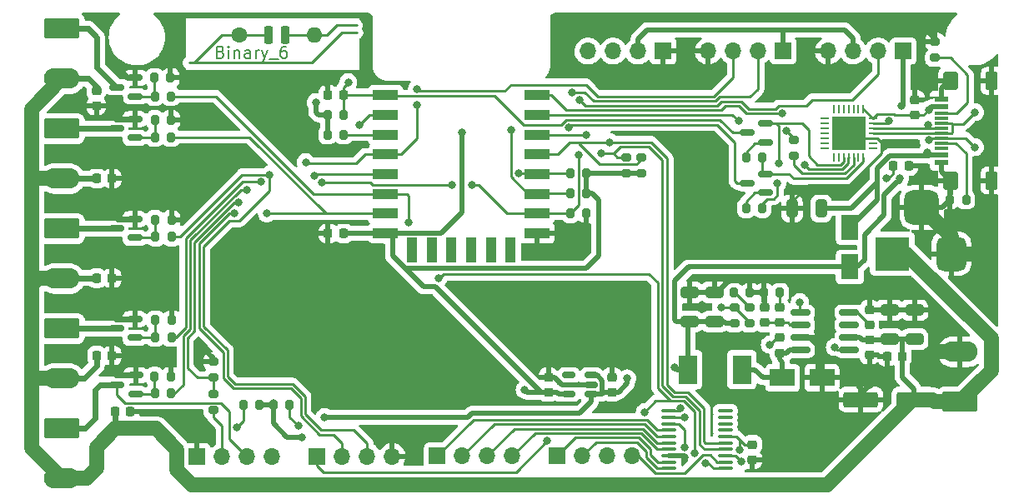
<source format=gbr>
%TF.GenerationSoftware,KiCad,Pcbnew,(5.99.0-9568-gb9d26a55f2)*%
%TF.CreationDate,2021-03-07T17:32:06+01:00*%
%TF.ProjectId,ESP-Hiro,4553502d-4869-4726-9f2e-6b696361645f,rev?*%
%TF.SameCoordinates,Original*%
%TF.FileFunction,Copper,L1,Top*%
%TF.FilePolarity,Positive*%
%FSLAX46Y46*%
G04 Gerber Fmt 4.6, Leading zero omitted, Abs format (unit mm)*
G04 Created by KiCad (PCBNEW (5.99.0-9568-gb9d26a55f2)) date 2021-03-07 17:32:06*
%MOMM*%
%LPD*%
G01*
G04 APERTURE LIST*
G04 Aperture macros list*
%AMRoundRect*
0 Rectangle with rounded corners*
0 $1 Rounding radius*
0 $2 $3 $4 $5 $6 $7 $8 $9 X,Y pos of 4 corners*
0 Add a 4 corners polygon primitive as box body*
4,1,4,$2,$3,$4,$5,$6,$7,$8,$9,$2,$3,0*
0 Add four circle primitives for the rounded corners*
1,1,$1+$1,$2,$3*
1,1,$1+$1,$4,$5*
1,1,$1+$1,$6,$7*
1,1,$1+$1,$8,$9*
0 Add four rect primitives between the rounded corners*
20,1,$1+$1,$2,$3,$4,$5,0*
20,1,$1+$1,$4,$5,$6,$7,0*
20,1,$1+$1,$6,$7,$8,$9,0*
20,1,$1+$1,$8,$9,$2,$3,0*%
G04 Aperture macros list end*
%ADD10C,0.200000*%
%TA.AperFunction,EtchedComponent*%
%ADD11C,0.250000*%
%TD*%
%TA.AperFunction,SMDPad,CuDef*%
%ADD12RoundRect,0.225000X-0.225000X-0.675000X0.225000X-0.675000X0.225000X0.675000X-0.225000X0.675000X0*%
%TD*%
%TA.AperFunction,ComponentPad*%
%ADD13O,1.600000X1.600000*%
%TD*%
%TA.AperFunction,ComponentPad*%
%ADD14C,1.600000*%
%TD*%
%TA.AperFunction,ComponentPad*%
%ADD15O,1.700000X1.700000*%
%TD*%
%TA.AperFunction,ComponentPad*%
%ADD16R,1.700000X1.700000*%
%TD*%
%TA.AperFunction,SMDPad,CuDef*%
%ADD17R,1.950000X3.000000*%
%TD*%
%TA.AperFunction,ComponentPad*%
%ADD18O,3.600000X2.080000*%
%TD*%
%TA.AperFunction,ComponentPad*%
%ADD19RoundRect,0.249999X-1.550001X0.790001X-1.550001X-0.790001X1.550001X-0.790001X1.550001X0.790001X0*%
%TD*%
%TA.AperFunction,ComponentPad*%
%ADD20RoundRect,0.249999X1.550001X-0.790001X1.550001X0.790001X-1.550001X0.790001X-1.550001X-0.790001X0*%
%TD*%
%TA.AperFunction,SMDPad,CuDef*%
%ADD21RoundRect,0.250000X0.650000X-0.325000X0.650000X0.325000X-0.650000X0.325000X-0.650000X-0.325000X0*%
%TD*%
%TA.AperFunction,SMDPad,CuDef*%
%ADD22RoundRect,0.225000X-0.250000X0.225000X-0.250000X-0.225000X0.250000X-0.225000X0.250000X0.225000X0*%
%TD*%
%TA.AperFunction,SMDPad,CuDef*%
%ADD23RoundRect,0.225000X0.250000X-0.225000X0.250000X0.225000X-0.250000X0.225000X-0.250000X-0.225000X0*%
%TD*%
%TA.AperFunction,SMDPad,CuDef*%
%ADD24RoundRect,0.225000X-0.225000X-0.250000X0.225000X-0.250000X0.225000X0.250000X-0.225000X0.250000X0*%
%TD*%
%TA.AperFunction,SMDPad,CuDef*%
%ADD25R,2.500000X1.800000*%
%TD*%
%TA.AperFunction,SMDPad,CuDef*%
%ADD26RoundRect,0.150000X0.587500X0.150000X-0.587500X0.150000X-0.587500X-0.150000X0.587500X-0.150000X0*%
%TD*%
%TA.AperFunction,SMDPad,CuDef*%
%ADD27RoundRect,0.200000X0.200000X0.275000X-0.200000X0.275000X-0.200000X-0.275000X0.200000X-0.275000X0*%
%TD*%
%TA.AperFunction,SMDPad,CuDef*%
%ADD28RoundRect,0.200000X0.275000X-0.200000X0.275000X0.200000X-0.275000X0.200000X-0.275000X-0.200000X0*%
%TD*%
%TA.AperFunction,SMDPad,CuDef*%
%ADD29RoundRect,0.200000X-0.200000X-0.275000X0.200000X-0.275000X0.200000X0.275000X-0.200000X0.275000X0*%
%TD*%
%TA.AperFunction,SMDPad,CuDef*%
%ADD30RoundRect,0.200000X-0.275000X0.200000X-0.275000X-0.200000X0.275000X-0.200000X0.275000X0.200000X0*%
%TD*%
%TA.AperFunction,SMDPad,CuDef*%
%ADD31RoundRect,0.150000X0.825000X0.150000X-0.825000X0.150000X-0.825000X-0.150000X0.825000X-0.150000X0*%
%TD*%
%TA.AperFunction,SMDPad,CuDef*%
%ADD32R,2.500000X1.100000*%
%TD*%
%TA.AperFunction,SMDPad,CuDef*%
%ADD33R,1.100000X2.500000*%
%TD*%
%TA.AperFunction,SMDPad,CuDef*%
%ADD34RoundRect,0.150000X0.512500X0.150000X-0.512500X0.150000X-0.512500X-0.150000X0.512500X-0.150000X0*%
%TD*%
%TA.AperFunction,SMDPad,CuDef*%
%ADD35RoundRect,0.250000X0.325000X0.650000X-0.325000X0.650000X-0.325000X-0.650000X0.325000X-0.650000X0*%
%TD*%
%TA.AperFunction,SMDPad,CuDef*%
%ADD36RoundRect,0.225000X0.225000X0.250000X-0.225000X0.250000X-0.225000X-0.250000X0.225000X-0.250000X0*%
%TD*%
%TA.AperFunction,SMDPad,CuDef*%
%ADD37R,1.800000X2.500000*%
%TD*%
%TA.AperFunction,SMDPad,CuDef*%
%ADD38RoundRect,0.062500X0.337500X0.062500X-0.337500X0.062500X-0.337500X-0.062500X0.337500X-0.062500X0*%
%TD*%
%TA.AperFunction,SMDPad,CuDef*%
%ADD39RoundRect,0.062500X0.062500X0.337500X-0.062500X0.337500X-0.062500X-0.337500X0.062500X-0.337500X0*%
%TD*%
%TA.AperFunction,SMDPad,CuDef*%
%ADD40R,3.350000X3.350000*%
%TD*%
%TA.AperFunction,SMDPad,CuDef*%
%ADD41R,1.450000X0.600000*%
%TD*%
%TA.AperFunction,SMDPad,CuDef*%
%ADD42R,1.450000X0.300000*%
%TD*%
%TA.AperFunction,SMDPad,CuDef*%
%ADD43RoundRect,0.120000X0.480000X-0.780000X0.480000X0.780000X-0.480000X0.780000X-0.480000X-0.780000X0*%
%TD*%
%TA.AperFunction,SMDPad,CuDef*%
%ADD44RoundRect,0.145000X0.580000X-0.755000X0.580000X0.755000X-0.580000X0.755000X-0.580000X-0.755000X0*%
%TD*%
%TA.AperFunction,SMDPad,CuDef*%
%ADD45RoundRect,0.100000X-0.637500X-0.100000X0.637500X-0.100000X0.637500X0.100000X-0.637500X0.100000X0*%
%TD*%
%TA.AperFunction,ComponentPad*%
%ADD46R,3.500000X3.500000*%
%TD*%
%TA.AperFunction,ComponentPad*%
%ADD47RoundRect,0.750000X0.750000X1.000000X-0.750000X1.000000X-0.750000X-1.000000X0.750000X-1.000000X0*%
%TD*%
%TA.AperFunction,ComponentPad*%
%ADD48RoundRect,0.875000X0.875000X0.875000X-0.875000X0.875000X-0.875000X-0.875000X0.875000X-0.875000X0*%
%TD*%
%TA.AperFunction,SMDPad,CuDef*%
%ADD49RoundRect,0.250000X1.500000X0.550000X-1.500000X0.550000X-1.500000X-0.550000X1.500000X-0.550000X0*%
%TD*%
%TA.AperFunction,ViaPad*%
%ADD50C,0.800000*%
%TD*%
%TA.AperFunction,ViaPad*%
%ADD51C,1.000000*%
%TD*%
%TA.AperFunction,Conductor*%
%ADD52C,0.254000*%
%TD*%
%TA.AperFunction,Conductor*%
%ADD53C,0.500000*%
%TD*%
%TA.AperFunction,Conductor*%
%ADD54C,1.500000*%
%TD*%
%TA.AperFunction,Conductor*%
%ADD55C,0.600000*%
%TD*%
G04 APERTURE END LIST*
D10*
%TO.C,LOGO1*%
X120515742Y-84489085D02*
X120687171Y-84546228D01*
X120744314Y-84603371D01*
X120801457Y-84717657D01*
X120801457Y-84889085D01*
X120744314Y-85003371D01*
X120687171Y-85060514D01*
X120572885Y-85117657D01*
X120115742Y-85117657D01*
X120115742Y-83917657D01*
X120515742Y-83917657D01*
X120630028Y-83974800D01*
X120687171Y-84031942D01*
X120744314Y-84146228D01*
X120744314Y-84260514D01*
X120687171Y-84374800D01*
X120630028Y-84431942D01*
X120515742Y-84489085D01*
X120115742Y-84489085D01*
X121315742Y-85117657D02*
X121315742Y-84317657D01*
X121315742Y-83917657D02*
X121258600Y-83974800D01*
X121315742Y-84031942D01*
X121372885Y-83974800D01*
X121315742Y-83917657D01*
X121315742Y-84031942D01*
X121887171Y-84317657D02*
X121887171Y-85117657D01*
X121887171Y-84431942D02*
X121944314Y-84374800D01*
X122058600Y-84317657D01*
X122230028Y-84317657D01*
X122344314Y-84374800D01*
X122401457Y-84489085D01*
X122401457Y-85117657D01*
X123487171Y-85117657D02*
X123487171Y-84489085D01*
X123430028Y-84374800D01*
X123315742Y-84317657D01*
X123087171Y-84317657D01*
X122972885Y-84374800D01*
X123487171Y-85060514D02*
X123372885Y-85117657D01*
X123087171Y-85117657D01*
X122972885Y-85060514D01*
X122915742Y-84946228D01*
X122915742Y-84831942D01*
X122972885Y-84717657D01*
X123087171Y-84660514D01*
X123372885Y-84660514D01*
X123487171Y-84603371D01*
X124058600Y-85117657D02*
X124058600Y-84317657D01*
X124058600Y-84546228D02*
X124115742Y-84431942D01*
X124172885Y-84374800D01*
X124287171Y-84317657D01*
X124401457Y-84317657D01*
X124687171Y-84317657D02*
X124972885Y-85117657D01*
X125258600Y-84317657D02*
X124972885Y-85117657D01*
X124858600Y-85403371D01*
X124801457Y-85460514D01*
X124687171Y-85517657D01*
X125430028Y-85231942D02*
X126344314Y-85231942D01*
X127144314Y-83917657D02*
X126915742Y-83917657D01*
X126801457Y-83974800D01*
X126744314Y-84031942D01*
X126630028Y-84203371D01*
X126572885Y-84431942D01*
X126572885Y-84889085D01*
X126630028Y-85003371D01*
X126687171Y-85060514D01*
X126801457Y-85117657D01*
X127030028Y-85117657D01*
X127144314Y-85060514D01*
X127201457Y-85003371D01*
X127258600Y-84889085D01*
X127258600Y-84603371D01*
X127201457Y-84489085D01*
X127144314Y-84431942D01*
X127030028Y-84374800D01*
X126801457Y-84374800D01*
X126687171Y-84431942D01*
X126630028Y-84489085D01*
X126572885Y-84603371D01*
D11*
X129754600Y-85590800D02*
X117283200Y-85590800D01*
X122388600Y-82796800D02*
X120610600Y-82796800D01*
X127468600Y-82796800D02*
X130008600Y-82796800D01*
X134352000Y-82542800D02*
X132802600Y-82542800D01*
X131278600Y-82796800D02*
X132294600Y-81780800D01*
X120610600Y-82796800D02*
X117816600Y-85590800D01*
X132294600Y-81780800D02*
X134301200Y-81780800D01*
X132802600Y-82542800D02*
X129754600Y-85590800D01*
X122388600Y-82796800D02*
X124928600Y-82796800D01*
X130008600Y-82796800D02*
X131278600Y-82796800D01*
%TD*%
D12*
%TO.P,LOGO1,*%
%TO.N,*%
X125328600Y-82796800D03*
D13*
X130008600Y-82796800D03*
D14*
X122388600Y-82796800D03*
D12*
X127068600Y-82796800D03*
%TD*%
D15*
%TO.P,J9,4,GND*%
%TO.N,GND*%
X169998000Y-84400000D03*
%TO.P,J9,3,NC*%
%TO.N,GPIO16*%
X172538000Y-84400000D03*
%TO.P,J9,2,IO*%
%TO.N,GPIO2*%
X175078000Y-84400000D03*
D16*
%TO.P,J9,1,VCC*%
%TO.N,+3V3*%
X177618000Y-84400000D03*
%TD*%
D15*
%TO.P,J13,4,Pin_4*%
%TO.N,Net-(J13-Pad4)*%
X150124000Y-125563000D03*
%TO.P,J13,3,Pin_3*%
%TO.N,Net-(J13-Pad3)*%
X147584000Y-125563000D03*
%TO.P,J13,2,Pin_2*%
%TO.N,Net-(J13-Pad2)*%
X145044000Y-125563000D03*
D16*
%TO.P,J13,1,Pin_1*%
%TO.N,Net-(J13-Pad1)*%
X142504000Y-125563000D03*
%TD*%
D15*
%TO.P,J12,4,Pin_4*%
%TO.N,GND*%
X137932000Y-125600000D03*
%TO.P,J12,3,Pin_3*%
%TO.N,GPIO14*%
X135392000Y-125600000D03*
%TO.P,J12,2,Pin_2*%
%TO.N,GPIO13*%
X132852000Y-125600000D03*
D16*
%TO.P,J12,1,Pin_1*%
%TO.N,GPIO12*%
X130312000Y-125600000D03*
%TD*%
D15*
%TO.P,J11,4,Pin_4*%
%TO.N,SCL*%
X157806000Y-84400000D03*
%TO.P,J11,3,Pin_3*%
%TO.N,SDA*%
X160346000Y-84400000D03*
%TO.P,J11,2,Pin_2*%
%TO.N,+3V3*%
X162886000Y-84400000D03*
D16*
%TO.P,J11,1,Pin_1*%
%TO.N,GND*%
X165426000Y-84400000D03*
%TD*%
D15*
%TO.P,J15,4,Pin_4*%
%TO.N,Net-(J15-Pad4)*%
X125740000Y-125600000D03*
%TO.P,J15,3,Pin_3*%
%TO.N,Net-(J15-Pad3)*%
X123200000Y-125600000D03*
%TO.P,J15,2,Pin_2*%
%TO.N,Net-(J15-Pad2)*%
X120660000Y-125600000D03*
D16*
%TO.P,J15,1,Pin_1*%
%TO.N,GND*%
X118120000Y-125600000D03*
%TD*%
D15*
%TO.P,J14,4,Pin_4*%
%TO.N,Net-(J14-Pad4)*%
X162310000Y-125563000D03*
%TO.P,J14,3,Pin_3*%
%TO.N,Net-(J14-Pad3)*%
X159770000Y-125563000D03*
%TO.P,J14,2,Pin_2*%
%TO.N,Net-(J14-Pad2)*%
X157230000Y-125563000D03*
D16*
%TO.P,J14,1,Pin_1*%
%TO.N,Net-(J14-Pad1)*%
X154690000Y-125563000D03*
%TD*%
D15*
%TO.P,J10,4,Pin_4*%
%TO.N,GND*%
X182190000Y-84410000D03*
%TO.P,J10,3,Pin_3*%
%TO.N,+3V3*%
X184730000Y-84410000D03*
%TO.P,J10,2,Pin_2*%
%TO.N,GPIO15*%
X187270000Y-84410000D03*
D16*
%TO.P,J10,1,Pin_1*%
%TO.N,+5V*%
X189810000Y-84410000D03*
%TD*%
D17*
%TO.P,L1,2,2*%
%TO.N,+5V*%
X167924000Y-116782000D03*
%TO.P,L1,1,1*%
%TO.N,Net-(C11-Pad1)*%
X173424000Y-116782000D03*
%TD*%
D18*
%TO.P,J5,2,Pin_2*%
%TO.N,VDC*%
X104410000Y-127850000D03*
D19*
%TO.P,J5,1,Pin_1*%
%TO.N,Net-(J15-Pad3)*%
X104410000Y-122770000D03*
%TD*%
D18*
%TO.P,J2,2,Pin_2*%
%TO.N,VDC*%
X104410000Y-97370000D03*
D19*
%TO.P,J2,1,Pin_1*%
%TO.N,Net-(J2-Pad1)*%
X104410000Y-92290000D03*
%TD*%
D18*
%TO.P,J1,2,Pin_2*%
%TO.N,VDC*%
X104410000Y-87210000D03*
D19*
%TO.P,J1,1,Pin_1*%
%TO.N,Net-(J1-Pad1)*%
X104410000Y-82130000D03*
%TD*%
D18*
%TO.P,J3,2,Pin_2*%
%TO.N,VDC*%
X104410000Y-107530000D03*
D19*
%TO.P,J3,1,Pin_1*%
%TO.N,Net-(J3-Pad1)*%
X104410000Y-102450000D03*
%TD*%
D18*
%TO.P,J4,2,Pin_2*%
%TO.N,VDC*%
X104410000Y-117690000D03*
D19*
%TO.P,J4,1,Pin_1*%
%TO.N,Net-(J4-Pad1)*%
X104410000Y-112610000D03*
%TD*%
D18*
%TO.P,J8,2,Pin_2*%
%TO.N,GND*%
X195590000Y-114970000D03*
D20*
%TO.P,J8,1,Pin_1*%
%TO.N,VDC*%
X195590000Y-120050000D03*
%TD*%
D21*
%TO.P,C7,1*%
%TO.N,VDC*%
X190959000Y-113685000D03*
%TO.P,C7,2*%
%TO.N,GND*%
X190959000Y-110735000D03*
%TD*%
%TO.P,C8,1*%
%TO.N,VDC*%
X188419000Y-113685000D03*
%TO.P,C8,2*%
%TO.N,GND*%
X188419000Y-110735000D03*
%TD*%
D22*
%TO.P,C10,1*%
%TO.N,VDC*%
X186387000Y-113734000D03*
%TO.P,C10,2*%
%TO.N,GND*%
X186387000Y-115284000D03*
%TD*%
D23*
%TO.P,C11,1*%
%TO.N,Net-(C11-Pad1)*%
X177243000Y-115076002D03*
%TO.P,C11,2*%
%TO.N,Net-(C11-Pad2)*%
X177243000Y-113526002D03*
%TD*%
%TO.P,C12,1*%
%TO.N,Net-(C12-Pad1)*%
X186387000Y-112223000D03*
%TO.P,C12,2*%
%TO.N,GND*%
X186387000Y-110673000D03*
%TD*%
%TO.P,C14,1*%
%TO.N,Net-(C14-Pad1)*%
X177243000Y-112015002D03*
%TO.P,C14,2*%
%TO.N,Net-(C14-Pad2)*%
X177243000Y-110465002D03*
%TD*%
%TO.P,C15,1*%
%TO.N,Net-(C14-Pad1)*%
X175719000Y-112015002D03*
%TO.P,C15,2*%
%TO.N,GND*%
X175719000Y-110465002D03*
%TD*%
D21*
%TO.P,C16,1*%
%TO.N,+5V*%
X168099000Y-111886002D03*
%TO.P,C16,2*%
%TO.N,GND*%
X168099000Y-108936002D03*
%TD*%
%TO.P,C17,1*%
%TO.N,+5V*%
X170639000Y-111886002D03*
%TO.P,C17,2*%
%TO.N,GND*%
X170639000Y-108936002D03*
%TD*%
D24*
%TO.P,C1,1*%
%TO.N,GND*%
X131418000Y-88842000D03*
%TO.P,C1,2*%
%TO.N,RST*%
X132968000Y-88842000D03*
%TD*%
%TO.P,C2,1*%
%TO.N,GND*%
X131418000Y-102939000D03*
%TO.P,C2,2*%
%TO.N,+3V3*%
X132968000Y-102939000D03*
%TD*%
D23*
%TO.P,C18,1*%
%TO.N,+5V*%
X160260000Y-119081000D03*
%TO.P,C18,2*%
%TO.N,GND*%
X160260000Y-117531000D03*
%TD*%
%TO.P,C19,1*%
%TO.N,+3V3*%
X153783000Y-119081000D03*
%TO.P,C19,2*%
%TO.N,GND*%
X153783000Y-117531000D03*
%TD*%
D25*
%TO.P,D2,1,K*%
%TO.N,Net-(C11-Pad1)*%
X177564000Y-117603002D03*
%TO.P,D2,2,A*%
%TO.N,GND*%
X181564000Y-117603002D03*
%TD*%
D26*
%TO.P,Q1,1,G*%
%TO.N,Net-(Q1-Pad1)*%
X111843000Y-89030000D03*
%TO.P,Q1,2,S*%
%TO.N,GND*%
X111843000Y-87130000D03*
%TO.P,Q1,3,D*%
%TO.N,Net-(J1-Pad1)*%
X109968000Y-88080000D03*
%TD*%
D27*
%TO.P,R13,1*%
%TO.N,Net-(C14-Pad2)*%
X177306000Y-108954002D03*
%TO.P,R13,2*%
%TO.N,GND*%
X175656000Y-108954002D03*
%TD*%
D28*
%TO.P,R14,1*%
%TO.N,+5V*%
X172671000Y-112090002D03*
%TO.P,R14,2*%
%TO.N,Net-(R14-Pad2)*%
X172671000Y-110440002D03*
%TD*%
%TO.P,R15,1*%
%TO.N,Net-(R14-Pad2)*%
X174195000Y-112090002D03*
%TO.P,R15,2*%
%TO.N,Net-(R15-Pad2)*%
X174195000Y-110440002D03*
%TD*%
D29*
%TO.P,R16,1*%
%TO.N,Net-(R15-Pad2)*%
X172608000Y-108954002D03*
%TO.P,R16,2*%
%TO.N,GND*%
X174258000Y-108954002D03*
%TD*%
D28*
%TO.P,R6,1*%
%TO.N,+3V3*%
X161657000Y-96843000D03*
%TO.P,R6,2*%
%TO.N,SCL*%
X161657000Y-95193000D03*
%TD*%
%TO.P,R7,1*%
%TO.N,+3V3*%
X163181000Y-96843000D03*
%TO.P,R7,2*%
%TO.N,SDA*%
X163181000Y-95193000D03*
%TD*%
D27*
%TO.P,R8,1*%
%TO.N,+3V3*%
X157656000Y-96843000D03*
%TO.P,R8,2*%
%TO.N,GPIO0*%
X156006000Y-96843000D03*
%TD*%
%TO.P,R9,1*%
%TO.N,+3V3*%
X157656000Y-98875000D03*
%TO.P,R9,2*%
%TO.N,GPIO2*%
X156006000Y-98875000D03*
%TD*%
D29*
%TO.P,R10,1*%
%TO.N,+3V3*%
X131368000Y-92906000D03*
%TO.P,R10,2*%
%TO.N,EN*%
X133018000Y-92906000D03*
%TD*%
%TO.P,R11,1*%
%TO.N,+3V3*%
X131368000Y-90874000D03*
%TO.P,R11,2*%
%TO.N,RST*%
X133018000Y-90874000D03*
%TD*%
D27*
%TO.P,R12,1*%
%TO.N,GND*%
X157656000Y-100907000D03*
%TO.P,R12,2*%
%TO.N,GPIO15*%
X156006000Y-100907000D03*
%TD*%
D30*
%TO.P,R18,1*%
%TO.N,ADC*%
X119747000Y-119259000D03*
%TO.P,R18,2*%
%TO.N,Net-(J15-Pad2)*%
X119747000Y-120909000D03*
%TD*%
%TO.P,R19,1*%
%TO.N,GND*%
X119747000Y-115957000D03*
%TO.P,R19,2*%
%TO.N,ADC*%
X119747000Y-117607000D03*
%TD*%
D29*
%TO.P,R21,1*%
%TO.N,Net-(Q1-Pad1)*%
X113816600Y-88994400D03*
%TO.P,R21,2*%
%TO.N,GPIO12*%
X115466600Y-88994400D03*
%TD*%
%TO.P,R22,1*%
%TO.N,Net-(Q2-Pad1)*%
X113842000Y-93160000D03*
%TO.P,R22,2*%
%TO.N,GPIO13*%
X115492000Y-93160000D03*
%TD*%
%TO.P,R23,1*%
%TO.N,Net-(Q3-Pad1)*%
X113867400Y-103269200D03*
%TO.P,R23,2*%
%TO.N,GPIO14*%
X115517400Y-103269200D03*
%TD*%
%TO.P,R24,1*%
%TO.N,Net-(Q4-Pad1)*%
X113867400Y-113480000D03*
%TO.P,R24,2*%
%TO.N,GPIO15*%
X115517400Y-113480000D03*
%TD*%
%TO.P,R25,1*%
%TO.N,Net-(Q5-Pad1)*%
X113816600Y-119169600D03*
%TO.P,R25,2*%
%TO.N,GPIO16*%
X115466600Y-119169600D03*
%TD*%
D27*
%TO.P,R26,1*%
%TO.N,GND*%
X115415800Y-87114800D03*
%TO.P,R26,2*%
%TO.N,Net-(Q1-Pad1)*%
X113765800Y-87114800D03*
%TD*%
%TO.P,R27,1*%
%TO.N,GND*%
X115492000Y-91382000D03*
%TO.P,R27,2*%
%TO.N,Net-(Q2-Pad1)*%
X113842000Y-91382000D03*
%TD*%
%TO.P,R28,1*%
%TO.N,GND*%
X115517400Y-101542000D03*
%TO.P,R28,2*%
%TO.N,Net-(Q3-Pad1)*%
X113867400Y-101542000D03*
%TD*%
%TO.P,R29,1*%
%TO.N,GND*%
X115529600Y-111752800D03*
%TO.P,R29,2*%
%TO.N,Net-(Q4-Pad1)*%
X113879600Y-111752800D03*
%TD*%
%TO.P,R30,1*%
%TO.N,GND*%
X115454400Y-117493200D03*
%TO.P,R30,2*%
%TO.N,Net-(Q5-Pad1)*%
X113804400Y-117493200D03*
%TD*%
D31*
%TO.P,U3,1,BOOT*%
%TO.N,Net-(C11-Pad2)*%
X184325000Y-114779000D03*
%TO.P,U3,2,VIN*%
%TO.N,VDC*%
X184325000Y-113509000D03*
%TO.P,U3,3,EN*%
%TO.N,unconnected-(U3-Pad3)*%
X184325000Y-112239000D03*
%TO.P,U3,4,SS*%
%TO.N,Net-(C12-Pad1)*%
X184325000Y-110969000D03*
%TO.P,U3,5,VSNS*%
%TO.N,Net-(R14-Pad2)*%
X179375000Y-110969000D03*
%TO.P,U3,6,COMP*%
%TO.N,Net-(C14-Pad1)*%
X179375000Y-112239000D03*
%TO.P,U3,7,GND*%
%TO.N,GND*%
X179375000Y-113509000D03*
%TO.P,U3,8,PH*%
%TO.N,Net-(C11-Pad1)*%
X179375000Y-114779000D03*
%TD*%
D32*
%TO.P,U1,1,REST*%
%TO.N,RST*%
X137258000Y-88900000D03*
%TO.P,U1,2,ADC*%
%TO.N,ADC*%
X137258000Y-90900000D03*
%TO.P,U1,3,CH_PD*%
%TO.N,EN*%
X137258000Y-92900000D03*
%TO.P,U1,4,GPIO16*%
%TO.N,GPIO16*%
X137258000Y-94900000D03*
%TO.P,U1,5,GPIO14*%
%TO.N,GPIO14*%
X137258000Y-96900000D03*
%TO.P,U1,6,GPIO12*%
%TO.N,GPIO12*%
X137258000Y-98900000D03*
%TO.P,U1,7,GPIO13*%
%TO.N,GPIO13*%
X137258000Y-100900000D03*
%TO.P,U1,8,VCC*%
%TO.N,+3V3*%
X137258000Y-102900000D03*
%TO.P,U1,9,GND*%
%TO.N,GND*%
X152658000Y-102900000D03*
%TO.P,U1,10,GPIO15*%
%TO.N,GPIO15*%
X152658000Y-100900000D03*
%TO.P,U1,11,GPIO2*%
%TO.N,GPIO2*%
X152658000Y-98900000D03*
%TO.P,U1,12,GPIO0*%
%TO.N,GPIO0*%
X152658000Y-96900000D03*
%TO.P,U1,13,GPIO4*%
%TO.N,SDA*%
X152658000Y-94900000D03*
%TO.P,U1,14,GPIO5*%
%TO.N,SCL*%
X152658000Y-92900000D03*
%TO.P,U1,15,RXD*%
%TO.N,GPIO3*%
X152658000Y-90900000D03*
%TO.P,U1,16,TXD*%
%TO.N,GPIO1*%
X152658000Y-88900000D03*
D33*
%TO.P,U1,17,CS0*%
%TO.N,unconnected-(U1-Pad17)*%
X139948000Y-104600000D03*
%TO.P,U1,18,MISO*%
%TO.N,unconnected-(U1-Pad18)*%
X141948000Y-104600000D03*
%TO.P,U1,19,GPIO9*%
%TO.N,unconnected-(U1-Pad19)*%
X143948000Y-104600000D03*
%TO.P,U1,20,GPIO10*%
%TO.N,unconnected-(U1-Pad20)*%
X145948000Y-104600000D03*
%TO.P,U1,21,MOSI*%
%TO.N,unconnected-(U1-Pad21)*%
X147948000Y-104600000D03*
%TO.P,U1,22,SCLK*%
%TO.N,unconnected-(U1-Pad22)*%
X149948000Y-104600000D03*
%TD*%
D34*
%TO.P,U4,1,IN*%
%TO.N,+5V*%
X158127500Y-119256000D03*
%TO.P,U4,2,GND*%
%TO.N,GND*%
X158127500Y-118306000D03*
%TO.P,U4,3,EN*%
%TO.N,+5V*%
X158127500Y-117356000D03*
%TO.P,U4,4,NC*%
%TO.N,unconnected-(U4-Pad4)*%
X155852500Y-117356000D03*
%TO.P,U4,5,OUT*%
%TO.N,+3V3*%
X155852500Y-119256000D03*
%TD*%
D22*
%TO.P,C4,1*%
%TO.N,GND*%
X190994000Y-89337000D03*
%TO.P,C4,2*%
%TO.N,VBUS*%
X190994000Y-90887000D03*
%TD*%
D35*
%TO.P,C6,1*%
%TO.N,VBUS*%
X181475000Y-100399000D03*
%TO.P,C6,2*%
%TO.N,GND*%
X178525000Y-100399000D03*
%TD*%
D36*
%TO.P,C9,1*%
%TO.N,GND*%
X190372000Y-96081000D03*
%TO.P,C9,2*%
%TO.N,Net-(C9-Pad2)*%
X188822000Y-96081000D03*
%TD*%
D37*
%TO.P,D1,1,K*%
%TO.N,+5V*%
X184390000Y-106349800D03*
%TO.P,D1,2,A*%
%TO.N,VBUS*%
X184390000Y-102349800D03*
%TD*%
D26*
%TO.P,Q6,1,B*%
%TO.N,Net-(Q6-Pad1)*%
X175865500Y-98808500D03*
%TO.P,Q6,2,E*%
%TO.N,Net-(Q6-Pad2)*%
X175865500Y-96908500D03*
%TO.P,Q6,3,C*%
%TO.N,GPIO0*%
X173990500Y-97858500D03*
%TD*%
%TO.P,Q7,1,B*%
%TO.N,Net-(Q7-Pad1)*%
X175865500Y-93666000D03*
%TO.P,Q7,2,E*%
%TO.N,Net-(Q7-Pad2)*%
X175865500Y-91766000D03*
%TO.P,Q7,3,C*%
%TO.N,RST*%
X173990500Y-92716000D03*
%TD*%
D28*
%TO.P,R1,1*%
%TO.N,Net-(J6-PadB5)*%
X193026000Y-85095000D03*
%TO.P,R1,2*%
%TO.N,GND*%
X193026000Y-83445000D03*
%TD*%
D27*
%TO.P,R2,1*%
%TO.N,Net-(J6-PadA5)*%
X196200000Y-99510000D03*
%TO.P,R2,2*%
%TO.N,GND*%
X194550000Y-99510000D03*
%TD*%
D30*
%TO.P,R3,1*%
%TO.N,GPIO3*%
X178675000Y-93415000D03*
%TO.P,R3,2*%
%TO.N,Net-(R3-Pad2)*%
X178675000Y-95065000D03*
%TD*%
D27*
%TO.P,R4,1*%
%TO.N,Net-(Q7-Pad2)*%
X175499000Y-100398500D03*
%TO.P,R4,2*%
%TO.N,Net-(Q6-Pad1)*%
X173849000Y-100398500D03*
%TD*%
%TO.P,R5,1*%
%TO.N,Net-(Q6-Pad2)*%
X175499000Y-95256000D03*
%TO.P,R5,2*%
%TO.N,Net-(Q7-Pad1)*%
X173849000Y-95256000D03*
%TD*%
D38*
%TO.P,U2,1,~DCD*%
%TO.N,unconnected-(U2-Pad1)*%
X186713000Y-94250000D03*
%TO.P,U2,2,~RI~/CLK*%
%TO.N,unconnected-(U2-Pad2)*%
X186713000Y-93750000D03*
%TO.P,U2,3,GND*%
%TO.N,GND*%
X186713000Y-93250000D03*
%TO.P,U2,4,D+*%
%TO.N,Net-(J6-PadA6)*%
X186713000Y-92750000D03*
%TO.P,U2,5,D-*%
%TO.N,Net-(J6-PadA7)*%
X186713000Y-92250000D03*
%TO.P,U2,6,VDD*%
%TO.N,Net-(C9-Pad2)*%
X186713000Y-91750000D03*
%TO.P,U2,7,VREGIN*%
%TO.N,VBUS*%
X186713000Y-91250000D03*
D39*
%TO.P,U2,8,VBUS*%
X185763000Y-90300000D03*
%TO.P,U2,9,~RST*%
%TO.N,unconnected-(U2-Pad9)*%
X185263000Y-90300000D03*
%TO.P,U2,10,NC*%
%TO.N,unconnected-(U2-Pad10)*%
X184763000Y-90300000D03*
%TO.P,U2,11,~SUSPEND*%
%TO.N,unconnected-(U2-Pad11)*%
X184263000Y-90300000D03*
%TO.P,U2,12,SUSPEND*%
%TO.N,unconnected-(U2-Pad12)*%
X183763000Y-90300000D03*
%TO.P,U2,13,CHREN*%
%TO.N,unconnected-(U2-Pad13)*%
X183263000Y-90300000D03*
%TO.P,U2,14,CHR1*%
%TO.N,unconnected-(U2-Pad14)*%
X182763000Y-90300000D03*
D38*
%TO.P,U2,15,CHR0*%
%TO.N,unconnected-(U2-Pad15)*%
X181813000Y-91250000D03*
%TO.P,U2,16,~WAKEUP~/GPIO.3*%
%TO.N,unconnected-(U2-Pad16)*%
X181813000Y-91750000D03*
%TO.P,U2,17,RS485/GPIO.2*%
%TO.N,unconnected-(U2-Pad17)*%
X181813000Y-92250000D03*
%TO.P,U2,18,~RXT~/GPIO.1*%
%TO.N,unconnected-(U2-Pad18)*%
X181813000Y-92750000D03*
%TO.P,U2,19,~TXT~/GPIO.0*%
%TO.N,unconnected-(U2-Pad19)*%
X181813000Y-93250000D03*
%TO.P,U2,20,GPIO.6*%
%TO.N,unconnected-(U2-Pad20)*%
X181813000Y-93750000D03*
%TO.P,U2,21,GPIO.5*%
%TO.N,unconnected-(U2-Pad21)*%
X181813000Y-94250000D03*
D39*
%TO.P,U2,22,GPIO.4*%
%TO.N,unconnected-(U2-Pad22)*%
X182763000Y-95200000D03*
%TO.P,U2,23,~CTS*%
%TO.N,unconnected-(U2-Pad23)*%
X183263000Y-95200000D03*
%TO.P,U2,24,~RTS*%
%TO.N,Net-(Q7-Pad2)*%
X183763000Y-95200000D03*
%TO.P,U2,25,RXD*%
%TO.N,GPIO1*%
X184263000Y-95200000D03*
%TO.P,U2,26,TXD*%
%TO.N,Net-(R3-Pad2)*%
X184763000Y-95200000D03*
%TO.P,U2,27,~DSR*%
%TO.N,unconnected-(U2-Pad27)*%
X185263000Y-95200000D03*
%TO.P,U2,28,~DTR*%
%TO.N,Net-(Q6-Pad2)*%
X185763000Y-95200000D03*
D40*
%TO.P,U2,29,GND*%
%TO.N,GND*%
X184263000Y-92750000D03*
%TD*%
D41*
%TO.P,J6,A1,GND*%
%TO.N,GND*%
X193705000Y-95750000D03*
%TO.P,J6,A4,VBUS*%
%TO.N,VBUS*%
X193705000Y-94950000D03*
D42*
%TO.P,J6,A5,CC1*%
%TO.N,Net-(J6-PadA5)*%
X193705000Y-93750000D03*
%TO.P,J6,A6,D+*%
%TO.N,Net-(J6-PadA6)*%
X193705000Y-92750000D03*
%TO.P,J6,A7,D-*%
%TO.N,Net-(J6-PadA7)*%
X193705000Y-92250000D03*
%TO.P,J6,A8,SBU1*%
%TO.N,unconnected-(J6-PadA8)*%
X193705000Y-91250000D03*
D41*
%TO.P,J6,A9,VBUS*%
%TO.N,VBUS*%
X193705000Y-90050000D03*
%TO.P,J6,A12,GND*%
%TO.N,GND*%
X193705000Y-89250000D03*
%TO.P,J6,B1,GND*%
X193705000Y-89250000D03*
%TO.P,J6,B4,VBUS*%
%TO.N,VBUS*%
X193705000Y-90050000D03*
D42*
%TO.P,J6,B5,CC2*%
%TO.N,Net-(J6-PadB5)*%
X193705000Y-90750000D03*
%TO.P,J6,B6,D+*%
%TO.N,Net-(J6-PadA6)*%
X193705000Y-91750000D03*
%TO.P,J6,B7,D-*%
%TO.N,Net-(J6-PadA7)*%
X193705000Y-93250000D03*
%TO.P,J6,B8,SBU2*%
%TO.N,unconnected-(J6-PadB8)*%
X193705000Y-94250000D03*
D41*
%TO.P,J6,B9,VBUS*%
%TO.N,VBUS*%
X193705000Y-94950000D03*
%TO.P,J6,B12,GND*%
%TO.N,GND*%
X193705000Y-95750000D03*
D43*
%TO.P,J6,S1,SHIELD*%
X198800000Y-97570000D03*
X198800000Y-87430000D03*
D44*
X194620000Y-97570000D03*
X194620000Y-87430000D03*
%TD*%
D26*
%TO.P,Q2,1,G*%
%TO.N,Net-(Q2-Pad1)*%
X111794500Y-93221000D03*
%TO.P,Q2,2,S*%
%TO.N,GND*%
X111794500Y-91321000D03*
%TO.P,Q2,3,D*%
%TO.N,Net-(J2-Pad1)*%
X109919500Y-92271000D03*
%TD*%
D24*
%TO.P,C24,1*%
%TO.N,VDC*%
X107923000Y-115359600D03*
%TO.P,C24,2*%
%TO.N,GND*%
X109473000Y-115359600D03*
%TD*%
D29*
%TO.P,R17,1*%
%TO.N,+5V*%
X125844000Y-120338000D03*
%TO.P,R17,2*%
%TO.N,Net-(JP2-Pad1)*%
X127494000Y-120338000D03*
%TD*%
D26*
%TO.P,Q5,1,G*%
%TO.N,Net-(Q5-Pad1)*%
X111870700Y-119256000D03*
%TO.P,Q5,2,S*%
%TO.N,GND*%
X111870700Y-117356000D03*
%TO.P,Q5,3,D*%
%TO.N,Net-(J15-Pad3)*%
X109995700Y-118306000D03*
%TD*%
D24*
%TO.P,C23,1*%
%TO.N,VDC*%
X107923000Y-107485600D03*
%TO.P,C23,2*%
%TO.N,GND*%
X109473000Y-107485600D03*
%TD*%
D23*
%TO.P,C20,1*%
%TO.N,GND*%
X174484000Y-125939000D03*
%TO.P,C20,2*%
%TO.N,Net-(C20-Pad2)*%
X174484000Y-124389000D03*
%TD*%
D27*
%TO.P,R20,1*%
%TO.N,+5V*%
X124446000Y-120338000D03*
%TO.P,R20,2*%
%TO.N,Net-(JP2-Pad3)*%
X122796000Y-120338000D03*
%TD*%
D26*
%TO.P,Q3,1,G*%
%TO.N,Net-(Q3-Pad1)*%
X111794500Y-103381000D03*
%TO.P,Q3,2,S*%
%TO.N,GND*%
X111794500Y-101481000D03*
%TO.P,Q3,3,D*%
%TO.N,Net-(J3-Pad1)*%
X109919500Y-102431000D03*
%TD*%
D24*
%TO.P,C25,1*%
%TO.N,VDC*%
X109751800Y-120998400D03*
%TO.P,C25,2*%
%TO.N,GND*%
X111301800Y-120998400D03*
%TD*%
%TO.P,C22,1*%
%TO.N,VDC*%
X107923000Y-97351000D03*
%TO.P,C22,2*%
%TO.N,GND*%
X109473000Y-97351000D03*
%TD*%
%TO.P,C5,1*%
%TO.N,GND*%
X188174000Y-115452998D03*
%TO.P,C5,2*%
%TO.N,VDC*%
X189724000Y-115452998D03*
%TD*%
D22*
%TO.P,C21,1*%
%TO.N,VDC*%
X107885200Y-88422600D03*
%TO.P,C21,2*%
%TO.N,GND*%
X107885200Y-89972600D03*
%TD*%
D45*
%TO.P,U5,1,A0*%
%TO.N,Net-(A0-Pad2)*%
X166033500Y-120969000D03*
%TO.P,U5,2,A1*%
%TO.N,Net-(A1-Pad2)*%
X166033500Y-121619000D03*
%TO.P,U5,3,A2*%
%TO.N,Net-(A2-Pad2)*%
X166033500Y-122269000D03*
%TO.P,U5,4,P0*%
%TO.N,Net-(J13-Pad1)*%
X166033500Y-122919000D03*
%TO.P,U5,5,P1*%
%TO.N,Net-(J13-Pad2)*%
X166033500Y-123569000D03*
%TO.P,U5,6,P2*%
%TO.N,Net-(J13-Pad3)*%
X166033500Y-124219000D03*
%TO.P,U5,7,P3*%
%TO.N,Net-(J13-Pad4)*%
X166033500Y-124869000D03*
%TO.P,U5,8,VSS*%
%TO.N,GND*%
X166033500Y-125519000D03*
%TO.P,U5,9,P4*%
%TO.N,Net-(J14-Pad1)*%
X166033500Y-126169000D03*
%TO.P,U5,10,P5*%
%TO.N,Net-(J14-Pad2)*%
X166033500Y-126819000D03*
%TO.P,U5,11,P6*%
%TO.N,Net-(J14-Pad3)*%
X171758500Y-126819000D03*
%TO.P,U5,12,P7*%
%TO.N,Net-(J14-Pad4)*%
X171758500Y-126169000D03*
%TO.P,U5,13,~INT~*%
%TO.N,Net-(JP8-Pad2)*%
X171758500Y-125519000D03*
%TO.P,U5,14,SCL*%
%TO.N,SCL*%
X171758500Y-124869000D03*
%TO.P,U5,15,SDA*%
%TO.N,SDA*%
X171758500Y-124219000D03*
%TO.P,U5,16,VDD*%
%TO.N,Net-(C20-Pad2)*%
X171758500Y-123569000D03*
%TO.P,U5,17*%
%TO.N,N/C*%
X171758500Y-122919000D03*
%TO.P,U5,18*%
X171758500Y-122269000D03*
%TO.P,U5,19*%
X171758500Y-121619000D03*
%TO.P,U5,20*%
X171758500Y-120969000D03*
%TD*%
D46*
%TO.P,J7,1*%
%TO.N,VDC*%
X188700000Y-105000000D03*
D47*
%TO.P,J7,2*%
%TO.N,GND*%
X194700000Y-105000000D03*
D48*
%TO.P,J7,3*%
X191700000Y-100300000D03*
%TD*%
D49*
%TO.P,C3,1*%
%TO.N,VDC*%
X190900000Y-119830000D03*
%TO.P,C3,2*%
%TO.N,GND*%
X185500000Y-119830000D03*
%TD*%
D26*
%TO.P,Q4,1,G*%
%TO.N,Net-(Q4-Pad1)*%
X111794500Y-113541000D03*
%TO.P,Q4,2,S*%
%TO.N,GND*%
X111794500Y-111641000D03*
%TO.P,Q4,3,D*%
%TO.N,Net-(J4-Pad1)*%
X109919500Y-112591000D03*
%TD*%
D50*
%TO.N,GPIO3*%
X173087000Y-91509000D03*
%TO.N,GND*%
X191629000Y-81730000D03*
X183755000Y-92144000D03*
X172198000Y-107638000D03*
%TO.N,Net-(JP2-Pad3)*%
X122125000Y-122624000D03*
%TO.N,Net-(JP2-Pad1)*%
X128383000Y-122497000D03*
%TO.N,GND*%
X109587000Y-91001000D03*
X109587000Y-101034000D03*
X117461000Y-121989000D03*
%TO.N,+5V*%
X128764000Y-123640000D03*
%TO.N,GND*%
X186422000Y-118306000D03*
X153783000Y-113734000D03*
X129145000Y-102177000D03*
D51*
X115556000Y-109416000D03*
X109917200Y-85997200D03*
D50*
X192772000Y-87191000D03*
X160260000Y-113734000D03*
X132574000Y-120338000D03*
X130796000Y-87318000D03*
D51*
X109510800Y-111244800D03*
D50*
X155815000Y-103447000D03*
X177405000Y-126434000D03*
X167618900Y-125655978D03*
D51*
X109510800Y-116985200D03*
D50*
X118604000Y-114496000D03*
%TO.N,+5V*%
X166575000Y-116528000D03*
X189470000Y-97351000D03*
X189597000Y-89985000D03*
X161784000Y-117671000D03*
X131050000Y-121608000D03*
X184390000Y-106495000D03*
%TO.N,RST*%
X133463000Y-87572000D03*
%TO.N,+3V3*%
X151370000Y-118814000D03*
X145020000Y-92652000D03*
X130161000Y-89604000D03*
%TO.N,GPIO16*%
X129145000Y-95700000D03*
X123176000Y-98494000D03*
X140448000Y-88242000D03*
X140448000Y-89858000D03*
%TO.N,SCL*%
X157593000Y-92906000D03*
X159117000Y-94811000D03*
%TO.N,SDA*%
X160006000Y-93668000D03*
%TO.N,GPIO0*%
X150735000Y-96843000D03*
X155838567Y-92132567D03*
%TO.N,GPIO2*%
X149973000Y-92398000D03*
X156196000Y-88588000D03*
%TO.N,GPIO15*%
X144004000Y-97986000D03*
X156958000Y-89350000D03*
X130802223Y-97737186D03*
X156831000Y-94938000D03*
X146036000Y-97986000D03*
X124573000Y-97697000D03*
%TO.N,ADC*%
X134606000Y-91890000D03*
X122296608Y-99773608D03*
%TO.N,GPIO12*%
X139559000Y-101796000D03*
X163562000Y-121100000D03*
X153656000Y-124021000D03*
X168606503Y-125278463D03*
X142607000Y-107511000D03*
%TO.N,GPIO13*%
X125208000Y-100907000D03*
X121906000Y-100907000D03*
%TO.N,GPIO14*%
X125462000Y-96970000D03*
X130034000Y-97097000D03*
%TO.N,GPIO3*%
X177913000Y-92493000D03*
%TO.N,GPIO1*%
X177532000Y-90747000D03*
X179818000Y-95954000D03*
%TO.N,Net-(C9-Pad2)*%
X188327000Y-91523000D03*
X188073000Y-97351000D03*
%TO.N,Net-(C20-Pad2)*%
X173214000Y-124910000D03*
%TO.N,Net-(C11-Pad2)*%
X176262000Y-114242000D03*
X182866000Y-114496000D03*
%TO.N,VBUS*%
X184390000Y-102558000D03*
X192264000Y-94684000D03*
X192391000Y-90366000D03*
%TO.N,Net-(Q7-Pad2)*%
X177151000Y-95827000D03*
X177024000Y-97859000D03*
%TO.N,Net-(J6-PadA6)*%
X197090000Y-90620000D03*
%TO.N,Net-(J6-PadA7)*%
X192392741Y-93477000D03*
X197090000Y-94176000D03*
X192379998Y-91890000D03*
%TO.N,Net-(J14-Pad3)*%
X169759600Y-126266000D03*
%TO.N,Net-(R14-Pad2)*%
X171309000Y-110432000D03*
X179310000Y-109924000D03*
%TO.N,Net-(A0-Pad2)*%
X167206000Y-120700473D03*
%TO.N,Net-(A1-Pad2)*%
X167626000Y-121608000D03*
%TO.N,Net-(A2-Pad2)*%
X167626000Y-124656000D03*
%TO.N,Net-(JP8-Pad2)*%
X173409000Y-126129200D03*
%TD*%
D52*
%TO.N,GPIO3*%
X173087000Y-91509000D02*
X172452000Y-90874000D01*
D53*
%TO.N,VBUS*%
X182309000Y-100399000D02*
X181475000Y-100399000D01*
X187184000Y-97732000D02*
X184517000Y-100399000D01*
X184517000Y-100399000D02*
X181475000Y-100399000D01*
D52*
%TO.N,GND*%
X178525000Y-99660000D02*
X178525000Y-100399000D01*
X186713000Y-93250000D02*
X187163866Y-93250000D01*
X187163866Y-93250000D02*
X187565000Y-93651134D01*
X187565000Y-93651134D02*
X187565000Y-94811000D01*
X187565000Y-94811000D02*
X184390000Y-97986000D01*
X184390000Y-97986000D02*
X180199000Y-97986000D01*
X180199000Y-97986000D02*
X178525000Y-99660000D01*
%TO.N,VBUS*%
X190994000Y-90887000D02*
X188975000Y-90887000D01*
X188975000Y-90887000D02*
X188883989Y-90795989D01*
X188883989Y-90795989D02*
X187389011Y-90795989D01*
X191870000Y-90887000D02*
X190994000Y-90887000D01*
X192391000Y-90366000D02*
X191870000Y-90887000D01*
X187167011Y-90795989D02*
X187389011Y-90795989D01*
%TO.N,Net-(Q7-Pad1)*%
X174740000Y-93793000D02*
X173849000Y-94684000D01*
D53*
%TO.N,GND*%
X193026000Y-83127000D02*
X191629000Y-81730000D01*
X193026000Y-83445000D02*
X193026000Y-83127000D01*
D52*
X184263000Y-92652000D02*
X183755000Y-92144000D01*
X184263000Y-92750000D02*
X184263000Y-92652000D01*
D53*
%TO.N,VBUS*%
X187184000Y-99510000D02*
X187184000Y-97732000D01*
X187184000Y-97732000D02*
X187184000Y-96289376D01*
%TO.N,+5V*%
X166610000Y-107765000D02*
X167816500Y-106558500D01*
X167816500Y-106558500D02*
X168007000Y-106368000D01*
X184390000Y-106349800D02*
X168025200Y-106349800D01*
X168025200Y-106349800D02*
X167816500Y-106558500D01*
%TO.N,GND*%
X170899998Y-108936002D02*
X172198000Y-107638000D01*
X170639000Y-108936002D02*
X170899998Y-108936002D01*
D52*
%TO.N,Net-(JP2-Pad3)*%
X122796000Y-121953000D02*
X122125000Y-122624000D01*
X122796000Y-120338000D02*
X122796000Y-121953000D01*
%TO.N,Net-(J15-Pad3)*%
X120538020Y-120181980D02*
X110827980Y-120181980D01*
X121398000Y-123798000D02*
X121398000Y-121041960D01*
X121398000Y-121041960D02*
X120538020Y-120181980D01*
X123200000Y-125600000D02*
X121398000Y-123798000D01*
%TO.N,Net-(JP2-Pad1)*%
X127494000Y-121608000D02*
X128383000Y-122497000D01*
X127494000Y-120338000D02*
X127494000Y-121608000D01*
D54*
%TO.N,VDC*%
X182104000Y-128466000D02*
X182264000Y-128306000D01*
X116064000Y-124910000D02*
X116064000Y-126942000D01*
X190740000Y-119830000D02*
X190900000Y-119830000D01*
X116064000Y-126942000D02*
X117588000Y-128466000D01*
X117588000Y-128466000D02*
X182104000Y-128466000D01*
X182104000Y-128466000D02*
X190740000Y-119830000D01*
D55*
%TO.N,GND*%
X109907000Y-91321000D02*
X109587000Y-91001000D01*
X110618200Y-91321000D02*
X109907000Y-91321000D01*
X110034000Y-101481000D02*
X109587000Y-101034000D01*
X110821400Y-101481000D02*
X110034000Y-101481000D01*
D53*
%TO.N,+5V*%
X128764000Y-123640000D02*
X127240000Y-123640000D01*
X127240000Y-123640000D02*
X125844000Y-122244000D01*
X125844000Y-122244000D02*
X125844000Y-120338000D01*
D52*
%TO.N,ADC*%
X119747000Y-119259000D02*
X119747000Y-117607000D01*
X118159000Y-117607000D02*
X119747000Y-117607000D01*
X122296608Y-99773608D02*
X121910556Y-99773608D01*
X121910556Y-99773608D02*
X117861040Y-103823124D01*
X117861040Y-103823124D02*
X117861040Y-112840122D01*
X117861040Y-112840122D02*
X117153020Y-113548143D01*
X117153020Y-113548143D02*
X117153020Y-116601020D01*
X117153020Y-116601020D02*
X118159000Y-117607000D01*
%TO.N,Net-(J15-Pad2)*%
X119747000Y-121608000D02*
X119747000Y-120909000D01*
X120660000Y-125600000D02*
X120660000Y-122521000D01*
X120660000Y-122521000D02*
X119747000Y-121608000D01*
%TO.N,Net-(J15-Pad3)*%
X109995700Y-119349700D02*
X109995700Y-118306000D01*
X110827980Y-120181980D02*
X109995700Y-119349700D01*
D53*
%TO.N,GND*%
X119747000Y-115957000D02*
X119747000Y-115639000D01*
X119747000Y-115639000D02*
X118604000Y-114496000D01*
D54*
%TO.N,VDC*%
X101332000Y-124783000D02*
X101659980Y-125110980D01*
X104410000Y-87210000D02*
X101332000Y-90288000D01*
X101332000Y-90288000D02*
X101332000Y-124783000D01*
X101332000Y-124783000D02*
X104399000Y-127850000D01*
X104399000Y-127850000D02*
X104410000Y-127850000D01*
X109822000Y-122770000D02*
X110330000Y-122770000D01*
X104410000Y-127850000D02*
X106901000Y-127850000D01*
X106901000Y-127850000D02*
X107936000Y-126815000D01*
X107936000Y-124656000D02*
X109822000Y-122770000D01*
X107936000Y-126815000D02*
X107936000Y-124656000D01*
X116064000Y-124910000D02*
X115810000Y-124656000D01*
X116064000Y-124910000D02*
X113924000Y-122770000D01*
X113924000Y-122770000D02*
X110330000Y-122770000D01*
X198741000Y-116899000D02*
X198360000Y-117280000D01*
X188700000Y-105000000D02*
X190134000Y-105000000D01*
X190134000Y-105000000D02*
X198741000Y-113607000D01*
X198741000Y-113607000D02*
X198741000Y-116899000D01*
X198741000Y-116899000D02*
X195590000Y-120050000D01*
D52*
%TO.N,SCL*%
X160769000Y-95193000D02*
X161657000Y-95193000D01*
X160387000Y-94811000D02*
X160769000Y-95193000D01*
%TO.N,SDA*%
X162706980Y-95920020D02*
X158956020Y-95920020D01*
X163181000Y-95446000D02*
X162706980Y-95920020D01*
X163181000Y-95193000D02*
X163181000Y-95446000D01*
X155942000Y-93668000D02*
X156831000Y-93668000D01*
X156831000Y-93795000D02*
X156831000Y-93668000D01*
X156831000Y-93668000D02*
X160006000Y-93668000D01*
X158956020Y-95920020D02*
X156831000Y-93795000D01*
D53*
%TO.N,GND*%
X174258000Y-108954002D02*
X175656000Y-108954002D01*
X194620000Y-87430000D02*
X194438000Y-87430000D01*
X198800000Y-87430000D02*
X198800000Y-97570000D01*
X193705000Y-96655000D02*
X194620000Y-97570000D01*
X185500000Y-119830000D02*
X185500000Y-119228000D01*
D54*
X193187000Y-114970000D02*
X192518000Y-115639000D01*
D53*
X194550000Y-99510000D02*
X194550000Y-97640000D01*
X175719000Y-110465002D02*
X175719000Y-109017002D01*
X174484000Y-125939000D02*
X176910000Y-125939000D01*
X131418000Y-87940000D02*
X130796000Y-87318000D01*
X160260000Y-117531000D02*
X160260000Y-117417000D01*
X185500000Y-119830000D02*
X185500000Y-118654000D01*
X131418000Y-102939000D02*
X129907000Y-102939000D01*
X167481922Y-125519000D02*
X167618900Y-125655978D01*
X185500000Y-119228000D02*
X186422000Y-118306000D01*
X115529600Y-111752800D02*
X115529600Y-109442400D01*
D52*
X184763000Y-93250000D02*
X184263000Y-92750000D01*
D53*
X194438000Y-87430000D02*
X193705000Y-88163000D01*
D54*
X195590000Y-114970000D02*
X193187000Y-114970000D01*
D53*
X185500000Y-118654000D02*
X184449002Y-117603002D01*
X181149980Y-114308980D02*
X181149980Y-117188982D01*
D54*
X194700000Y-105000000D02*
X194700000Y-103300000D01*
D53*
X129907000Y-102939000D02*
X129145000Y-102177000D01*
D54*
X194700000Y-103300000D02*
X191700000Y-100300000D01*
X194700000Y-105000000D02*
X197569000Y-105000000D01*
D55*
X111794500Y-111641000D02*
X109907000Y-111641000D01*
D53*
X193705000Y-95750000D02*
X193705000Y-96655000D01*
X188357000Y-110673000D02*
X188419000Y-110735000D01*
X175719000Y-109017002D02*
X175656000Y-108954002D01*
D52*
X186713000Y-93250000D02*
X184763000Y-93250000D01*
D55*
X111794500Y-101481000D02*
X110821400Y-101481000D01*
D53*
X193760000Y-100300000D02*
X194550000Y-99510000D01*
X193705000Y-88163000D02*
X193705000Y-89250000D01*
D55*
X111050000Y-87130000D02*
X109917200Y-85997200D01*
D53*
X115529600Y-109442400D02*
X115556000Y-109416000D01*
D55*
X111794500Y-91321000D02*
X110618200Y-91321000D01*
X109907000Y-111641000D02*
X109510800Y-111244800D01*
D53*
X166965000Y-125519000D02*
X167481922Y-125519000D01*
X160260000Y-117531000D02*
X160260000Y-113734000D01*
X166033500Y-125519000D02*
X166965000Y-125519000D01*
D55*
X109881600Y-117356000D02*
X109510800Y-116985200D01*
D53*
X158127500Y-118306000D02*
X155180000Y-118306000D01*
X181149980Y-117188982D02*
X181564000Y-117603002D01*
X118858000Y-114750000D02*
X118604000Y-114496000D01*
X151958000Y-102900000D02*
X155268000Y-102900000D01*
X194550000Y-97640000D02*
X194620000Y-97570000D01*
X194620000Y-87430000D02*
X193011000Y-87430000D01*
X153783000Y-117531000D02*
X153783000Y-113734000D01*
D55*
X111870700Y-117356000D02*
X109881600Y-117356000D01*
D53*
X191700000Y-100300000D02*
X193760000Y-100300000D01*
X154405000Y-117531000D02*
X153783000Y-117531000D01*
X179375000Y-113509000D02*
X180350000Y-113509000D01*
X176910000Y-125939000D02*
X177405000Y-126434000D01*
X155180000Y-118306000D02*
X154405000Y-117531000D01*
X190959000Y-110735000D02*
X188419000Y-110735000D01*
X193011000Y-87430000D02*
X192772000Y-87191000D01*
X155268000Y-102900000D02*
X155815000Y-103447000D01*
D55*
X111843000Y-87130000D02*
X111050000Y-87130000D01*
D53*
X131418000Y-88842000D02*
X131418000Y-87940000D01*
X180350000Y-113509000D02*
X181149980Y-114308980D01*
X184449002Y-117603002D02*
X181564000Y-117603002D01*
X186387000Y-110673000D02*
X188357000Y-110673000D01*
%TO.N,VDC*%
X190959000Y-113685000D02*
X189675000Y-113685000D01*
X189724000Y-117544000D02*
X190900000Y-118720000D01*
X189724000Y-115452998D02*
X189724000Y-113734000D01*
D55*
X107066000Y-87210000D02*
X104410000Y-87210000D01*
D53*
X189675000Y-113685000D02*
X188419000Y-113685000D01*
D55*
X107885200Y-88029200D02*
X107066000Y-87210000D01*
D54*
X101752960Y-97370000D02*
X101659980Y-97277020D01*
X192772000Y-119830000D02*
X192992000Y-120050000D01*
X104410000Y-97370000D02*
X101752960Y-97370000D01*
D55*
X109751800Y-120998400D02*
X109751800Y-122191800D01*
D54*
X101859000Y-117690000D02*
X101659980Y-117490980D01*
D53*
X185435000Y-113509000D02*
X184325000Y-113509000D01*
D54*
X192992000Y-120050000D02*
X195590000Y-120050000D01*
D53*
X186387000Y-113734000D02*
X185660000Y-113734000D01*
D54*
X104410000Y-117690000D02*
X101859000Y-117690000D01*
D55*
X106621600Y-117690000D02*
X104410000Y-117690000D01*
D53*
X190900000Y-118720000D02*
X190900000Y-119830000D01*
D55*
X104429000Y-97351000D02*
X104410000Y-97370000D01*
D53*
X186387000Y-113734000D02*
X188370000Y-113734000D01*
D55*
X107923000Y-115359600D02*
X107923000Y-116388600D01*
D54*
X188700000Y-105090000D02*
X189284313Y-105090000D01*
D55*
X107923000Y-107485600D02*
X104454400Y-107485600D01*
D54*
X101968960Y-107530000D02*
X101659980Y-107838980D01*
D53*
X189724000Y-115452998D02*
X189724000Y-117544000D01*
D54*
X190900000Y-119830000D02*
X192772000Y-119830000D01*
D55*
X107885200Y-88422600D02*
X107885200Y-88029200D01*
X107923000Y-116388600D02*
X106621600Y-117690000D01*
X104454400Y-107485600D02*
X104410000Y-107530000D01*
X109751800Y-122191800D02*
X110330000Y-122770000D01*
D53*
X185660000Y-113734000D02*
X185435000Y-113509000D01*
X189724000Y-113734000D02*
X189675000Y-113685000D01*
D54*
X104410000Y-107530000D02*
X101968960Y-107530000D01*
X188700000Y-105000000D02*
X188700000Y-105090000D01*
D55*
X107923000Y-97351000D02*
X104429000Y-97351000D01*
D53*
%TO.N,+5V*%
X167924000Y-116782000D02*
X166829000Y-116782000D01*
X160895000Y-119068000D02*
X160273000Y-119068000D01*
X159244000Y-118941000D02*
X159384000Y-119081000D01*
X187884020Y-99063980D02*
X187884020Y-101095980D01*
X160273000Y-119068000D02*
X160260000Y-119081000D01*
X158127500Y-120057500D02*
X158127500Y-119256000D01*
X166610000Y-107765000D02*
X166610000Y-111702000D01*
X168099000Y-111886002D02*
X168330998Y-111886002D01*
X145642970Y-121608000D02*
X146023970Y-121227000D01*
X189810000Y-89772000D02*
X189810000Y-84410000D01*
X158127500Y-117356000D02*
X158688558Y-117356000D01*
X185914000Y-105606000D02*
X185170200Y-106349800D01*
X158688558Y-117356000D02*
X159244000Y-117911442D01*
X167924000Y-112061002D02*
X168099000Y-111886002D01*
X167924000Y-116782000D02*
X167924000Y-112061002D01*
X161784000Y-118179000D02*
X160895000Y-119068000D01*
X166610000Y-111702000D02*
X166794002Y-111886002D01*
X185914000Y-103066000D02*
X185914000Y-105606000D01*
X159384000Y-119081000D02*
X159209000Y-119256000D01*
X187884020Y-101095980D02*
X185914000Y-103066000D01*
X159209000Y-119256000D02*
X158127500Y-119256000D01*
X159244000Y-117911442D02*
X159244000Y-118941000D01*
X189597000Y-89985000D02*
X189810000Y-89772000D01*
X189470000Y-97700000D02*
X189248000Y-97700000D01*
X189248000Y-97700000D02*
X187884020Y-99063980D01*
X146023970Y-121227000D02*
X156958000Y-121227000D01*
X156958000Y-121227000D02*
X158127500Y-120057500D01*
X185170200Y-106349800D02*
X184390000Y-106349800D01*
X160260000Y-119081000D02*
X159384000Y-119081000D01*
X170639000Y-111886002D02*
X171577000Y-111886002D01*
X171781000Y-112090002D02*
X172671000Y-112090002D01*
X131050000Y-121608000D02*
X145642970Y-121608000D01*
X168099000Y-111886002D02*
X170639000Y-111886002D01*
X189470000Y-97351000D02*
X189470000Y-97700000D01*
X184390000Y-106349800D02*
X183355800Y-106349800D01*
X125844000Y-120338000D02*
X124446000Y-120338000D01*
X125844000Y-120338000D02*
X125844000Y-120048000D01*
X161784000Y-117671000D02*
X161784000Y-118179000D01*
X171577000Y-111886002D02*
X171781000Y-112090002D01*
X166829000Y-116782000D02*
X166575000Y-116528000D01*
X166794002Y-111886002D02*
X168099000Y-111886002D01*
D52*
%TO.N,RST*%
X172516000Y-92716000D02*
X171182000Y-91382000D01*
X171182000Y-91382000D02*
X155561000Y-91382000D01*
X148338380Y-88969000D02*
X138027000Y-88969000D01*
X137900000Y-88842000D02*
X137958000Y-88900000D01*
X151259380Y-91890000D02*
X148338380Y-88969000D01*
X132968000Y-88842000D02*
X132968000Y-88067000D01*
X155561000Y-91382000D02*
X155053000Y-91890000D01*
X173990500Y-92716000D02*
X172516000Y-92716000D01*
X138027000Y-88969000D02*
X137958000Y-88900000D01*
X132968000Y-88067000D02*
X133463000Y-87572000D01*
X133018000Y-88892000D02*
X132968000Y-88842000D01*
X132968000Y-88842000D02*
X137900000Y-88842000D01*
X155053000Y-91890000D02*
X151259380Y-91890000D01*
X133018000Y-90874000D02*
X133018000Y-88892000D01*
D53*
%TO.N,+3V3*%
X130415000Y-90874000D02*
X131368000Y-90874000D01*
X155852500Y-119256000D02*
X154860000Y-119256000D01*
X158863000Y-99510000D02*
X158863000Y-105225000D01*
X157656000Y-98875000D02*
X158228000Y-98875000D01*
X145020000Y-100780000D02*
X142900000Y-102900000D01*
X145020000Y-92652000D02*
X145020000Y-100780000D01*
X158863000Y-105225000D02*
X157593000Y-106495000D01*
X153783000Y-119081000D02*
X153034000Y-119081000D01*
X130161000Y-90620000D02*
X130415000Y-90874000D01*
X137958000Y-102900000D02*
X137919000Y-102939000D01*
X177618000Y-84400000D02*
X177618000Y-82324000D01*
X153034000Y-119081000D02*
X142314011Y-108361011D01*
X153783000Y-119081000D02*
X151637000Y-119081000D01*
X141098991Y-108361011D02*
X139232980Y-106495000D01*
X177618000Y-82324000D02*
X177532000Y-82238000D01*
X177532000Y-82238000D02*
X163816000Y-82238000D01*
X142900000Y-102900000D02*
X137958000Y-102900000D01*
X157656000Y-98875000D02*
X157656000Y-96843000D01*
X131368000Y-92906000D02*
X131368000Y-91826000D01*
X158228000Y-98875000D02*
X158863000Y-99510000D01*
X154860000Y-119256000D02*
X154685000Y-119081000D01*
X137919000Y-102939000D02*
X132968000Y-102939000D01*
X154685000Y-119081000D02*
X153783000Y-119081000D01*
X161657000Y-96843000D02*
X163181000Y-96843000D01*
X157656000Y-96843000D02*
X161657000Y-96843000D01*
X131368000Y-91826000D02*
X131368000Y-90874000D01*
X137958000Y-105220020D02*
X139232980Y-106495000D01*
X151637000Y-119081000D02*
X151370000Y-118814000D01*
X163816000Y-82238000D02*
X162886000Y-83168000D01*
X183882000Y-82238000D02*
X177532000Y-82238000D01*
X184730000Y-83086000D02*
X183882000Y-82238000D01*
X157593000Y-106495000D02*
X139232980Y-106495000D01*
X162886000Y-83168000D02*
X162886000Y-84400000D01*
X137958000Y-102900000D02*
X137958000Y-105220020D01*
X142314011Y-108361011D02*
X141098991Y-108361011D01*
X130161000Y-89604000D02*
X130161000Y-90620000D01*
X184730000Y-84400000D02*
X184730000Y-83086000D01*
D52*
%TO.N,GPIO16*%
X149973000Y-87826000D02*
X157593000Y-87826000D01*
X129145000Y-95700000D02*
X129272000Y-95827000D01*
X138835000Y-94900000D02*
X140448000Y-93287000D01*
X117407020Y-103635062D02*
X122548082Y-98494000D01*
X129272000Y-95827000D02*
X134225000Y-95827000D01*
X149338000Y-88461000D02*
X149973000Y-87826000D01*
X170586816Y-89022980D02*
X172538000Y-87071796D01*
X140448000Y-93287000D02*
X140448000Y-89858000D01*
X122548082Y-98494000D02*
X123176000Y-98494000D01*
X134225000Y-95827000D02*
X135152000Y-94900000D01*
X117407020Y-112652061D02*
X117407020Y-103754980D01*
X135152000Y-94900000D02*
X137958000Y-94900000D01*
X116699000Y-118306000D02*
X116699000Y-113360082D01*
X172538000Y-87071796D02*
X172538000Y-86896000D01*
X158789980Y-89022980D02*
X170586816Y-89022980D01*
X115466600Y-119169600D02*
X115835400Y-119169600D01*
X116699000Y-113360082D02*
X117407020Y-112652061D01*
X137958000Y-94900000D02*
X138835000Y-94900000D01*
X140448000Y-88242000D02*
X140667000Y-88461000D01*
X157593000Y-87826000D02*
X158789980Y-89022980D01*
X117407020Y-103754980D02*
X117407020Y-103635062D01*
X140667000Y-88461000D02*
X149338000Y-88461000D01*
X115835400Y-119169600D02*
X116699000Y-118306000D01*
X172538000Y-84400000D02*
X172538000Y-86896000D01*
%TO.N,SCL*%
X166412558Y-119519442D02*
X165340000Y-118446884D01*
X167743028Y-119519442D02*
X166412558Y-119519442D01*
X161710980Y-94122020D02*
X161075980Y-94122020D01*
X169150000Y-120926414D02*
X167743028Y-119519442D01*
X169150000Y-124402000D02*
X169150000Y-120926414D01*
X165340000Y-118446884D02*
X165340000Y-95453082D01*
X161075980Y-94122020D02*
X160387000Y-94811000D01*
X164008938Y-94122020D02*
X161710980Y-94122020D01*
X171758500Y-124869000D02*
X169617000Y-124869000D01*
X169617000Y-124869000D02*
X169150000Y-124402000D01*
X157587000Y-92900000D02*
X157593000Y-92906000D01*
X165340000Y-95453082D02*
X164008938Y-94122020D01*
X151958000Y-92900000D02*
X157587000Y-92900000D01*
X160387000Y-94811000D02*
X159117000Y-94811000D01*
%TO.N,SDA*%
X169604020Y-120738352D02*
X167931089Y-119065422D01*
X165848000Y-95319000D02*
X164197000Y-93668000D01*
X167931089Y-119065422D02*
X166607422Y-119065422D01*
X165848000Y-118306000D02*
X165848000Y-95319000D01*
X169604020Y-124094020D02*
X169604020Y-120738352D01*
X151958000Y-94900000D02*
X154710000Y-94900000D01*
X164197000Y-93668000D02*
X160006000Y-93668000D01*
X169729000Y-124219000D02*
X169604020Y-124094020D01*
X166607422Y-119065422D02*
X165848000Y-118306000D01*
X171758500Y-124219000D02*
X169729000Y-124219000D01*
X154710000Y-94900000D02*
X155942000Y-93668000D01*
%TO.N,GPIO0*%
X172706000Y-97605000D02*
X172706000Y-93668000D01*
X155838567Y-91913567D02*
X155838567Y-92132567D01*
X150735000Y-96843000D02*
X151901000Y-96843000D01*
X172959500Y-97858500D02*
X172706000Y-97605000D01*
X152015000Y-96843000D02*
X151958000Y-96900000D01*
X156006000Y-96843000D02*
X152015000Y-96843000D01*
X172706000Y-93668000D02*
X170928000Y-91890000D01*
X173990500Y-97858500D02*
X172959500Y-97858500D01*
X151901000Y-96843000D02*
X151958000Y-96900000D01*
X155815000Y-91890000D02*
X155838567Y-91913567D01*
X170928000Y-91890000D02*
X155815000Y-91890000D01*
%TO.N,GPIO2*%
X150007989Y-97191966D02*
X150007989Y-95665011D01*
X175078000Y-88248000D02*
X175078000Y-84400000D01*
X174249040Y-89076960D02*
X175078000Y-88248000D01*
X170774878Y-89477000D02*
X171174918Y-89076960D01*
X149973000Y-95630022D02*
X149973000Y-92398000D01*
X158355000Y-89477000D02*
X170774878Y-89477000D01*
X174249040Y-89076960D02*
X174484000Y-88842000D01*
X151716023Y-98900000D02*
X150007989Y-97191966D01*
X150007989Y-95665011D02*
X149973000Y-95630022D01*
X171174918Y-89076960D02*
X174249040Y-89076960D01*
X151958000Y-98900000D02*
X151716023Y-98900000D01*
X156196000Y-88588000D02*
X157466000Y-88588000D01*
X151983000Y-98875000D02*
X151958000Y-98900000D01*
X157466000Y-88588000D02*
X158355000Y-89477000D01*
X156006000Y-98875000D02*
X151983000Y-98875000D01*
%TO.N,EN*%
X137952000Y-92906000D02*
X137958000Y-92900000D01*
X133018000Y-92906000D02*
X137952000Y-92906000D01*
%TO.N,GPIO15*%
X116953000Y-103447000D02*
X122703000Y-97697000D01*
X130802223Y-97737186D02*
X130807409Y-97732000D01*
X154679000Y-100900000D02*
X151958000Y-100900000D01*
X174156980Y-90292980D02*
X176843020Y-90292980D01*
X116953000Y-103574000D02*
X116953000Y-103447000D01*
X135701380Y-97732000D02*
X135955380Y-97986000D01*
X146036000Y-97986000D02*
X146671000Y-97986000D01*
X180580000Y-89350000D02*
X184644000Y-89350000D01*
X154686000Y-100907000D02*
X156006000Y-100907000D01*
X173394980Y-89530980D02*
X174156980Y-90292980D01*
X187270000Y-86724000D02*
X187270000Y-84410000D01*
X116953000Y-112464000D02*
X116953000Y-103574000D01*
X184644000Y-89350000D02*
X187270000Y-86724000D01*
X130807409Y-97732000D02*
X135701380Y-97732000D01*
X156831000Y-100082000D02*
X156006000Y-100907000D01*
X154679000Y-100900000D02*
X154686000Y-100907000D01*
X177151000Y-89985000D02*
X179945000Y-89985000D01*
X156958000Y-89350000D02*
X157573960Y-89965960D01*
X115517400Y-113480000D02*
X115937000Y-113480000D01*
X179945000Y-89985000D02*
X180580000Y-89350000D01*
X171362980Y-89530980D02*
X173394980Y-89530980D01*
X149585000Y-100900000D02*
X151958000Y-100900000D01*
X146671000Y-97986000D02*
X149585000Y-100900000D01*
X157573960Y-89965960D02*
X170928000Y-89965960D01*
X156831000Y-94938000D02*
X156831000Y-100082000D01*
X170928000Y-89965960D02*
X171362980Y-89530980D01*
X135955380Y-97986000D02*
X144004000Y-97986000D01*
X176843020Y-90292980D02*
X177151000Y-89985000D01*
X115937000Y-113480000D02*
X116953000Y-112464000D01*
X122703000Y-97697000D02*
X124573000Y-97697000D01*
%TO.N,ADC*%
X135596000Y-90900000D02*
X134606000Y-91890000D01*
X137958000Y-90900000D02*
X135596000Y-90900000D01*
%TO.N,GPIO12*%
X115466600Y-88994400D02*
X120026400Y-88994400D01*
X139380800Y-98900000D02*
X139584400Y-99103600D01*
X165704538Y-119973462D02*
X164688538Y-119973462D01*
X139584400Y-99103600D02*
X139584400Y-101770600D01*
X139584400Y-101770600D02*
X139559000Y-101796000D01*
X130923000Y-127196000D02*
X131431000Y-127196000D01*
X168642000Y-121060496D02*
X168642000Y-125242966D01*
X164885980Y-107945980D02*
X164885980Y-118634946D01*
X164688538Y-119973462D02*
X163562000Y-121100000D01*
X130312000Y-125600000D02*
X130312000Y-126077000D01*
X166212538Y-119973462D02*
X165704538Y-119973462D01*
X167554966Y-119973462D02*
X166212538Y-119973462D01*
X168642000Y-125242966D02*
X168606503Y-125278463D01*
X130923000Y-127196000D02*
X150481000Y-127196000D01*
X142607000Y-107511000D02*
X142745040Y-107511000D01*
X120026400Y-88994400D02*
X129932000Y-98900000D01*
X164012020Y-107072020D02*
X164885980Y-107945980D01*
X150481000Y-127196000D02*
X153656000Y-124021000D01*
X137958000Y-98900000D02*
X139380800Y-98900000D01*
X166212538Y-119961504D02*
X166212538Y-119973462D01*
X164885980Y-118634946D02*
X166212538Y-119961504D01*
X129932000Y-98900000D02*
X137958000Y-98900000D01*
X143184020Y-107072020D02*
X164012020Y-107072020D01*
X142745040Y-107511000D02*
X143184020Y-107072020D01*
X130312000Y-126585000D02*
X130923000Y-127196000D01*
X163562000Y-121100000D02*
X163816000Y-121100000D01*
X168642000Y-121060496D02*
X167554966Y-119973462D01*
X130312000Y-125600000D02*
X130312000Y-126585000D01*
%TO.N,GPIO13*%
X132852000Y-124299000D02*
X131939000Y-123386000D01*
X118350000Y-112591000D02*
X118350000Y-103976246D01*
X128637000Y-119703000D02*
X127621000Y-118687000D01*
X118350000Y-103976246D02*
X121426246Y-100900000D01*
X132852000Y-125600000D02*
X132852000Y-124299000D01*
X121899000Y-100900000D02*
X121906000Y-100907000D01*
X121426246Y-100900000D02*
X121899000Y-100900000D01*
X131170000Y-100900000D02*
X137958000Y-100900000D01*
X123430000Y-93160000D02*
X131170000Y-100900000D01*
X121779000Y-118687000D02*
X120763000Y-117671000D01*
X131163000Y-100907000D02*
X131170000Y-100900000D01*
X115492000Y-93160000D02*
X123430000Y-93160000D01*
X128637000Y-121481000D02*
X128637000Y-119703000D01*
X125208000Y-100907000D02*
X131163000Y-100907000D01*
X131939000Y-123386000D02*
X130542000Y-123386000D01*
X120763000Y-117671000D02*
X120763000Y-115004000D01*
X127621000Y-118687000D02*
X121779000Y-118687000D01*
X130542000Y-123386000D02*
X128637000Y-121481000D01*
X120763000Y-115004000D02*
X118350000Y-112591000D01*
%TO.N,GPIO14*%
X133971000Y-122878000D02*
X130676082Y-122878000D01*
X130676082Y-122878000D02*
X129091020Y-121292938D01*
X121967062Y-118232980D02*
X121217020Y-117482938D01*
X118804020Y-112402938D02*
X118804020Y-104262980D01*
X125462000Y-98621000D02*
X125462000Y-96970000D01*
X121217020Y-114815939D02*
X118804020Y-112402938D01*
X130034000Y-97097000D02*
X130231000Y-96900000D01*
X122414000Y-101669000D02*
X125462000Y-98621000D01*
X135392000Y-125600000D02*
X135392000Y-124299000D01*
X135392000Y-124299000D02*
X133971000Y-122878000D01*
X129091020Y-119514938D02*
X127809062Y-118232980D01*
X121217020Y-117482938D02*
X121217020Y-114815939D01*
X121398000Y-101669000D02*
X122414000Y-101669000D01*
X122668000Y-96970000D02*
X125462000Y-96970000D01*
X118804020Y-104262980D02*
X121398000Y-101669000D01*
X115517400Y-103269200D02*
X116368800Y-103269200D01*
X127809062Y-118232980D02*
X121967062Y-118232980D01*
X116368800Y-103269200D02*
X122668000Y-96970000D01*
X130231000Y-96900000D02*
X137958000Y-96900000D01*
X129091020Y-121292938D02*
X129091020Y-119514938D01*
%TO.N,GPIO3*%
X151984000Y-90874000D02*
X151958000Y-90900000D01*
X172452000Y-90874000D02*
X151984000Y-90874000D01*
X178675000Y-93255000D02*
X177913000Y-92493000D01*
X178675000Y-93415000D02*
X178675000Y-93255000D01*
%TO.N,GPIO1*%
X173087000Y-89985000D02*
X173849000Y-90747000D01*
X184217020Y-95838928D02*
X183647927Y-96408020D01*
X183647927Y-96408020D02*
X180272020Y-96408020D01*
X184263000Y-95200000D02*
X184255000Y-95200000D01*
X184217020Y-95237980D02*
X184217020Y-95838928D01*
X155614980Y-90419980D02*
X171309000Y-90419980D01*
X151958000Y-88900000D02*
X154095000Y-88900000D01*
X171309000Y-90419980D02*
X171743980Y-89985000D01*
X154095000Y-88900000D02*
X155614980Y-90419980D01*
X171743980Y-89985000D02*
X173087000Y-89985000D01*
X180272020Y-96408020D02*
X179818000Y-95954000D01*
X184255000Y-95200000D02*
X184217020Y-95237980D01*
X173849000Y-90747000D02*
X177532000Y-90747000D01*
%TO.N,Net-(C9-Pad2)*%
X188100000Y-91750000D02*
X188327000Y-91523000D01*
X188822000Y-96856000D02*
X188822000Y-96081000D01*
X188327000Y-97351000D02*
X188822000Y-96856000D01*
X188073000Y-97351000D02*
X188327000Y-97351000D01*
X186713000Y-91750000D02*
X188100000Y-91750000D01*
%TO.N,Net-(C12-Pad1)*%
X186387000Y-112223000D02*
X185133000Y-110969000D01*
X185133000Y-110969000D02*
X184325000Y-110969000D01*
%TO.N,Net-(Q1-Pad1)*%
X113765800Y-87114800D02*
X113765800Y-88943600D01*
X113765800Y-88943600D02*
X113816600Y-88994400D01*
X111843000Y-89030000D02*
X113781000Y-89030000D01*
X113781000Y-89030000D02*
X113816600Y-88994400D01*
%TO.N,Net-(C20-Pad2)*%
X173214000Y-124910000D02*
X173214000Y-123894000D01*
X172889000Y-123569000D02*
X171758500Y-123569000D01*
X173214000Y-123894000D02*
X172960000Y-123640000D01*
X174484000Y-124389000D02*
X173976000Y-124389000D01*
X173709000Y-124389000D02*
X173214000Y-123894000D01*
X174484000Y-124389000D02*
X173709000Y-124389000D01*
X173076186Y-123756186D02*
X172960000Y-123640000D01*
X172960000Y-123640000D02*
X172889000Y-123569000D01*
D55*
%TO.N,Net-(J1-Pad1)*%
X107066000Y-82130000D02*
X104410000Y-82130000D01*
X107936000Y-86048000D02*
X107936000Y-83000000D01*
X109968000Y-88080000D02*
X107936000Y-86048000D01*
X107936000Y-83000000D02*
X107066000Y-82130000D01*
%TO.N,Net-(J15-Pad3)*%
X107732800Y-121747600D02*
X106710400Y-122770000D01*
X106710400Y-122770000D02*
X104410000Y-122770000D01*
X107732800Y-118814000D02*
X107732800Y-121747600D01*
X109995700Y-118306000D02*
X108240800Y-118306000D01*
X107732800Y-118814000D02*
X107732800Y-120439600D01*
X108240800Y-118306000D02*
X107732800Y-118814000D01*
D53*
%TO.N,Net-(C11-Pad1)*%
X177243000Y-115731000D02*
X177564000Y-116052000D01*
X178265000Y-114779000D02*
X177967998Y-115076002D01*
X174738000Y-116782000D02*
X175559002Y-117603002D01*
X177564000Y-116052000D02*
X177564000Y-117603002D01*
X177243000Y-115076002D02*
X177243000Y-115731000D01*
X175559002Y-117603002D02*
X177564000Y-117603002D01*
X179375000Y-114779000D02*
X178265000Y-114779000D01*
X174738000Y-116782000D02*
X173424000Y-116782000D01*
X177967998Y-115076002D02*
X177243000Y-115076002D01*
D52*
%TO.N,Net-(C11-Pad2)*%
X182866000Y-114496000D02*
X183149000Y-114779000D01*
X183149000Y-114779000D02*
X184325000Y-114779000D01*
X177243000Y-113526002D02*
X176977998Y-113526002D01*
X176977998Y-113526002D02*
X176262000Y-114242000D01*
%TO.N,Net-(Q2-Pad1)*%
X113781000Y-93221000D02*
X113842000Y-93160000D01*
X111794500Y-93221000D02*
X113781000Y-93221000D01*
X113842000Y-91382000D02*
X113842000Y-93160000D01*
%TO.N,Net-(C14-Pad1)*%
X178099002Y-112015002D02*
X177243000Y-112015002D01*
X179375000Y-112239000D02*
X178323000Y-112239000D01*
X178323000Y-112239000D02*
X178099002Y-112015002D01*
X177243000Y-112015002D02*
X175719000Y-112015002D01*
%TO.N,Net-(Q3-Pad1)*%
X113755600Y-103381000D02*
X113867400Y-103269200D01*
X113867400Y-101542000D02*
X113867400Y-103269200D01*
X111794500Y-103381000D02*
X113755600Y-103381000D01*
D53*
%TO.N,VBUS*%
X192707000Y-90050000D02*
X192391000Y-90366000D01*
X192264000Y-94811000D02*
X192010000Y-95065000D01*
X188408376Y-95065000D02*
X192010000Y-95065000D01*
X192264000Y-94684000D02*
X192264000Y-94811000D01*
D52*
X185763000Y-90300000D02*
X186713000Y-91250000D01*
D53*
X187184000Y-96289376D02*
X188408376Y-95065000D01*
X192415000Y-95065000D02*
X192530000Y-94950000D01*
X184390000Y-102349800D02*
X184390000Y-102304000D01*
X184390000Y-102304000D02*
X187184000Y-99510000D01*
D52*
X186713000Y-91250000D02*
X187167011Y-90795989D01*
D53*
X192010000Y-95065000D02*
X192415000Y-95065000D01*
X193705000Y-90050000D02*
X192707000Y-90050000D01*
X192530000Y-94950000D02*
X193705000Y-94950000D01*
D52*
%TO.N,Net-(C14-Pad2)*%
X177306000Y-110402002D02*
X177243000Y-110465002D01*
X177306000Y-108954002D02*
X177306000Y-110402002D01*
D55*
%TO.N,Net-(J2-Pad1)*%
X109919500Y-92271000D02*
X104429000Y-92271000D01*
X104429000Y-92271000D02*
X104410000Y-92290000D01*
%TO.N,Net-(J3-Pad1)*%
X104429000Y-102431000D02*
X104410000Y-102450000D01*
X109919500Y-102431000D02*
X104429000Y-102431000D01*
%TO.N,Net-(J4-Pad1)*%
X109919500Y-112591000D02*
X104429000Y-112591000D01*
X104429000Y-112591000D02*
X104410000Y-112610000D01*
D52*
%TO.N,Net-(Q4-Pad1)*%
X113806400Y-113541000D02*
X113867400Y-113480000D01*
X111794500Y-113541000D02*
X113806400Y-113541000D01*
X113879600Y-111752800D02*
X113879600Y-113467800D01*
X113879600Y-113467800D02*
X113867400Y-113480000D01*
%TO.N,Net-(Q6-Pad1)*%
X174740000Y-98808500D02*
X175865500Y-98808500D01*
X173849000Y-100398500D02*
X173849000Y-99699500D01*
X173849000Y-99699500D02*
X174740000Y-98808500D01*
%TO.N,Net-(Q6-Pad2)*%
X184062866Y-97351000D02*
X178675000Y-97351000D01*
X178232500Y-96908500D02*
X175865500Y-96908500D01*
X178675000Y-97351000D02*
X178232500Y-96908500D01*
X185763000Y-95650866D02*
X184062866Y-97351000D01*
X175865500Y-96908500D02*
X175499000Y-96542000D01*
X175927000Y-96970000D02*
X175865500Y-96908500D01*
X175499000Y-96542000D02*
X175499000Y-95256000D01*
X185763000Y-95200000D02*
X185763000Y-95650866D01*
%TO.N,Net-(Q7-Pad2)*%
X183459866Y-95954000D02*
X181088000Y-95954000D01*
X175499000Y-100398500D02*
X175499000Y-99923500D01*
X177024000Y-99062108D02*
X177024000Y-97859000D01*
X175986980Y-99435520D02*
X176650588Y-99435520D01*
X176894000Y-91766000D02*
X175865500Y-91766000D01*
X180199000Y-95065000D02*
X180199000Y-92398000D01*
X181088000Y-95954000D02*
X180199000Y-95065000D01*
X177151000Y-92023000D02*
X176894000Y-91766000D01*
X177151000Y-95827000D02*
X177151000Y-92023000D01*
X175499000Y-99923500D02*
X175986980Y-99435520D01*
X183763000Y-95650866D02*
X183459866Y-95954000D01*
X180199000Y-92398000D02*
X179567000Y-91766000D01*
X179567000Y-91766000D02*
X176894000Y-91766000D01*
X183763000Y-95200000D02*
X183763000Y-95650866D01*
X176650588Y-99435520D02*
X177024000Y-99062108D01*
%TO.N,Net-(Q7-Pad1)*%
X173849000Y-95383000D02*
X173849000Y-94684000D01*
X174740000Y-93793000D02*
X175865500Y-93793000D01*
%TO.N,Net-(J6-PadA5)*%
X196200000Y-94810000D02*
X195140000Y-93750000D01*
X195140000Y-93750000D02*
X193705000Y-93750000D01*
X196200000Y-99510000D02*
X196200000Y-94810000D01*
%TO.N,Net-(J6-PadA6)*%
X194684000Y-92750000D02*
X193705000Y-92750000D01*
X193705000Y-91750000D02*
X194684000Y-91750000D01*
X194757011Y-91823011D02*
X195886989Y-91823011D01*
X194684000Y-91750000D02*
X194757011Y-91823011D01*
X195886989Y-91823011D02*
X197090000Y-90620000D01*
X194757011Y-92676989D02*
X194684000Y-92750000D01*
X186713000Y-92750000D02*
X193705000Y-92750000D01*
X194757011Y-91823011D02*
X194757011Y-92676989D01*
%TO.N,Net-(J6-PadA7)*%
X196164000Y-93250000D02*
X197090000Y-94176000D01*
X193705000Y-93250000D02*
X192619741Y-93250000D01*
X192031000Y-92250000D02*
X186713000Y-92250000D01*
X192379998Y-91890000D02*
X192379998Y-91901002D01*
X193705000Y-93250000D02*
X196164000Y-93250000D01*
X192379998Y-91901002D02*
X192031000Y-92250000D01*
X192619741Y-93250000D02*
X192392741Y-93477000D01*
X193705000Y-92250000D02*
X192031000Y-92250000D01*
%TO.N,Net-(J6-PadB5)*%
X193026000Y-85095000D02*
X194613000Y-85095000D01*
X194613000Y-85095000D02*
X196328000Y-86810000D01*
X196328000Y-89604000D02*
X195182000Y-90750000D01*
X195182000Y-90750000D02*
X193705000Y-90750000D01*
X196328000Y-86810000D02*
X196328000Y-89604000D01*
%TO.N,Net-(J13-Pad1)*%
X164822200Y-122919000D02*
X163768380Y-121865180D01*
X166033500Y-122919000D02*
X164822200Y-122919000D01*
X163768380Y-121865180D02*
X146201820Y-121865180D01*
X146201820Y-121865180D02*
X142504000Y-125563000D01*
%TO.N,Net-(J13-Pad3)*%
X150370600Y-122776400D02*
X147584000Y-125563000D01*
X164801400Y-124219000D02*
X163358800Y-122776400D01*
X166033500Y-124219000D02*
X164801400Y-124219000D01*
X163358800Y-122776400D02*
X150370600Y-122776400D01*
%TO.N,Net-(J13-Pad4)*%
X150124000Y-125563000D02*
X152447040Y-123239960D01*
X164805163Y-124869000D02*
X166033500Y-124869000D01*
X152447040Y-123239960D02*
X163176123Y-123239960D01*
X163176123Y-123239960D02*
X164805163Y-124869000D01*
%TO.N,Net-(J14-Pad1)*%
X162988061Y-123693980D02*
X156559020Y-123693980D01*
X166033500Y-126169000D02*
X164871800Y-126169000D01*
X156559020Y-123693980D02*
X154690000Y-125563000D01*
X164168420Y-124874338D02*
X162988061Y-123693980D01*
X164168420Y-125465620D02*
X164168420Y-124874338D01*
X164871800Y-126169000D02*
X164168420Y-125465620D01*
%TO.N,Net-(J14-Pad3)*%
X169998000Y-126266000D02*
X170551000Y-126819000D01*
X169759600Y-126266000D02*
X169998000Y-126266000D01*
X170551000Y-126819000D02*
X171758500Y-126819000D01*
%TO.N,Net-(J14-Pad4)*%
X162912518Y-125563000D02*
X164695538Y-127346020D01*
X170216800Y-125468800D02*
X170917000Y-126169000D01*
X167577580Y-127346020D02*
X169454800Y-125468800D01*
X162310000Y-125563000D02*
X162912518Y-125563000D01*
X169454800Y-125468800D02*
X170216800Y-125468800D01*
X164695538Y-127346020D02*
X167577580Y-127346020D01*
X170917000Y-126169000D02*
X171758500Y-126169000D01*
%TO.N,Net-(J14-Pad2)*%
X163714400Y-125062400D02*
X162800000Y-124148000D01*
X166033500Y-126819000D02*
X164810600Y-126819000D01*
X158645000Y-124148000D02*
X157230000Y-125563000D01*
X164810600Y-126819000D02*
X163714400Y-125722800D01*
X163714400Y-125722800D02*
X163714400Y-125062400D01*
X162800000Y-124148000D02*
X158645000Y-124148000D01*
%TO.N,Net-(Q5-Pad1)*%
X113804400Y-117493200D02*
X113804400Y-119157400D01*
X113730200Y-119256000D02*
X113816600Y-119169600D01*
X113804400Y-119157400D02*
X113816600Y-119169600D01*
X111870700Y-119256000D02*
X113730200Y-119256000D01*
%TO.N,Net-(R3-Pad2)*%
X178675000Y-95954000D02*
X179583040Y-96862040D01*
X184763000Y-95962000D02*
X184763000Y-95200000D01*
X178675000Y-95065000D02*
X178675000Y-95954000D01*
X183862960Y-96862040D02*
X184763000Y-95962000D01*
X179583040Y-96862040D02*
X183862960Y-96862040D01*
X178802000Y-95065000D02*
X178675000Y-95065000D01*
%TO.N,Net-(R14-Pad2)*%
X179310000Y-109924000D02*
X179310000Y-110904000D01*
X174195000Y-112090002D02*
X174195000Y-111964002D01*
X171317002Y-110440002D02*
X171309000Y-110432000D01*
X179310000Y-110904000D02*
X179375000Y-110969000D01*
X174195000Y-111964002D02*
X172671000Y-110440002D01*
X172671000Y-110440002D02*
X171317002Y-110440002D01*
%TO.N,Net-(R15-Pad2)*%
X172608000Y-108954002D02*
X172709000Y-108954002D01*
X172709000Y-108954002D02*
X174195000Y-110440002D01*
%TO.N,Net-(A0-Pad2)*%
X166033500Y-120969000D02*
X166995000Y-120969000D01*
X166995000Y-120911473D02*
X167206000Y-120700473D01*
X166995000Y-120969000D02*
X166995000Y-120911473D01*
%TO.N,Net-(A1-Pad2)*%
X167615000Y-121619000D02*
X167626000Y-121608000D01*
X166033500Y-121619000D02*
X167615000Y-121619000D01*
%TO.N,Net-(J13-Pad2)*%
X166033500Y-123569000D02*
X164793482Y-123569000D01*
X163543682Y-122319200D02*
X148287800Y-122319200D01*
X164793482Y-123569000D02*
X163543682Y-122319200D01*
X148287800Y-122319200D02*
X145044000Y-125563000D01*
%TO.N,Net-(A2-Pad2)*%
X167017000Y-122269000D02*
X167118000Y-122370000D01*
X167626000Y-122878000D02*
X167626000Y-124656000D01*
X167118000Y-122370000D02*
X167626000Y-122878000D01*
X166033500Y-122269000D02*
X167017000Y-122269000D01*
%TO.N,Net-(JP8-Pad2)*%
X172692853Y-125519000D02*
X172798800Y-125519000D01*
X172496000Y-125519000D02*
X171758500Y-125519000D01*
X172798800Y-125519000D02*
X173409000Y-126129200D01*
X172496000Y-125519000D02*
X172692853Y-125519000D01*
%TD*%
%TA.AperFunction,Conductor*%
%TO.N,GND*%
G36*
X186354532Y-106342315D02*
G01*
X186411368Y-106384862D01*
X186436179Y-106451382D01*
X186436500Y-106460371D01*
X186436500Y-106750000D01*
X186441727Y-106823079D01*
X186482904Y-106963316D01*
X186487775Y-106970895D01*
X186557051Y-107078691D01*
X186557053Y-107078694D01*
X186561923Y-107086271D01*
X186568733Y-107092172D01*
X186665569Y-107176082D01*
X186665572Y-107176084D01*
X186672381Y-107181984D01*
X186680579Y-107185728D01*
X186794995Y-107237980D01*
X186805330Y-107242700D01*
X186814245Y-107243982D01*
X186814246Y-107243982D01*
X186945552Y-107262861D01*
X186945559Y-107262862D01*
X186950000Y-107263500D01*
X190450000Y-107263500D01*
X190460040Y-107262782D01*
X190516347Y-107258755D01*
X190516352Y-107258754D01*
X190523079Y-107258273D01*
X190529553Y-107256372D01*
X190533339Y-107255689D01*
X190603929Y-107263279D01*
X190644804Y-107290592D01*
X196561548Y-113207336D01*
X196595574Y-113269648D01*
X196590509Y-113340463D01*
X196547962Y-113397299D01*
X196481442Y-113422110D01*
X196466745Y-113422302D01*
X196461494Y-113422064D01*
X196458686Y-113422000D01*
X195862115Y-113422000D01*
X195846876Y-113426475D01*
X195845671Y-113427865D01*
X195844000Y-113435548D01*
X195844000Y-116499885D01*
X195848475Y-116515124D01*
X195849865Y-116516329D01*
X195857548Y-116518000D01*
X196409626Y-116518000D01*
X196414658Y-116517798D01*
X196593244Y-116503429D01*
X196603214Y-116501815D01*
X196835296Y-116444809D01*
X196844854Y-116441630D01*
X197064844Y-116348250D01*
X197073783Y-116343576D01*
X197276002Y-116216232D01*
X197281025Y-116212475D01*
X197347553Y-116187686D01*
X197416922Y-116202801D01*
X197467108Y-116253019D01*
X197482500Y-116313368D01*
X197482500Y-116325522D01*
X197462498Y-116393643D01*
X197445595Y-116414617D01*
X195395617Y-118464595D01*
X195333305Y-118498621D01*
X195306522Y-118501500D01*
X193997113Y-118501500D01*
X193906178Y-118512102D01*
X193871628Y-118516130D01*
X193871627Y-118516130D01*
X193864356Y-118516978D01*
X193857478Y-118519474D01*
X193857476Y-118519475D01*
X193713254Y-118571825D01*
X193698135Y-118577313D01*
X193550253Y-118674269D01*
X193530848Y-118694754D01*
X193527171Y-118698635D01*
X193465802Y-118734333D01*
X193394875Y-118731186D01*
X193368743Y-118718720D01*
X193350369Y-118707194D01*
X193350370Y-118707194D01*
X193345617Y-118704213D01*
X193328976Y-118697524D01*
X193313551Y-118690067D01*
X193297971Y-118681180D01*
X193292684Y-118679308D01*
X193292680Y-118679306D01*
X193247386Y-118663267D01*
X193219415Y-118653362D01*
X193214502Y-118651506D01*
X193137192Y-118620427D01*
X193119622Y-118616788D01*
X193103132Y-118612184D01*
X193086220Y-118606195D01*
X193019463Y-118595263D01*
X193003978Y-118592727D01*
X192998791Y-118591765D01*
X192921751Y-118575811D01*
X192921742Y-118575810D01*
X192917223Y-118574874D01*
X192912612Y-118574608D01*
X192912611Y-118574608D01*
X192889444Y-118573272D01*
X192876340Y-118571825D01*
X192870083Y-118570801D01*
X192870079Y-118570801D01*
X192864536Y-118569893D01*
X192858923Y-118569981D01*
X192858921Y-118569981D01*
X192763274Y-118571484D01*
X192761295Y-118571500D01*
X192695619Y-118571500D01*
X192659096Y-118566090D01*
X192541395Y-118530442D01*
X192541394Y-118530442D01*
X192535204Y-118528567D01*
X192528764Y-118527992D01*
X192528763Y-118527992D01*
X192458815Y-118521749D01*
X192458809Y-118521749D01*
X192456022Y-118521500D01*
X191724488Y-118521500D01*
X191656367Y-118501498D01*
X191609874Y-118447842D01*
X191604621Y-118434332D01*
X191601425Y-118424467D01*
X191594202Y-118402170D01*
X191590403Y-118395911D01*
X191587892Y-118390425D01*
X191585186Y-118385022D01*
X191582687Y-118378136D01*
X191542658Y-118317082D01*
X191540318Y-118313373D01*
X191505378Y-118255793D01*
X191505373Y-118255786D01*
X191502465Y-118250994D01*
X191498752Y-118246790D01*
X191498748Y-118246784D01*
X191494240Y-118241679D01*
X191492023Y-118239100D01*
X191489745Y-118236376D01*
X191485731Y-118230253D01*
X191433897Y-118181150D01*
X191433868Y-118181123D01*
X191431426Y-118178745D01*
X190519405Y-117266724D01*
X190485379Y-117204412D01*
X190482500Y-117177629D01*
X190482500Y-116256640D01*
X190502502Y-116188519D01*
X190517027Y-116169988D01*
X190535301Y-116150698D01*
X190535307Y-116150690D01*
X190540340Y-116145377D01*
X190626249Y-115997474D01*
X190675828Y-115833775D01*
X190678335Y-115805694D01*
X190682251Y-115761813D01*
X190682251Y-115761807D01*
X190682500Y-115759020D01*
X190682500Y-115241114D01*
X193303044Y-115241114D01*
X193305995Y-115266618D01*
X193307955Y-115276515D01*
X193373025Y-115506469D01*
X193376537Y-115515914D01*
X193477537Y-115732510D01*
X193482516Y-115741274D01*
X193616840Y-115938925D01*
X193623172Y-115946800D01*
X193787358Y-116120422D01*
X193794867Y-116127183D01*
X193984707Y-116272327D01*
X193993186Y-116277791D01*
X194203797Y-116390719D01*
X194213043Y-116394759D01*
X194438996Y-116472561D01*
X194448777Y-116475072D01*
X194685338Y-116515933D01*
X194693210Y-116516788D01*
X194718481Y-116517936D01*
X194721314Y-116518000D01*
X195317885Y-116518000D01*
X195333124Y-116513525D01*
X195334329Y-116512135D01*
X195336000Y-116504452D01*
X195336000Y-115242115D01*
X195331525Y-115226876D01*
X195330135Y-115225671D01*
X195322452Y-115224000D01*
X193319179Y-115224000D01*
X193305093Y-115228136D01*
X193303044Y-115241114D01*
X190682500Y-115241114D01*
X190682500Y-115160111D01*
X190670957Y-115061105D01*
X190668541Y-115040378D01*
X190668541Y-115040376D01*
X190667693Y-115033106D01*
X190632986Y-114937490D01*
X190628545Y-114866634D01*
X190663117Y-114804624D01*
X190725726Y-114771149D01*
X190751425Y-114768500D01*
X191651886Y-114768500D01*
X191749545Y-114757114D01*
X191777371Y-114753870D01*
X191777372Y-114753870D01*
X191784643Y-114753022D01*
X191791521Y-114750526D01*
X191791523Y-114750525D01*
X191935500Y-114698264D01*
X193305351Y-114698264D01*
X193306474Y-114712325D01*
X193316582Y-114716000D01*
X195317885Y-114716000D01*
X195333124Y-114711525D01*
X195334329Y-114710135D01*
X195336000Y-114702452D01*
X195336000Y-113440115D01*
X195331525Y-113424876D01*
X195330135Y-113423671D01*
X195322452Y-113422000D01*
X194770374Y-113422000D01*
X194765342Y-113422202D01*
X194586756Y-113436571D01*
X194576786Y-113438185D01*
X194344704Y-113495191D01*
X194335146Y-113498370D01*
X194115156Y-113591750D01*
X194106217Y-113596424D01*
X193903997Y-113723768D01*
X193895922Y-113729809D01*
X193716658Y-113887852D01*
X193709655Y-113895104D01*
X193557967Y-114079772D01*
X193552211Y-114088054D01*
X193432001Y-114294595D01*
X193427639Y-114303700D01*
X193342000Y-114526795D01*
X193339149Y-114536484D01*
X193305351Y-114698264D01*
X191935500Y-114698264D01*
X191943985Y-114695184D01*
X191950864Y-114692687D01*
X192098747Y-114595731D01*
X192220358Y-114467355D01*
X192309175Y-114314445D01*
X192360433Y-114145204D01*
X192362286Y-114124446D01*
X192367251Y-114068815D01*
X192367251Y-114068809D01*
X192367500Y-114066022D01*
X192367500Y-113317114D01*
X192352022Y-113184357D01*
X192346893Y-113170225D01*
X192294184Y-113025015D01*
X192291687Y-113018136D01*
X192200758Y-112879445D01*
X192198743Y-112876372D01*
X192198742Y-112876371D01*
X192194731Y-112870253D01*
X192066355Y-112748642D01*
X191913445Y-112659825D01*
X191744204Y-112608567D01*
X191737764Y-112607992D01*
X191737763Y-112607992D01*
X191667815Y-112601749D01*
X191667809Y-112601749D01*
X191665022Y-112601500D01*
X190266114Y-112601500D01*
X190189186Y-112610469D01*
X190140629Y-112616130D01*
X190140628Y-112616130D01*
X190133357Y-112616978D01*
X190126479Y-112619474D01*
X190126477Y-112619475D01*
X189991809Y-112668357D01*
X189967136Y-112677313D01*
X189875569Y-112737347D01*
X189841057Y-112759974D01*
X189819253Y-112774269D01*
X189814221Y-112779581D01*
X189780172Y-112815524D01*
X189718803Y-112851222D01*
X189647876Y-112848075D01*
X189602047Y-112820344D01*
X189531674Y-112753680D01*
X189531669Y-112753676D01*
X189526355Y-112748642D01*
X189373445Y-112659825D01*
X189204204Y-112608567D01*
X189197764Y-112607992D01*
X189197763Y-112607992D01*
X189127815Y-112601749D01*
X189127809Y-112601749D01*
X189125022Y-112601500D01*
X187726114Y-112601500D01*
X187649186Y-112610469D01*
X187600629Y-112616130D01*
X187600628Y-112616130D01*
X187593357Y-112616978D01*
X187538709Y-112636814D01*
X187467855Y-112641255D01*
X187405844Y-112606683D01*
X187372369Y-112544074D01*
X187370360Y-112509625D01*
X187370126Y-112509615D01*
X187370227Y-112507344D01*
X187370218Y-112507187D01*
X187370250Y-112506825D01*
X187370250Y-112506821D01*
X187370500Y-112504022D01*
X187370500Y-111955113D01*
X187368827Y-111940765D01*
X187365691Y-111913861D01*
X187377670Y-111843883D01*
X187425581Y-111791489D01*
X187494212Y-111773316D01*
X187527366Y-111778681D01*
X187627691Y-111809066D01*
X187640323Y-111811516D01*
X187710184Y-111817751D01*
X187715779Y-111818000D01*
X188146885Y-111818000D01*
X188162124Y-111813525D01*
X188163329Y-111812135D01*
X188165000Y-111804452D01*
X188165000Y-111007115D01*
X188163659Y-111002548D01*
X188673000Y-111002548D01*
X188673000Y-111799885D01*
X188677475Y-111815124D01*
X188678865Y-111816329D01*
X188686548Y-111818000D01*
X189108223Y-111818000D01*
X189115524Y-111817576D01*
X189237255Y-111803383D01*
X189251410Y-111800037D01*
X189403761Y-111744737D01*
X189416760Y-111738227D01*
X189552306Y-111649359D01*
X189563462Y-111640032D01*
X189597809Y-111603774D01*
X189659178Y-111568075D01*
X189730105Y-111571222D01*
X189775935Y-111598953D01*
X189846629Y-111665922D01*
X189858276Y-111674635D01*
X189998429Y-111756043D01*
X190011754Y-111761837D01*
X190167700Y-111809068D01*
X190180323Y-111811516D01*
X190250184Y-111817751D01*
X190255779Y-111818000D01*
X190686885Y-111818000D01*
X190702124Y-111813525D01*
X190703329Y-111812135D01*
X190705000Y-111804452D01*
X190705000Y-111007115D01*
X190703659Y-111002548D01*
X191213000Y-111002548D01*
X191213000Y-111799885D01*
X191217475Y-111815124D01*
X191218865Y-111816329D01*
X191226548Y-111818000D01*
X191648223Y-111818000D01*
X191655524Y-111817576D01*
X191777255Y-111803383D01*
X191791410Y-111800037D01*
X191943761Y-111744737D01*
X191956760Y-111738227D01*
X192092306Y-111649359D01*
X192103458Y-111640035D01*
X192214922Y-111522371D01*
X192223635Y-111510724D01*
X192305043Y-111370571D01*
X192310837Y-111357246D01*
X192358068Y-111201300D01*
X192360516Y-111188677D01*
X192366751Y-111118816D01*
X192367000Y-111113221D01*
X192367000Y-111007115D01*
X192362525Y-110991876D01*
X192361135Y-110990671D01*
X192353452Y-110989000D01*
X191231115Y-110989000D01*
X191215876Y-110993475D01*
X191214671Y-110994865D01*
X191213000Y-111002548D01*
X190703659Y-111002548D01*
X190700525Y-110991876D01*
X190699135Y-110990671D01*
X190691452Y-110989000D01*
X188691115Y-110989000D01*
X188675876Y-110993475D01*
X188674671Y-110994865D01*
X188673000Y-111002548D01*
X188163659Y-111002548D01*
X188160525Y-110991876D01*
X188159135Y-110990671D01*
X188151452Y-110989000D01*
X187078208Y-110989000D01*
X187010087Y-110968998D01*
X186995834Y-110952549D01*
X186994486Y-110954104D01*
X186965135Y-110928671D01*
X186957452Y-110927000D01*
X186259000Y-110927000D01*
X186190879Y-110906998D01*
X186144386Y-110853342D01*
X186133000Y-110801000D01*
X186133000Y-109733115D01*
X186131659Y-109728548D01*
X186641000Y-109728548D01*
X186641000Y-110400885D01*
X186645475Y-110416124D01*
X186646865Y-110417329D01*
X186654548Y-110419000D01*
X187302792Y-110419000D01*
X187370913Y-110439002D01*
X187385166Y-110455451D01*
X187386514Y-110453896D01*
X187415865Y-110479329D01*
X187423548Y-110481000D01*
X188146885Y-110481000D01*
X188162124Y-110476525D01*
X188163329Y-110475135D01*
X188165000Y-110467452D01*
X188165000Y-109670115D01*
X188163659Y-109665548D01*
X188673000Y-109665548D01*
X188673000Y-110462885D01*
X188677475Y-110478124D01*
X188678865Y-110479329D01*
X188686548Y-110481000D01*
X190686885Y-110481000D01*
X190702124Y-110476525D01*
X190703329Y-110475135D01*
X190705000Y-110467452D01*
X190705000Y-109670115D01*
X190703659Y-109665548D01*
X191213000Y-109665548D01*
X191213000Y-110462885D01*
X191217475Y-110478124D01*
X191218865Y-110479329D01*
X191226548Y-110481000D01*
X192348885Y-110481000D01*
X192364124Y-110476525D01*
X192365329Y-110475135D01*
X192367000Y-110467452D01*
X192367000Y-110370777D01*
X192366576Y-110363476D01*
X192352383Y-110241745D01*
X192349037Y-110227590D01*
X192293737Y-110075239D01*
X192287227Y-110062240D01*
X192198359Y-109926694D01*
X192189035Y-109915542D01*
X192071371Y-109804078D01*
X192059724Y-109795365D01*
X191919571Y-109713957D01*
X191906246Y-109708163D01*
X191750300Y-109660932D01*
X191737677Y-109658484D01*
X191667816Y-109652249D01*
X191662221Y-109652000D01*
X191231115Y-109652000D01*
X191215876Y-109656475D01*
X191214671Y-109657865D01*
X191213000Y-109665548D01*
X190703659Y-109665548D01*
X190700525Y-109654876D01*
X190699135Y-109653671D01*
X190691452Y-109652000D01*
X190269777Y-109652000D01*
X190262476Y-109652424D01*
X190140745Y-109666617D01*
X190126590Y-109669963D01*
X189974239Y-109725263D01*
X189961240Y-109731773D01*
X189825694Y-109820641D01*
X189814538Y-109829968D01*
X189780191Y-109866226D01*
X189718822Y-109901925D01*
X189647895Y-109898778D01*
X189602065Y-109871047D01*
X189531371Y-109804078D01*
X189519724Y-109795365D01*
X189379571Y-109713957D01*
X189366246Y-109708163D01*
X189210300Y-109660932D01*
X189197677Y-109658484D01*
X189127816Y-109652249D01*
X189122221Y-109652000D01*
X188691115Y-109652000D01*
X188675876Y-109656475D01*
X188674671Y-109657865D01*
X188673000Y-109665548D01*
X188163659Y-109665548D01*
X188160525Y-109654876D01*
X188159135Y-109653671D01*
X188151452Y-109652000D01*
X187729777Y-109652000D01*
X187722476Y-109652424D01*
X187600745Y-109666617D01*
X187586590Y-109669963D01*
X187434239Y-109725263D01*
X187421240Y-109731773D01*
X187285694Y-109820641D01*
X187274538Y-109829968D01*
X187255002Y-109850591D01*
X187193633Y-109886290D01*
X187122706Y-109883143D01*
X187088053Y-109864832D01*
X187072748Y-109853383D01*
X186937607Y-109774887D01*
X186924269Y-109769087D01*
X186773880Y-109723539D01*
X186761248Y-109721089D01*
X186695815Y-109715249D01*
X186690220Y-109715000D01*
X186659115Y-109715000D01*
X186643876Y-109719475D01*
X186642671Y-109720865D01*
X186641000Y-109728548D01*
X186131659Y-109728548D01*
X186128525Y-109717876D01*
X186127135Y-109716671D01*
X186119452Y-109715000D01*
X186097777Y-109715000D01*
X186090473Y-109715425D01*
X185974495Y-109728946D01*
X185960343Y-109732291D01*
X185813433Y-109785617D01*
X185800434Y-109792127D01*
X185669730Y-109877820D01*
X185658578Y-109887144D01*
X185551094Y-110000607D01*
X185542383Y-110012252D01*
X185476659Y-110125404D01*
X185425148Y-110174263D01*
X185355400Y-110187517D01*
X185344095Y-110185887D01*
X185216853Y-110161614D01*
X185216848Y-110161614D01*
X185211011Y-110160500D01*
X183460421Y-110160500D01*
X183401307Y-110167968D01*
X183342859Y-110175351D01*
X183342856Y-110175352D01*
X183334994Y-110176345D01*
X183327628Y-110179262D01*
X183327626Y-110179262D01*
X183187725Y-110234653D01*
X183187723Y-110234654D01*
X183180356Y-110237571D01*
X183045803Y-110335329D01*
X182939788Y-110463479D01*
X182936413Y-110470652D01*
X182936412Y-110470653D01*
X182931543Y-110481000D01*
X182868974Y-110613967D01*
X182867489Y-110621750D01*
X182867488Y-110621754D01*
X182842614Y-110752148D01*
X182841500Y-110757989D01*
X182841500Y-111158579D01*
X182845302Y-111188677D01*
X182855724Y-111271172D01*
X182857345Y-111284006D01*
X182860262Y-111291372D01*
X182860262Y-111291374D01*
X182905908Y-111406660D01*
X182918571Y-111438644D01*
X182923229Y-111445055D01*
X182923230Y-111445057D01*
X182985092Y-111530203D01*
X183008951Y-111597071D01*
X182992870Y-111666223D01*
X182980241Y-111684579D01*
X182945824Y-111726182D01*
X182939788Y-111733479D01*
X182868974Y-111883967D01*
X182867489Y-111891750D01*
X182867488Y-111891754D01*
X182847714Y-111995414D01*
X182841500Y-112027989D01*
X182841500Y-112428579D01*
X182845518Y-112460386D01*
X182855370Y-112538371D01*
X182857345Y-112554006D01*
X182860262Y-112561372D01*
X182860262Y-112561374D01*
X182912943Y-112694429D01*
X182918571Y-112708644D01*
X182923229Y-112715055D01*
X182923230Y-112715057D01*
X182985092Y-112800203D01*
X183008951Y-112867071D01*
X182992870Y-112936223D01*
X182980241Y-112954579D01*
X182959028Y-112980222D01*
X182939788Y-113003479D01*
X182936413Y-113010652D01*
X182936412Y-113010653D01*
X182929654Y-113025015D01*
X182868974Y-113153967D01*
X182867489Y-113161750D01*
X182867488Y-113161754D01*
X182842614Y-113292148D01*
X182841500Y-113297989D01*
X182841500Y-113470382D01*
X182821498Y-113538503D01*
X182767842Y-113584996D01*
X182741696Y-113593629D01*
X182583713Y-113627210D01*
X182577683Y-113629895D01*
X182577682Y-113629895D01*
X182415280Y-113702201D01*
X182415278Y-113702202D01*
X182409250Y-113704886D01*
X182403909Y-113708766D01*
X182403908Y-113708767D01*
X182260093Y-113813254D01*
X182260091Y-113813256D01*
X182254749Y-113817137D01*
X182250328Y-113822047D01*
X182250327Y-113822048D01*
X182218537Y-113857355D01*
X182126963Y-113959058D01*
X182111209Y-113986345D01*
X182057903Y-114078674D01*
X182031476Y-114124446D01*
X182022623Y-114151692D01*
X181983394Y-114272429D01*
X181972462Y-114306073D01*
X181971772Y-114312636D01*
X181971772Y-114312637D01*
X181955929Y-114463375D01*
X181952500Y-114496000D01*
X181953190Y-114502565D01*
X181971597Y-114677693D01*
X181972462Y-114685927D01*
X181974502Y-114692205D01*
X181974502Y-114692206D01*
X182001845Y-114776359D01*
X182031476Y-114867554D01*
X182126963Y-115032942D01*
X182131381Y-115037849D01*
X182131382Y-115037850D01*
X182220954Y-115137330D01*
X182254749Y-115174863D01*
X182260091Y-115178744D01*
X182260093Y-115178746D01*
X182395807Y-115277347D01*
X182409250Y-115287114D01*
X182415278Y-115289798D01*
X182415280Y-115289799D01*
X182544946Y-115347530D01*
X182583713Y-115364790D01*
X182677113Y-115384643D01*
X182764056Y-115403124D01*
X182764061Y-115403124D01*
X182770513Y-115404496D01*
X182961487Y-115404496D01*
X182967945Y-115403123D01*
X182974514Y-115402433D01*
X182974699Y-115404195D01*
X183036811Y-115408934D01*
X183072533Y-115429694D01*
X183138371Y-115484160D01*
X183138376Y-115484163D01*
X183144479Y-115489212D01*
X183294967Y-115560026D01*
X183302750Y-115561511D01*
X183302754Y-115561512D01*
X183433148Y-115586386D01*
X183433151Y-115586386D01*
X183438989Y-115587500D01*
X185189579Y-115587500D01*
X185279684Y-115576117D01*
X185349773Y-115587423D01*
X185402624Y-115634828D01*
X185418096Y-115672138D01*
X185421292Y-115685659D01*
X185474617Y-115832567D01*
X185481127Y-115845566D01*
X185566820Y-115976270D01*
X185576144Y-115987422D01*
X185689607Y-116094906D01*
X185701252Y-116103617D01*
X185836393Y-116182113D01*
X185849731Y-116187913D01*
X186000120Y-116233461D01*
X186012752Y-116235911D01*
X186078185Y-116241751D01*
X186083780Y-116242000D01*
X186114885Y-116242000D01*
X186130124Y-116237525D01*
X186131329Y-116236135D01*
X186133000Y-116228452D01*
X186133000Y-115551548D01*
X186641000Y-115551548D01*
X186641000Y-116223885D01*
X186645475Y-116239124D01*
X186646865Y-116240329D01*
X186654548Y-116242000D01*
X186676223Y-116242000D01*
X186683527Y-116241575D01*
X186799505Y-116228054D01*
X186813657Y-116224709D01*
X186960567Y-116171383D01*
X186973566Y-116164873D01*
X187104270Y-116079180D01*
X187115419Y-116069858D01*
X187122651Y-116062224D01*
X187184019Y-116026524D01*
X187254946Y-116029669D01*
X187312913Y-116070661D01*
X187319499Y-116079789D01*
X187378820Y-116170268D01*
X187388144Y-116181420D01*
X187501607Y-116288904D01*
X187513252Y-116297615D01*
X187648393Y-116376111D01*
X187661731Y-116381911D01*
X187812120Y-116427459D01*
X187824752Y-116429909D01*
X187890185Y-116435749D01*
X187895780Y-116435998D01*
X187901885Y-116435998D01*
X187917124Y-116431523D01*
X187918329Y-116430133D01*
X187920000Y-116422450D01*
X187920000Y-115725113D01*
X187915525Y-115709874D01*
X187914135Y-115708669D01*
X187906452Y-115706998D01*
X187302000Y-115706998D01*
X187233879Y-115686996D01*
X187187386Y-115633340D01*
X187176000Y-115580998D01*
X187176000Y-115556115D01*
X187171525Y-115540876D01*
X187170135Y-115539671D01*
X187162452Y-115538000D01*
X186659115Y-115538000D01*
X186643876Y-115542475D01*
X186642671Y-115543865D01*
X186641000Y-115551548D01*
X186133000Y-115551548D01*
X186133000Y-115156000D01*
X186153002Y-115087879D01*
X186206658Y-115041386D01*
X186259000Y-115030000D01*
X187284000Y-115030000D01*
X187352121Y-115050002D01*
X187398614Y-115103658D01*
X187410000Y-115156000D01*
X187410000Y-115180883D01*
X187414475Y-115196122D01*
X187415865Y-115197327D01*
X187423548Y-115198998D01*
X188302000Y-115198998D01*
X188370121Y-115219000D01*
X188416614Y-115272656D01*
X188428000Y-115324998D01*
X188428000Y-116417883D01*
X188432475Y-116433122D01*
X188433865Y-116434327D01*
X188440847Y-116435845D01*
X188445527Y-116435573D01*
X188561505Y-116422052D01*
X188575657Y-116418707D01*
X188722567Y-116365381D01*
X188735564Y-116358872D01*
X188770416Y-116336023D01*
X188838351Y-116315401D01*
X188906652Y-116334782D01*
X188953632Y-116388011D01*
X188965500Y-116441396D01*
X188965500Y-117478013D01*
X188964067Y-117496963D01*
X188962514Y-117507173D01*
X188960965Y-117517354D01*
X188961558Y-117524646D01*
X188961558Y-117524649D01*
X188965085Y-117568010D01*
X188965500Y-117578224D01*
X188965500Y-117586886D01*
X188965924Y-117590520D01*
X188965924Y-117590524D01*
X188968951Y-117616483D01*
X188969384Y-117620862D01*
X188969801Y-117625994D01*
X188975300Y-117693605D01*
X188977556Y-117700568D01*
X188978732Y-117706456D01*
X188980130Y-117712373D01*
X188980978Y-117719643D01*
X189005887Y-117788267D01*
X189007304Y-117792395D01*
X189027542Y-117854868D01*
X189027544Y-117854873D01*
X189029798Y-117861830D01*
X189033593Y-117868084D01*
X189036101Y-117873562D01*
X189038815Y-117878981D01*
X189041313Y-117885864D01*
X189045326Y-117891984D01*
X189045326Y-117891985D01*
X189053209Y-117904008D01*
X189075754Y-117938394D01*
X189081335Y-117946907D01*
X189083682Y-117950627D01*
X189118622Y-118008208D01*
X189118625Y-118008212D01*
X189121534Y-118013006D01*
X189125249Y-118017212D01*
X189129751Y-118022310D01*
X189131972Y-118024894D01*
X189134255Y-118027624D01*
X189138269Y-118033747D01*
X189143584Y-118038782D01*
X189190132Y-118082877D01*
X189192574Y-118085255D01*
X189416352Y-118309033D01*
X189450378Y-118371345D01*
X189445313Y-118442160D01*
X189402766Y-118498996D01*
X189341849Y-118523280D01*
X189290813Y-118529230D01*
X189231629Y-118536130D01*
X189231628Y-118536130D01*
X189224357Y-118536978D01*
X189217479Y-118539474D01*
X189217477Y-118539475D01*
X189071941Y-118592302D01*
X189058136Y-118597313D01*
X188960007Y-118661649D01*
X188916667Y-118690064D01*
X188910253Y-118694269D01*
X188788642Y-118822645D01*
X188699825Y-118975555D01*
X188648567Y-119144796D01*
X188647992Y-119151236D01*
X188647992Y-119151237D01*
X188642304Y-119214973D01*
X188641500Y-119223978D01*
X188641500Y-120096522D01*
X188621498Y-120164643D01*
X188604595Y-120185617D01*
X187820413Y-120969799D01*
X187758101Y-121003825D01*
X187687286Y-120998760D01*
X187630450Y-120956213D01*
X187605639Y-120889693D01*
X187622364Y-120817418D01*
X187696043Y-120690571D01*
X187701837Y-120677246D01*
X187749068Y-120521300D01*
X187751516Y-120508677D01*
X187757751Y-120438816D01*
X187758000Y-120433221D01*
X187758000Y-120102115D01*
X187753525Y-120086876D01*
X187752135Y-120085671D01*
X187744452Y-120084000D01*
X185772115Y-120084000D01*
X185756876Y-120088475D01*
X185755671Y-120089865D01*
X185754000Y-120097548D01*
X185754000Y-121119885D01*
X185758475Y-121135124D01*
X185759865Y-121136329D01*
X185767548Y-121138000D01*
X187039223Y-121138000D01*
X187046524Y-121137576D01*
X187168255Y-121123383D01*
X187182410Y-121120037D01*
X187334761Y-121064737D01*
X187347760Y-121058227D01*
X187439456Y-120998109D01*
X187507391Y-120977486D01*
X187575692Y-120996866D01*
X187622672Y-121050095D01*
X187633417Y-121120274D01*
X187604514Y-121185121D01*
X187597636Y-121192576D01*
X181619617Y-127170595D01*
X181557305Y-127204621D01*
X181530522Y-127207500D01*
X173813504Y-127207500D01*
X173745383Y-127187498D01*
X173698890Y-127133842D01*
X173688786Y-127063568D01*
X173718280Y-126998988D01*
X173762255Y-126966393D01*
X173859720Y-126922999D01*
X173859722Y-126922998D01*
X173865750Y-126920314D01*
X173914110Y-126885179D01*
X173980977Y-126861321D01*
X174024693Y-126866525D01*
X174097120Y-126888461D01*
X174109752Y-126890911D01*
X174175185Y-126896751D01*
X174180780Y-126897000D01*
X174211885Y-126897000D01*
X174227124Y-126892525D01*
X174228329Y-126891135D01*
X174230000Y-126883452D01*
X174230000Y-126556215D01*
X174240776Y-126505513D01*
X174243524Y-126500754D01*
X174246445Y-126491766D01*
X174300498Y-126325406D01*
X174300498Y-126325405D01*
X174302538Y-126319127D01*
X174303386Y-126311064D01*
X174314371Y-126206548D01*
X174738000Y-126206548D01*
X174738000Y-126878885D01*
X174742475Y-126894124D01*
X174743865Y-126895329D01*
X174751548Y-126897000D01*
X174773223Y-126897000D01*
X174780527Y-126896575D01*
X174896505Y-126883054D01*
X174910657Y-126879709D01*
X175057567Y-126826383D01*
X175070566Y-126819873D01*
X175201270Y-126734180D01*
X175212422Y-126724856D01*
X175319906Y-126611393D01*
X175328617Y-126599748D01*
X175407113Y-126464607D01*
X175412913Y-126451269D01*
X175458461Y-126300880D01*
X175460911Y-126288248D01*
X175466751Y-126222815D01*
X175467000Y-126217220D01*
X175467000Y-126211115D01*
X175462525Y-126195876D01*
X175461135Y-126194671D01*
X175453452Y-126193000D01*
X174756115Y-126193000D01*
X174740876Y-126197475D01*
X174739671Y-126198865D01*
X174738000Y-126206548D01*
X174314371Y-126206548D01*
X174321810Y-126135765D01*
X174322500Y-126129200D01*
X174305822Y-125970515D01*
X174303228Y-125945837D01*
X174303228Y-125945836D01*
X174302538Y-125939273D01*
X174299480Y-125929861D01*
X174273511Y-125849936D01*
X174271484Y-125778968D01*
X174308146Y-125718170D01*
X174371859Y-125686845D01*
X174393344Y-125685000D01*
X175448885Y-125685000D01*
X175464124Y-125680525D01*
X175465329Y-125679135D01*
X175466847Y-125672153D01*
X175466575Y-125667473D01*
X175453054Y-125551495D01*
X175449709Y-125537343D01*
X175396383Y-125390433D01*
X175389873Y-125377434D01*
X175304178Y-125246726D01*
X175301505Y-125243529D01*
X175300364Y-125240908D01*
X175300168Y-125240610D01*
X175300219Y-125240576D01*
X175273156Y-125178438D01*
X175284499Y-125108353D01*
X175306698Y-125076058D01*
X175320304Y-125061695D01*
X175325340Y-125056379D01*
X175411249Y-124908476D01*
X175460828Y-124744777D01*
X175464383Y-124704952D01*
X175467251Y-124672815D01*
X175467251Y-124672809D01*
X175467500Y-124670022D01*
X175467500Y-124121113D01*
X175456540Y-124027105D01*
X175453541Y-124001380D01*
X175453541Y-124001378D01*
X175452693Y-123994108D01*
X175449032Y-123984020D01*
X175396830Y-123840209D01*
X175394333Y-123833330D01*
X175300551Y-123690289D01*
X175176379Y-123572660D01*
X175028476Y-123486751D01*
X174864777Y-123437172D01*
X174858341Y-123436598D01*
X174858338Y-123436597D01*
X174792815Y-123430749D01*
X174792809Y-123430749D01*
X174790022Y-123430500D01*
X174191113Y-123430500D01*
X174102490Y-123440832D01*
X174071380Y-123444459D01*
X174071378Y-123444459D01*
X174064108Y-123445307D01*
X174057231Y-123447803D01*
X174057228Y-123447804D01*
X173969170Y-123479768D01*
X173903330Y-123503667D01*
X173879757Y-123519122D01*
X173811824Y-123539745D01*
X173743524Y-123520366D01*
X173721578Y-123502845D01*
X173705515Y-123486782D01*
X173692674Y-123471748D01*
X173687309Y-123464363D01*
X173680904Y-123455548D01*
X173647133Y-123427610D01*
X173638354Y-123419621D01*
X173635376Y-123416643D01*
X173581747Y-123363015D01*
X173581747Y-123363014D01*
X173393870Y-123175137D01*
X173386559Y-123167104D01*
X173382514Y-123160730D01*
X173333878Y-123115058D01*
X173331037Y-123112304D01*
X173310379Y-123091646D01*
X173307253Y-123089221D01*
X173307246Y-123089215D01*
X173306844Y-123088904D01*
X173297815Y-123081193D01*
X173271252Y-123056249D01*
X173265476Y-123050825D01*
X173247646Y-123041023D01*
X173231123Y-123030169D01*
X173215041Y-123017694D01*
X173174315Y-123000070D01*
X173163668Y-122994854D01*
X173124784Y-122973478D01*
X173105079Y-122968419D01*
X173086377Y-122962017D01*
X173086009Y-122961858D01*
X173080464Y-122959458D01*
X173025889Y-122914050D01*
X173004500Y-122843819D01*
X173004500Y-122781022D01*
X172988595Y-122660215D01*
X172981141Y-122642219D01*
X172973551Y-122571631D01*
X172981141Y-122545780D01*
X172985434Y-122535416D01*
X172988595Y-122527785D01*
X173004500Y-122406978D01*
X173004500Y-122131022D01*
X172988595Y-122010215D01*
X172981141Y-121992219D01*
X172973551Y-121921631D01*
X172981141Y-121895780D01*
X172985434Y-121885416D01*
X172988595Y-121877785D01*
X173004500Y-121756978D01*
X173004500Y-121481022D01*
X172988595Y-121360215D01*
X172981141Y-121342219D01*
X172973551Y-121271631D01*
X172981141Y-121245780D01*
X172981338Y-121245306D01*
X172988595Y-121227785D01*
X173004500Y-121106978D01*
X173004500Y-120831022D01*
X172998288Y-120783836D01*
X172989673Y-120718399D01*
X172989672Y-120718395D01*
X172988595Y-120710215D01*
X172985437Y-120702591D01*
X172985436Y-120702587D01*
X172930468Y-120569881D01*
X172930467Y-120569880D01*
X172927307Y-120562250D01*
X172829810Y-120435190D01*
X172702750Y-120337693D01*
X172684542Y-120330151D01*
X172562413Y-120279564D01*
X172562409Y-120279563D01*
X172554785Y-120276405D01*
X172546605Y-120275328D01*
X172546601Y-120275327D01*
X172438064Y-120261038D01*
X172438065Y-120261038D01*
X172433978Y-120260500D01*
X171083022Y-120260500D01*
X171078935Y-120261038D01*
X171078936Y-120261038D01*
X170970399Y-120275327D01*
X170970395Y-120275328D01*
X170962215Y-120276405D01*
X170954591Y-120279563D01*
X170954587Y-120279564D01*
X170832458Y-120330151D01*
X170814250Y-120337693D01*
X170687190Y-120435190D01*
X170589693Y-120562250D01*
X170586533Y-120569880D01*
X170586532Y-120569881D01*
X170531564Y-120702587D01*
X170531563Y-120702591D01*
X170528405Y-120710215D01*
X170527328Y-120718395D01*
X170527327Y-120718399D01*
X170518712Y-120783836D01*
X170512500Y-120831022D01*
X170512500Y-121106978D01*
X170528405Y-121227785D01*
X170535663Y-121245306D01*
X170535859Y-121245780D01*
X170543449Y-121316369D01*
X170535860Y-121342218D01*
X170528405Y-121360215D01*
X170512500Y-121481022D01*
X170512500Y-121756978D01*
X170528405Y-121877785D01*
X170531566Y-121885416D01*
X170535859Y-121895780D01*
X170543449Y-121966369D01*
X170535860Y-121992218D01*
X170528405Y-122010215D01*
X170512500Y-122131022D01*
X170512500Y-122406978D01*
X170528405Y-122527785D01*
X170531566Y-122535416D01*
X170535859Y-122545780D01*
X170543449Y-122616369D01*
X170535860Y-122642218D01*
X170528405Y-122660215D01*
X170512500Y-122781022D01*
X170512500Y-123056978D01*
X170528405Y-123177785D01*
X170531566Y-123185416D01*
X170535859Y-123195780D01*
X170543449Y-123266369D01*
X170535860Y-123292218D01*
X170528405Y-123310215D01*
X170512500Y-123431022D01*
X170512500Y-123457500D01*
X170492498Y-123525621D01*
X170438842Y-123572114D01*
X170386500Y-123583500D01*
X170365520Y-123583500D01*
X170297399Y-123563498D01*
X170250906Y-123509842D01*
X170239520Y-123457500D01*
X170239520Y-120816839D01*
X170240031Y-120805996D01*
X170241678Y-120798628D01*
X170239582Y-120731943D01*
X170239520Y-120727987D01*
X170239520Y-120698772D01*
X170238960Y-120694339D01*
X170238027Y-120682494D01*
X170236883Y-120646082D01*
X170236634Y-120638155D01*
X170230956Y-120618610D01*
X170226951Y-120599271D01*
X170224398Y-120579066D01*
X170221479Y-120571693D01*
X170208064Y-120537809D01*
X170204219Y-120526580D01*
X170194053Y-120491591D01*
X170191842Y-120483979D01*
X170183346Y-120469612D01*
X170181481Y-120466459D01*
X170172786Y-120448712D01*
X170165294Y-120429789D01*
X170157618Y-120419223D01*
X170139221Y-120393903D01*
X170132702Y-120383979D01*
X170113156Y-120350928D01*
X170113154Y-120350925D01*
X170110114Y-120345785D01*
X170109576Y-120345176D01*
X170095538Y-120331138D01*
X170082697Y-120316104D01*
X170075584Y-120306314D01*
X170070924Y-120299900D01*
X170037147Y-120271957D01*
X170028368Y-120263968D01*
X169861948Y-120097548D01*
X183242000Y-120097548D01*
X183242000Y-120419223D01*
X183242424Y-120426524D01*
X183256617Y-120548255D01*
X183259963Y-120562410D01*
X183315263Y-120714761D01*
X183321773Y-120727760D01*
X183410641Y-120863306D01*
X183419965Y-120874458D01*
X183537629Y-120985922D01*
X183549276Y-120994635D01*
X183689429Y-121076043D01*
X183702754Y-121081837D01*
X183858700Y-121129068D01*
X183871323Y-121131516D01*
X183941184Y-121137751D01*
X183946779Y-121138000D01*
X185227885Y-121138000D01*
X185243124Y-121133525D01*
X185244329Y-121132135D01*
X185246000Y-121124452D01*
X185246000Y-120102115D01*
X185241525Y-120086876D01*
X185240135Y-120085671D01*
X185232452Y-120084000D01*
X183260115Y-120084000D01*
X183244876Y-120088475D01*
X183243671Y-120089865D01*
X183242000Y-120097548D01*
X169861948Y-120097548D01*
X168774995Y-119010595D01*
X168740969Y-118948283D01*
X168746034Y-118877468D01*
X168788581Y-118820632D01*
X168855101Y-118795821D01*
X168864090Y-118795500D01*
X168899000Y-118795500D01*
X168972079Y-118790273D01*
X169060873Y-118764201D01*
X169103670Y-118751635D01*
X169103672Y-118751634D01*
X169112316Y-118749096D01*
X169151842Y-118723694D01*
X169227691Y-118674949D01*
X169227694Y-118674947D01*
X169235271Y-118670077D01*
X169247585Y-118655866D01*
X169325082Y-118566431D01*
X169325084Y-118566428D01*
X169330984Y-118559619D01*
X169335958Y-118548727D01*
X169387958Y-118434864D01*
X169387958Y-118434863D01*
X169391700Y-118426670D01*
X169394221Y-118409135D01*
X169411861Y-118286448D01*
X169411862Y-118286441D01*
X169412500Y-118282000D01*
X169412500Y-115282000D01*
X169407273Y-115208921D01*
X169377671Y-115108105D01*
X169368635Y-115077330D01*
X169368634Y-115077328D01*
X169366096Y-115068684D01*
X169320393Y-114997569D01*
X169291949Y-114953309D01*
X169291947Y-114953306D01*
X169287077Y-114945729D01*
X169280267Y-114939828D01*
X169183431Y-114855918D01*
X169183428Y-114855916D01*
X169176619Y-114850016D01*
X169110401Y-114819775D01*
X169051864Y-114793042D01*
X169051863Y-114793042D01*
X169043670Y-114789300D01*
X169034755Y-114788018D01*
X169034754Y-114788018D01*
X168903448Y-114769139D01*
X168903441Y-114769138D01*
X168899000Y-114768500D01*
X168808500Y-114768500D01*
X168740379Y-114748498D01*
X168693886Y-114694842D01*
X168682500Y-114642500D01*
X168682500Y-113094418D01*
X168702502Y-113026297D01*
X168756158Y-112979804D01*
X168793908Y-112969266D01*
X168868583Y-112960560D01*
X168917371Y-112954872D01*
X168917372Y-112954872D01*
X168924643Y-112954024D01*
X168931521Y-112951528D01*
X168931523Y-112951527D01*
X169083985Y-112896186D01*
X169090864Y-112893689D01*
X169207337Y-112817326D01*
X169232628Y-112800745D01*
X169232629Y-112800744D01*
X169238747Y-112796733D01*
X169277828Y-112755478D01*
X169339197Y-112719780D01*
X169410124Y-112722927D01*
X169455953Y-112750658D01*
X169526326Y-112817322D01*
X169526330Y-112817325D01*
X169531645Y-112822360D01*
X169684555Y-112911177D01*
X169806766Y-112948191D01*
X169839031Y-112957963D01*
X169853796Y-112962435D01*
X169860236Y-112963010D01*
X169860237Y-112963010D01*
X169930185Y-112969253D01*
X169930191Y-112969253D01*
X169932978Y-112969502D01*
X171331886Y-112969502D01*
X171430858Y-112957963D01*
X171457371Y-112954872D01*
X171457372Y-112954872D01*
X171464643Y-112954024D01*
X171471521Y-112951528D01*
X171471523Y-112951527D01*
X171623986Y-112896186D01*
X171623989Y-112896184D01*
X171630864Y-112893689D01*
X171649726Y-112881323D01*
X171666150Y-112870555D01*
X171731826Y-112849974D01*
X171784531Y-112848548D01*
X171787939Y-112848502D01*
X171911499Y-112848502D01*
X171983312Y-112871006D01*
X171988796Y-112875892D01*
X172039323Y-112902645D01*
X172133589Y-112952557D01*
X172133592Y-112952558D01*
X172140304Y-112956112D01*
X172147673Y-112957963D01*
X172158012Y-112960560D01*
X172306575Y-112997876D01*
X172312338Y-112998239D01*
X172312341Y-112998239D01*
X172314530Y-112998377D01*
X172314546Y-112998378D01*
X172316525Y-112998502D01*
X172987317Y-112998502D01*
X173116194Y-112982906D01*
X173276562Y-112922308D01*
X173357955Y-112866368D01*
X173425424Y-112844268D01*
X173494131Y-112862153D01*
X173501233Y-112866744D01*
X173507123Y-112870838D01*
X173512796Y-112875892D01*
X173563323Y-112902645D01*
X173657589Y-112952557D01*
X173657592Y-112952558D01*
X173664304Y-112956112D01*
X173671673Y-112957963D01*
X173682012Y-112960560D01*
X173830575Y-112997876D01*
X173836338Y-112998239D01*
X173836341Y-112998239D01*
X173838530Y-112998377D01*
X173838546Y-112998378D01*
X173840525Y-112998502D01*
X174511317Y-112998502D01*
X174640194Y-112982906D01*
X174800562Y-112922308D01*
X174848042Y-112889676D01*
X174910129Y-112847005D01*
X174977598Y-112824905D01*
X175044781Y-112841891D01*
X175154293Y-112905500D01*
X175174524Y-112917251D01*
X175338223Y-112966830D01*
X175344659Y-112967404D01*
X175344662Y-112967405D01*
X175410185Y-112973253D01*
X175410191Y-112973253D01*
X175412978Y-112973502D01*
X176011887Y-112973502D01*
X176132700Y-112959417D01*
X176132701Y-112959417D01*
X176138892Y-112958695D01*
X176139016Y-112959755D01*
X176203151Y-112963191D01*
X176260738Y-113004716D01*
X176286733Y-113070782D01*
X176281826Y-113118537D01*
X176273268Y-113146794D01*
X176266172Y-113170225D01*
X176265598Y-113176661D01*
X176265597Y-113176664D01*
X176261518Y-113222372D01*
X176235540Y-113288445D01*
X176177964Y-113329984D01*
X176162217Y-113334417D01*
X175979713Y-113373210D01*
X175973683Y-113375895D01*
X175973682Y-113375895D01*
X175811280Y-113448201D01*
X175811278Y-113448202D01*
X175805250Y-113450886D01*
X175799909Y-113454766D01*
X175799908Y-113454767D01*
X175656093Y-113559254D01*
X175656091Y-113559256D01*
X175650749Y-113563137D01*
X175646328Y-113568047D01*
X175646327Y-113568048D01*
X175584243Y-113637000D01*
X175522963Y-113705058D01*
X175427476Y-113870446D01*
X175419464Y-113895104D01*
X175377517Y-114024206D01*
X175368462Y-114052073D01*
X175367772Y-114058636D01*
X175367772Y-114058637D01*
X175358023Y-114151395D01*
X175348500Y-114242000D01*
X175349190Y-114248565D01*
X175364062Y-114390059D01*
X175368462Y-114431927D01*
X175370502Y-114438205D01*
X175370502Y-114438206D01*
X175390498Y-114499747D01*
X175427476Y-114613554D01*
X175430779Y-114619276D01*
X175430780Y-114619277D01*
X175456898Y-114664515D01*
X175522963Y-114778942D01*
X175527381Y-114783849D01*
X175527382Y-114783850D01*
X175607048Y-114872328D01*
X175650749Y-114920863D01*
X175656091Y-114924744D01*
X175656093Y-114924746D01*
X175797143Y-115027224D01*
X175805250Y-115033114D01*
X175811278Y-115035798D01*
X175811280Y-115035799D01*
X175954883Y-115099735D01*
X175979713Y-115110790D01*
X176159698Y-115149047D01*
X176222170Y-115182776D01*
X176256492Y-115244925D01*
X176259500Y-115272294D01*
X176259500Y-115343889D01*
X176274307Y-115470894D01*
X176276803Y-115477771D01*
X176276804Y-115477774D01*
X176326107Y-115613600D01*
X176332667Y-115631672D01*
X176426449Y-115774713D01*
X176431760Y-115779744D01*
X176431764Y-115779749D01*
X176456048Y-115802753D01*
X176492954Y-115869541D01*
X176493707Y-115873308D01*
X176494300Y-115880605D01*
X176496555Y-115887567D01*
X176497731Y-115893451D01*
X176499130Y-115899372D01*
X176499978Y-115906643D01*
X176524887Y-115975267D01*
X176526304Y-115979395D01*
X176540971Y-116024671D01*
X176542936Y-116095641D01*
X176506220Y-116156406D01*
X176442480Y-116187675D01*
X176421104Y-116189502D01*
X176314000Y-116189502D01*
X176240921Y-116194729D01*
X176175140Y-116214044D01*
X176109330Y-116233367D01*
X176109328Y-116233368D01*
X176100684Y-116235906D01*
X176093105Y-116240777D01*
X175985309Y-116310053D01*
X175985306Y-116310055D01*
X175977729Y-116314925D01*
X175971828Y-116321735D01*
X175887918Y-116418571D01*
X175887916Y-116418574D01*
X175882016Y-116425383D01*
X175824295Y-116551775D01*
X175823236Y-116554093D01*
X175776743Y-116607749D01*
X175708622Y-116627751D01*
X175640501Y-116607749D01*
X175619527Y-116590846D01*
X175321003Y-116292322D01*
X175308615Y-116277908D01*
X175301929Y-116268822D01*
X175296389Y-116261294D01*
X175257650Y-116228382D01*
X175250133Y-116221452D01*
X175244016Y-116215335D01*
X175241143Y-116213062D01*
X175241134Y-116213054D01*
X175220657Y-116196854D01*
X175217253Y-116194063D01*
X175167206Y-116151545D01*
X175167204Y-116151544D01*
X175161624Y-116146803D01*
X175155106Y-116143475D01*
X175150081Y-116140123D01*
X175144936Y-116136946D01*
X175139198Y-116132406D01*
X175087967Y-116108462D01*
X175073095Y-116101511D01*
X175069145Y-116099580D01*
X175010655Y-116069714D01*
X175010653Y-116069713D01*
X175004135Y-116066385D01*
X174997028Y-116064646D01*
X174994579Y-116063735D01*
X174937703Y-116021242D01*
X174912830Y-115954746D01*
X174912500Y-115945638D01*
X174912500Y-115282000D01*
X174907273Y-115208921D01*
X174877671Y-115108105D01*
X174868635Y-115077330D01*
X174868634Y-115077328D01*
X174866096Y-115068684D01*
X174820393Y-114997569D01*
X174791949Y-114953309D01*
X174791947Y-114953306D01*
X174787077Y-114945729D01*
X174780267Y-114939828D01*
X174683431Y-114855918D01*
X174683428Y-114855916D01*
X174676619Y-114850016D01*
X174610401Y-114819775D01*
X174551864Y-114793042D01*
X174551863Y-114793042D01*
X174543670Y-114789300D01*
X174534755Y-114788018D01*
X174534754Y-114788018D01*
X174403448Y-114769139D01*
X174403441Y-114769138D01*
X174399000Y-114768500D01*
X172449000Y-114768500D01*
X172375921Y-114773727D01*
X172322884Y-114789300D01*
X172244330Y-114812365D01*
X172244328Y-114812366D01*
X172235684Y-114814904D01*
X172228105Y-114819775D01*
X172120309Y-114889051D01*
X172120306Y-114889053D01*
X172112729Y-114893923D01*
X172106828Y-114900733D01*
X172022918Y-114997569D01*
X172022916Y-114997572D01*
X172017016Y-115004381D01*
X172013272Y-115012579D01*
X171971678Y-115103658D01*
X171956300Y-115137330D01*
X171955018Y-115146245D01*
X171955018Y-115146246D01*
X171936139Y-115277552D01*
X171936138Y-115277559D01*
X171935500Y-115282000D01*
X171935500Y-118282000D01*
X171940727Y-118355079D01*
X171961101Y-118424467D01*
X171977913Y-118481723D01*
X171981904Y-118495316D01*
X171997430Y-118519475D01*
X172056051Y-118610691D01*
X172056053Y-118610694D01*
X172060923Y-118618271D01*
X172067733Y-118624172D01*
X172164569Y-118708082D01*
X172164572Y-118708084D01*
X172171381Y-118713984D01*
X172179579Y-118717728D01*
X172292182Y-118769152D01*
X172304330Y-118774700D01*
X172313245Y-118775982D01*
X172313246Y-118775982D01*
X172444552Y-118794861D01*
X172444559Y-118794862D01*
X172449000Y-118795500D01*
X174399000Y-118795500D01*
X174472079Y-118790273D01*
X174560873Y-118764201D01*
X174603670Y-118751635D01*
X174603672Y-118751634D01*
X174612316Y-118749096D01*
X174651842Y-118723694D01*
X174727691Y-118674949D01*
X174727694Y-118674947D01*
X174735271Y-118670077D01*
X174747585Y-118655866D01*
X174825082Y-118566431D01*
X174825084Y-118566428D01*
X174830984Y-118559619D01*
X174835958Y-118548727D01*
X174887958Y-118434864D01*
X174887958Y-118434863D01*
X174891700Y-118426670D01*
X174901142Y-118360995D01*
X174909911Y-118300008D01*
X174939404Y-118235427D01*
X174999130Y-118197043D01*
X175070127Y-118197043D01*
X175116208Y-118221913D01*
X175117475Y-118222989D01*
X175135378Y-118238199D01*
X175141895Y-118241527D01*
X175146921Y-118244879D01*
X175152066Y-118248056D01*
X175157804Y-118252596D01*
X175175736Y-118260977D01*
X175223907Y-118283491D01*
X175227857Y-118285422D01*
X175286347Y-118315288D01*
X175286349Y-118315289D01*
X175292867Y-118318617D01*
X175299974Y-118320356D01*
X175305625Y-118322458D01*
X175311375Y-118324371D01*
X175318004Y-118327469D01*
X175325164Y-118328958D01*
X175325175Y-118328962D01*
X175389495Y-118342341D01*
X175393782Y-118343311D01*
X175459174Y-118359312D01*
X175459180Y-118359313D01*
X175464632Y-118360647D01*
X175470236Y-118360995D01*
X175470238Y-118360995D01*
X175477026Y-118361416D01*
X175480423Y-118361673D01*
X175483963Y-118361989D01*
X175491131Y-118363480D01*
X175498448Y-118363282D01*
X175546900Y-118361971D01*
X175562518Y-118361548D01*
X175565926Y-118361502D01*
X175674500Y-118361502D01*
X175742621Y-118381504D01*
X175789114Y-118435160D01*
X175800500Y-118487502D01*
X175800500Y-118503002D01*
X175805727Y-118576081D01*
X175826054Y-118645310D01*
X175843350Y-118704213D01*
X175846904Y-118716318D01*
X175851775Y-118723897D01*
X175921051Y-118831693D01*
X175921053Y-118831696D01*
X175925923Y-118839273D01*
X175932733Y-118845174D01*
X176029569Y-118929084D01*
X176029572Y-118929086D01*
X176036381Y-118934986D01*
X176044579Y-118938730D01*
X176144160Y-118984207D01*
X176169330Y-118995702D01*
X176178245Y-118996984D01*
X176178246Y-118996984D01*
X176309552Y-119015863D01*
X176309559Y-119015864D01*
X176314000Y-119016502D01*
X178814000Y-119016502D01*
X178887079Y-119011275D01*
X178988423Y-118981518D01*
X179018670Y-118972637D01*
X179018672Y-118972636D01*
X179027316Y-118970098D01*
X179091788Y-118928664D01*
X179142691Y-118895951D01*
X179142694Y-118895949D01*
X179150271Y-118891079D01*
X179188714Y-118846714D01*
X179240082Y-118787433D01*
X179240084Y-118787430D01*
X179245984Y-118780621D01*
X179251948Y-118767561D01*
X179302958Y-118655866D01*
X179302958Y-118655865D01*
X179306700Y-118647672D01*
X179310289Y-118622712D01*
X179326861Y-118507450D01*
X179326862Y-118507443D01*
X179327500Y-118503002D01*
X179327500Y-117870550D01*
X179801000Y-117870550D01*
X179801000Y-118500745D01*
X179801161Y-118505252D01*
X179805740Y-118569271D01*
X179808126Y-118582493D01*
X179844819Y-118707460D01*
X179852233Y-118723694D01*
X179921426Y-118831362D01*
X179933112Y-118844849D01*
X180029840Y-118928664D01*
X180044848Y-118938309D01*
X180161275Y-118991479D01*
X180178388Y-118996504D01*
X180309554Y-119015363D01*
X180318495Y-119016002D01*
X181291885Y-119016002D01*
X181307124Y-119011527D01*
X181308329Y-119010137D01*
X181310000Y-119002454D01*
X181310000Y-117875117D01*
X181308659Y-117870550D01*
X181818000Y-117870550D01*
X181818000Y-118997887D01*
X181822475Y-119013126D01*
X181823865Y-119014331D01*
X181831548Y-119016002D01*
X182811743Y-119016002D01*
X182816250Y-119015841D01*
X182880269Y-119011262D01*
X182893491Y-119008876D01*
X183018458Y-118972183D01*
X183034692Y-118964769D01*
X183080686Y-118935211D01*
X183148807Y-118915209D01*
X183216927Y-118935211D01*
X183263420Y-118988867D01*
X183273523Y-119059141D01*
X183269397Y-119077732D01*
X183250932Y-119138700D01*
X183248484Y-119151323D01*
X183242249Y-119221184D01*
X183242000Y-119226779D01*
X183242000Y-119557885D01*
X183246475Y-119573124D01*
X183247865Y-119574329D01*
X183255548Y-119576000D01*
X185227885Y-119576000D01*
X185243124Y-119571525D01*
X185244329Y-119570135D01*
X185246000Y-119562452D01*
X185246000Y-118540115D01*
X185244659Y-118535548D01*
X185754000Y-118535548D01*
X185754000Y-119557885D01*
X185758475Y-119573124D01*
X185759865Y-119574329D01*
X185767548Y-119576000D01*
X187739885Y-119576000D01*
X187755124Y-119571525D01*
X187756329Y-119570135D01*
X187758000Y-119562452D01*
X187758000Y-119240777D01*
X187757576Y-119233476D01*
X187743383Y-119111745D01*
X187740037Y-119097590D01*
X187684737Y-118945239D01*
X187678227Y-118932240D01*
X187589359Y-118796694D01*
X187580035Y-118785542D01*
X187462371Y-118674078D01*
X187450724Y-118665365D01*
X187310571Y-118583957D01*
X187297246Y-118578163D01*
X187141300Y-118530932D01*
X187128677Y-118528484D01*
X187058816Y-118522249D01*
X187053221Y-118522000D01*
X185772115Y-118522000D01*
X185756876Y-118526475D01*
X185755671Y-118527865D01*
X185754000Y-118535548D01*
X185244659Y-118535548D01*
X185241525Y-118524876D01*
X185240135Y-118523671D01*
X185232452Y-118522000D01*
X183960777Y-118522000D01*
X183953476Y-118522424D01*
X183831745Y-118536617D01*
X183817590Y-118539963D01*
X183665239Y-118595263D01*
X183652241Y-118601772D01*
X183511018Y-118694362D01*
X183443083Y-118714985D01*
X183374782Y-118695605D01*
X183327802Y-118642376D01*
X183317216Y-118571058D01*
X183326360Y-118507461D01*
X183327000Y-118498505D01*
X183327000Y-117875117D01*
X183322525Y-117859878D01*
X183321135Y-117858673D01*
X183313452Y-117857002D01*
X181836115Y-117857002D01*
X181820876Y-117861477D01*
X181819671Y-117862867D01*
X181818000Y-117870550D01*
X181308659Y-117870550D01*
X181305525Y-117859878D01*
X181304135Y-117858673D01*
X181296452Y-117857002D01*
X179819115Y-117857002D01*
X179803876Y-117861477D01*
X179802671Y-117862867D01*
X179801000Y-117870550D01*
X179327500Y-117870550D01*
X179327500Y-116707497D01*
X179801000Y-116707497D01*
X179801000Y-117330887D01*
X179805475Y-117346126D01*
X179806865Y-117347331D01*
X179814548Y-117349002D01*
X181291885Y-117349002D01*
X181307124Y-117344527D01*
X181308329Y-117343137D01*
X181310000Y-117335454D01*
X181310000Y-116208117D01*
X181308659Y-116203550D01*
X181818000Y-116203550D01*
X181818000Y-117330887D01*
X181822475Y-117346126D01*
X181823865Y-117347331D01*
X181831548Y-117349002D01*
X183308885Y-117349002D01*
X183324124Y-117344527D01*
X183325329Y-117343137D01*
X183327000Y-117335454D01*
X183327000Y-116705259D01*
X183326839Y-116700752D01*
X183322260Y-116636733D01*
X183319874Y-116623511D01*
X183283181Y-116498544D01*
X183275767Y-116482310D01*
X183206574Y-116374642D01*
X183194888Y-116361155D01*
X183098160Y-116277340D01*
X183083152Y-116267695D01*
X182966725Y-116214525D01*
X182949612Y-116209500D01*
X182818446Y-116190641D01*
X182809505Y-116190002D01*
X181836115Y-116190002D01*
X181820876Y-116194477D01*
X181819671Y-116195867D01*
X181818000Y-116203550D01*
X181308659Y-116203550D01*
X181305525Y-116192878D01*
X181304135Y-116191673D01*
X181296452Y-116190002D01*
X180316257Y-116190002D01*
X180311750Y-116190163D01*
X180247731Y-116194742D01*
X180234509Y-116197128D01*
X180109542Y-116233821D01*
X180093308Y-116241235D01*
X179985640Y-116310428D01*
X179972153Y-116322114D01*
X179888338Y-116418842D01*
X179878693Y-116433850D01*
X179825523Y-116550277D01*
X179820498Y-116567390D01*
X179801639Y-116698556D01*
X179801000Y-116707497D01*
X179327500Y-116707497D01*
X179327500Y-116703002D01*
X179322273Y-116629923D01*
X179294959Y-116536898D01*
X179283635Y-116498332D01*
X179283634Y-116498330D01*
X179281096Y-116489686D01*
X179246433Y-116435749D01*
X179206949Y-116374311D01*
X179206947Y-116374308D01*
X179202077Y-116366731D01*
X179172300Y-116340929D01*
X179098431Y-116276920D01*
X179098428Y-116276918D01*
X179091619Y-116271018D01*
X179070992Y-116261598D01*
X178966864Y-116214044D01*
X178966863Y-116214044D01*
X178958670Y-116210302D01*
X178949755Y-116209020D01*
X178949754Y-116209020D01*
X178818448Y-116190141D01*
X178818441Y-116190140D01*
X178814000Y-116189502D01*
X178452220Y-116189502D01*
X178384099Y-116169500D01*
X178337606Y-116115844D01*
X178326635Y-116073717D01*
X178326387Y-116070661D01*
X178322915Y-116027981D01*
X178322500Y-116017766D01*
X178322500Y-116009114D01*
X178319048Y-115979506D01*
X178318619Y-115975166D01*
X178316217Y-115945638D01*
X178312700Y-115902396D01*
X178310445Y-115895435D01*
X178309264Y-115889526D01*
X178307869Y-115883625D01*
X178307022Y-115876357D01*
X178304525Y-115869479D01*
X178302881Y-115862522D01*
X178306677Y-115791627D01*
X178348199Y-115734038D01*
X178356416Y-115728167D01*
X178370904Y-115718668D01*
X178374610Y-115716330D01*
X178401316Y-115700124D01*
X178432206Y-115681380D01*
X178432210Y-115681377D01*
X178437004Y-115678468D01*
X178446308Y-115670251D01*
X178448892Y-115668030D01*
X178451622Y-115665748D01*
X178457745Y-115661733D01*
X178469974Y-115648824D01*
X178490793Y-115626847D01*
X178552163Y-115591149D01*
X178582266Y-115587500D01*
X180239579Y-115587500D01*
X180298693Y-115580032D01*
X180357141Y-115572649D01*
X180357144Y-115572648D01*
X180365006Y-115571655D01*
X180372372Y-115568738D01*
X180372374Y-115568738D01*
X180512275Y-115513347D01*
X180512277Y-115513346D01*
X180519644Y-115510429D01*
X180555801Y-115484160D01*
X180647783Y-115417331D01*
X180654197Y-115412671D01*
X180760212Y-115284521D01*
X180763980Y-115276515D01*
X180786883Y-115227842D01*
X180831026Y-115134033D01*
X180832511Y-115126250D01*
X180832512Y-115126246D01*
X180857386Y-114995852D01*
X180857386Y-114995849D01*
X180858500Y-114990011D01*
X180858500Y-114589421D01*
X180849096Y-114514983D01*
X180843649Y-114471859D01*
X180843648Y-114471856D01*
X180842655Y-114463994D01*
X180836646Y-114448816D01*
X180784347Y-114316725D01*
X180784346Y-114316723D01*
X180781429Y-114309356D01*
X180767515Y-114290204D01*
X180732492Y-114242000D01*
X180714606Y-114217381D01*
X180690747Y-114150514D01*
X180706828Y-114081363D01*
X180719457Y-114063006D01*
X180754736Y-114020361D01*
X180763165Y-114007079D01*
X180827173Y-113871055D01*
X180832036Y-113856087D01*
X180846400Y-113780794D01*
X180845129Y-113767755D01*
X180830207Y-113763000D01*
X179247000Y-113763000D01*
X179178879Y-113742998D01*
X179132386Y-113689342D01*
X179121000Y-113637000D01*
X179121000Y-113381000D01*
X179141002Y-113312879D01*
X179194658Y-113266386D01*
X179247000Y-113255000D01*
X180831747Y-113255000D01*
X180845624Y-113250925D01*
X180847661Y-113237574D01*
X180843165Y-113201984D01*
X180839254Y-113186751D01*
X180783909Y-113046966D01*
X180776332Y-113033184D01*
X180714581Y-112948191D01*
X180690722Y-112881323D01*
X180706803Y-112812171D01*
X180719433Y-112793814D01*
X180755159Y-112750629D01*
X180760212Y-112744521D01*
X180765345Y-112733614D01*
X180789949Y-112681326D01*
X180831026Y-112594033D01*
X180832511Y-112586250D01*
X180832512Y-112586246D01*
X180857386Y-112455852D01*
X180857386Y-112455849D01*
X180858500Y-112450011D01*
X180858500Y-112049421D01*
X180842655Y-111923994D01*
X180831837Y-111896671D01*
X180784347Y-111776725D01*
X180784346Y-111776723D01*
X180781429Y-111769356D01*
X180776447Y-111762498D01*
X180714908Y-111677797D01*
X180691049Y-111610929D01*
X180707130Y-111541777D01*
X180719759Y-111523421D01*
X180755159Y-111480629D01*
X180760212Y-111474521D01*
X180831026Y-111324033D01*
X180832511Y-111316250D01*
X180832512Y-111316246D01*
X180857386Y-111185852D01*
X180857386Y-111185849D01*
X180858500Y-111180011D01*
X180858500Y-110779421D01*
X180848341Y-110699000D01*
X180843649Y-110661859D01*
X180843648Y-110661856D01*
X180842655Y-110653994D01*
X180823967Y-110606794D01*
X180784347Y-110506725D01*
X180784346Y-110506723D01*
X180781429Y-110499356D01*
X180764842Y-110476525D01*
X180688331Y-110371217D01*
X180683671Y-110364803D01*
X180555521Y-110258788D01*
X180405033Y-110187974D01*
X180313679Y-110170547D01*
X180250513Y-110138134D01*
X180214898Y-110076717D01*
X180211980Y-110033609D01*
X180222810Y-109930566D01*
X180222810Y-109930565D01*
X180223500Y-109924000D01*
X180209640Y-109792127D01*
X180204228Y-109740637D01*
X180204228Y-109740636D01*
X180203538Y-109734073D01*
X180200676Y-109725263D01*
X180146566Y-109558731D01*
X180144524Y-109552446D01*
X180132794Y-109532128D01*
X180052338Y-109392776D01*
X180049037Y-109387058D01*
X179987242Y-109318427D01*
X179925673Y-109250048D01*
X179925672Y-109250047D01*
X179921251Y-109245137D01*
X179915909Y-109241256D01*
X179915907Y-109241254D01*
X179772092Y-109136767D01*
X179772091Y-109136766D01*
X179766750Y-109132886D01*
X179760722Y-109130202D01*
X179760720Y-109130201D01*
X179598318Y-109057895D01*
X179598317Y-109057895D01*
X179592287Y-109055210D01*
X179488015Y-109033046D01*
X179411944Y-109016876D01*
X179411939Y-109016876D01*
X179405487Y-109015504D01*
X179214513Y-109015504D01*
X179208061Y-109016876D01*
X179208056Y-109016876D01*
X179131985Y-109033046D01*
X179027713Y-109055210D01*
X179021683Y-109057895D01*
X179021682Y-109057895D01*
X178859280Y-109130201D01*
X178859278Y-109130202D01*
X178853250Y-109132886D01*
X178847909Y-109136766D01*
X178847908Y-109136767D01*
X178704093Y-109241254D01*
X178704091Y-109241256D01*
X178698749Y-109245137D01*
X178694328Y-109250047D01*
X178694327Y-109250048D01*
X178632759Y-109318427D01*
X178570963Y-109387058D01*
X178567662Y-109392776D01*
X178487207Y-109532128D01*
X178475476Y-109552446D01*
X178473434Y-109558731D01*
X178419325Y-109725263D01*
X178416462Y-109734073D01*
X178400464Y-109886290D01*
X178400257Y-109888257D01*
X178373244Y-109953914D01*
X178315023Y-109994544D01*
X178244077Y-109997247D01*
X178182933Y-109961165D01*
X178159315Y-109922656D01*
X178159109Y-109922759D01*
X178157910Y-109920365D01*
X178156510Y-109918082D01*
X178155833Y-109916217D01*
X178155830Y-109916211D01*
X178153333Y-109909332D01*
X178146414Y-109898778D01*
X178108555Y-109841034D01*
X178077090Y-109793042D01*
X178056467Y-109725108D01*
X178075847Y-109656808D01*
X178083904Y-109646097D01*
X178086837Y-109641878D01*
X178091890Y-109636206D01*
X178095442Y-109629497D01*
X178095445Y-109629493D01*
X178168555Y-109491413D01*
X178168556Y-109491410D01*
X178172110Y-109484698D01*
X178213874Y-109318427D01*
X178214237Y-109312661D01*
X178214375Y-109310472D01*
X178214376Y-109310456D01*
X178214500Y-109308477D01*
X178214500Y-108637685D01*
X178198904Y-108508808D01*
X178138306Y-108348440D01*
X178110448Y-108307906D01*
X178045506Y-108213415D01*
X178045505Y-108213413D01*
X178041204Y-108207156D01*
X178035533Y-108202103D01*
X177918877Y-108098166D01*
X177918875Y-108098164D01*
X177913204Y-108093112D01*
X177906495Y-108089560D01*
X177906491Y-108089557D01*
X177768411Y-108016447D01*
X177768408Y-108016446D01*
X177761696Y-108012892D01*
X177595425Y-107971128D01*
X177589662Y-107970765D01*
X177589659Y-107970765D01*
X177587470Y-107970627D01*
X177587454Y-107970626D01*
X177585475Y-107970502D01*
X177064683Y-107970502D01*
X176935806Y-107986098D01*
X176775438Y-108046696D01*
X176769180Y-108050997D01*
X176663787Y-108123432D01*
X176634154Y-108143798D01*
X176629102Y-108149468D01*
X176629101Y-108149469D01*
X176577589Y-108207285D01*
X176517339Y-108244841D01*
X176446349Y-108243861D01*
X176389001Y-108206793D01*
X176385159Y-108202435D01*
X176268591Y-108098576D01*
X176256205Y-108089968D01*
X176118230Y-108016914D01*
X176104150Y-108011509D01*
X175950960Y-107973030D01*
X175939600Y-107971261D01*
X175937473Y-107971128D01*
X175933482Y-107971002D01*
X175928115Y-107971002D01*
X175912876Y-107975477D01*
X175911671Y-107976867D01*
X175910000Y-107984550D01*
X175910000Y-109448887D01*
X175914475Y-109464127D01*
X175929512Y-109477157D01*
X175967896Y-109536883D01*
X175973000Y-109572381D01*
X175973000Y-110593002D01*
X175952998Y-110661123D01*
X175899342Y-110707616D01*
X175847000Y-110719002D01*
X175591000Y-110719002D01*
X175522879Y-110699000D01*
X175476386Y-110645344D01*
X175465000Y-110593002D01*
X175465000Y-109995117D01*
X175460525Y-109979877D01*
X175445488Y-109966847D01*
X175407104Y-109907121D01*
X175402000Y-109871623D01*
X175402000Y-109226117D01*
X175397525Y-109210878D01*
X175396135Y-109209673D01*
X175388452Y-109208002D01*
X174130000Y-109208002D01*
X174061879Y-109188000D01*
X174015386Y-109134344D01*
X174004000Y-109082002D01*
X174004000Y-107990652D01*
X174002209Y-107984550D01*
X174512000Y-107984550D01*
X174512000Y-108681887D01*
X174516475Y-108697126D01*
X174517865Y-108698331D01*
X174525548Y-108700002D01*
X175383885Y-108700002D01*
X175399124Y-108695527D01*
X175400329Y-108694137D01*
X175402000Y-108686454D01*
X175402000Y-107990652D01*
X175397895Y-107976670D01*
X175384729Y-107974627D01*
X175293466Y-107985671D01*
X175278823Y-107989267D01*
X175132773Y-108044455D01*
X175119412Y-108051440D01*
X175030499Y-108112548D01*
X174963030Y-108134648D01*
X174894323Y-108116762D01*
X174875312Y-108102783D01*
X174870590Y-108098576D01*
X174858205Y-108089968D01*
X174720230Y-108016914D01*
X174706150Y-108011509D01*
X174552960Y-107973030D01*
X174541600Y-107971261D01*
X174539473Y-107971128D01*
X174535482Y-107971002D01*
X174530115Y-107971002D01*
X174514876Y-107975477D01*
X174513671Y-107976867D01*
X174512000Y-107984550D01*
X174002209Y-107984550D01*
X173999895Y-107976670D01*
X173986729Y-107974627D01*
X173895466Y-107985671D01*
X173880823Y-107989267D01*
X173734773Y-108044455D01*
X173721412Y-108051440D01*
X173592744Y-108139871D01*
X173581432Y-108149844D01*
X173530255Y-108207284D01*
X173470005Y-108244840D01*
X173399015Y-108243860D01*
X173343982Y-108208289D01*
X173343204Y-108207156D01*
X173316084Y-108182993D01*
X173220877Y-108098166D01*
X173220875Y-108098164D01*
X173215204Y-108093112D01*
X173208495Y-108089560D01*
X173208491Y-108089557D01*
X173070411Y-108016447D01*
X173070408Y-108016446D01*
X173063696Y-108012892D01*
X172897425Y-107971128D01*
X172891662Y-107970765D01*
X172891659Y-107970765D01*
X172889470Y-107970627D01*
X172889454Y-107970626D01*
X172887475Y-107970502D01*
X172366683Y-107970502D01*
X172237806Y-107986098D01*
X172077438Y-108046696D01*
X172071180Y-108050997D01*
X171997942Y-108101332D01*
X171930473Y-108123432D01*
X171861766Y-108105546D01*
X171839922Y-108088965D01*
X171751371Y-108005080D01*
X171739724Y-107996367D01*
X171599571Y-107914959D01*
X171586246Y-107909165D01*
X171430300Y-107861934D01*
X171417677Y-107859486D01*
X171347816Y-107853251D01*
X171342221Y-107853002D01*
X170911115Y-107853002D01*
X170895876Y-107857477D01*
X170894671Y-107858867D01*
X170893000Y-107866550D01*
X170893000Y-109064002D01*
X170872998Y-109132123D01*
X170819342Y-109178616D01*
X170767000Y-109190002D01*
X168371115Y-109190002D01*
X168355876Y-109194477D01*
X168354671Y-109195867D01*
X168353000Y-109203550D01*
X168353000Y-110000887D01*
X168357475Y-110016126D01*
X168358865Y-110017331D01*
X168366548Y-110019002D01*
X168788223Y-110019002D01*
X168795524Y-110018578D01*
X168917255Y-110004385D01*
X168931410Y-110001039D01*
X169083761Y-109945739D01*
X169096760Y-109939229D01*
X169232306Y-109850361D01*
X169243462Y-109841034D01*
X169277809Y-109804776D01*
X169339178Y-109769077D01*
X169410105Y-109772224D01*
X169455935Y-109799955D01*
X169526629Y-109866924D01*
X169538276Y-109875637D01*
X169678429Y-109957045D01*
X169691754Y-109962839D01*
X169847700Y-110010070D01*
X169860323Y-110012518D01*
X169930184Y-110018753D01*
X169935779Y-110019002D01*
X170314518Y-110019002D01*
X170382639Y-110039004D01*
X170429132Y-110092660D01*
X170439236Y-110162934D01*
X170434351Y-110183938D01*
X170429560Y-110198685D01*
X170415462Y-110242073D01*
X170414772Y-110248636D01*
X170414772Y-110248637D01*
X170398770Y-110400885D01*
X170395500Y-110432000D01*
X170415462Y-110621927D01*
X170417501Y-110628203D01*
X170417502Y-110628207D01*
X170420544Y-110637569D01*
X170422570Y-110708536D01*
X170385906Y-110769333D01*
X170322193Y-110800657D01*
X170300710Y-110802502D01*
X169946114Y-110802502D01*
X169850894Y-110813604D01*
X169820629Y-110817132D01*
X169820628Y-110817132D01*
X169813357Y-110817980D01*
X169806479Y-110820476D01*
X169806477Y-110820477D01*
X169701161Y-110858705D01*
X169647136Y-110878315D01*
X169555081Y-110938669D01*
X169530657Y-110954682D01*
X169499253Y-110975271D01*
X169484665Y-110990671D01*
X169460172Y-111016526D01*
X169398803Y-111052224D01*
X169327876Y-111049077D01*
X169282047Y-111021346D01*
X169211674Y-110954682D01*
X169211670Y-110954679D01*
X169206355Y-110949644D01*
X169053445Y-110860827D01*
X168884204Y-110809569D01*
X168877764Y-110808994D01*
X168877763Y-110808994D01*
X168807815Y-110802751D01*
X168807809Y-110802751D01*
X168805022Y-110802502D01*
X167494500Y-110802502D01*
X167426379Y-110782500D01*
X167379886Y-110728844D01*
X167368500Y-110676502D01*
X167368500Y-110145002D01*
X167388502Y-110076881D01*
X167442158Y-110030388D01*
X167494500Y-110019002D01*
X167826885Y-110019002D01*
X167842124Y-110014527D01*
X167843329Y-110013137D01*
X167845000Y-110005454D01*
X167845000Y-107871117D01*
X167843659Y-107866550D01*
X168353000Y-107866550D01*
X168353000Y-108663887D01*
X168357475Y-108679126D01*
X168358865Y-108680331D01*
X168366548Y-108682002D01*
X170366885Y-108682002D01*
X170382124Y-108677527D01*
X170383329Y-108676137D01*
X170385000Y-108668454D01*
X170385000Y-107871117D01*
X170380525Y-107855878D01*
X170379135Y-107854673D01*
X170371452Y-107853002D01*
X169949777Y-107853002D01*
X169942476Y-107853426D01*
X169820745Y-107867619D01*
X169806590Y-107870965D01*
X169654239Y-107926265D01*
X169641240Y-107932775D01*
X169505694Y-108021643D01*
X169494538Y-108030970D01*
X169460191Y-108067228D01*
X169398822Y-108102927D01*
X169327895Y-108099780D01*
X169282065Y-108072049D01*
X169211371Y-108005080D01*
X169199724Y-107996367D01*
X169059571Y-107914959D01*
X169046246Y-107909165D01*
X168890300Y-107861934D01*
X168877677Y-107859486D01*
X168807816Y-107853251D01*
X168802221Y-107853002D01*
X168371115Y-107853002D01*
X168355876Y-107857477D01*
X168354671Y-107858867D01*
X168353000Y-107866550D01*
X167843659Y-107866550D01*
X167840525Y-107855878D01*
X167815228Y-107833958D01*
X167800155Y-107825729D01*
X167766125Y-107763419D01*
X167771185Y-107692603D01*
X167800149Y-107647532D01*
X168302476Y-107145205D01*
X168364788Y-107111179D01*
X168391571Y-107108300D01*
X182850500Y-107108300D01*
X182918621Y-107128302D01*
X182965114Y-107181958D01*
X182976500Y-107234300D01*
X182976500Y-107599800D01*
X182981727Y-107672879D01*
X182992140Y-107708341D01*
X183017463Y-107794584D01*
X183022904Y-107813116D01*
X183047426Y-107851272D01*
X183097051Y-107928491D01*
X183097053Y-107928494D01*
X183101923Y-107936071D01*
X183108733Y-107941972D01*
X183205569Y-108025882D01*
X183205572Y-108025884D01*
X183212381Y-108031784D01*
X183220579Y-108035528D01*
X183316166Y-108079181D01*
X183345330Y-108092500D01*
X183354245Y-108093782D01*
X183354246Y-108093782D01*
X183485552Y-108112661D01*
X183485559Y-108112662D01*
X183490000Y-108113300D01*
X185290000Y-108113300D01*
X185363079Y-108108073D01*
X185461477Y-108079181D01*
X185494670Y-108069435D01*
X185494672Y-108069434D01*
X185503316Y-108066896D01*
X185571823Y-108022869D01*
X185618691Y-107992749D01*
X185618694Y-107992747D01*
X185626271Y-107987877D01*
X185640893Y-107971002D01*
X185716082Y-107884231D01*
X185716084Y-107884228D01*
X185721984Y-107877419D01*
X185729056Y-107861934D01*
X185778958Y-107752664D01*
X185778958Y-107752663D01*
X185782700Y-107744470D01*
X185785137Y-107727522D01*
X185802861Y-107604248D01*
X185802862Y-107604241D01*
X185803500Y-107599800D01*
X185803500Y-106841371D01*
X185823502Y-106773250D01*
X185840405Y-106752276D01*
X186221405Y-106371276D01*
X186283717Y-106337250D01*
X186354532Y-106342315D01*
G37*
%TD.AperFunction*%
%TA.AperFunction,Conductor*%
G36*
X124219933Y-100865966D02*
G01*
X124276769Y-100908513D01*
X124301211Y-100970852D01*
X124309124Y-101046135D01*
X124314462Y-101096927D01*
X124316502Y-101103205D01*
X124316502Y-101103206D01*
X124339686Y-101174559D01*
X124373476Y-101278554D01*
X124376779Y-101284276D01*
X124376780Y-101284277D01*
X124396328Y-101318135D01*
X124468963Y-101443942D01*
X124473381Y-101448849D01*
X124473382Y-101448850D01*
X124557258Y-101542004D01*
X124596749Y-101585863D01*
X124602091Y-101589744D01*
X124602093Y-101589746D01*
X124712554Y-101670000D01*
X124751250Y-101698114D01*
X124757278Y-101700798D01*
X124757280Y-101700799D01*
X124915954Y-101771445D01*
X124925713Y-101775790D01*
X125019113Y-101795643D01*
X125106056Y-101814124D01*
X125106061Y-101814124D01*
X125112513Y-101815496D01*
X125303487Y-101815496D01*
X125309939Y-101814124D01*
X125309944Y-101814124D01*
X125396887Y-101795643D01*
X125490287Y-101775790D01*
X125500046Y-101771445D01*
X125658720Y-101700799D01*
X125658722Y-101700798D01*
X125664750Y-101698114D01*
X125703446Y-101670000D01*
X125813907Y-101589746D01*
X125813909Y-101589744D01*
X125819251Y-101585863D01*
X125823673Y-101580952D01*
X125828575Y-101576538D01*
X125830219Y-101578363D01*
X125881188Y-101546954D01*
X125914393Y-101542500D01*
X131084512Y-101542500D01*
X131095355Y-101543011D01*
X131102723Y-101544658D01*
X131110648Y-101544409D01*
X131110649Y-101544409D01*
X131153877Y-101543050D01*
X131169408Y-101542562D01*
X131173364Y-101542500D01*
X131202580Y-101542500D01*
X131207016Y-101541939D01*
X131218851Y-101541007D01*
X131263196Y-101539614D01*
X131270814Y-101537401D01*
X131273023Y-101537051D01*
X131292735Y-101535500D01*
X135409052Y-101535500D01*
X135477173Y-101555502D01*
X135523666Y-101609158D01*
X135529948Y-101626003D01*
X135540904Y-101663316D01*
X135564993Y-101700799D01*
X135615051Y-101778691D01*
X135615053Y-101778694D01*
X135619923Y-101786271D01*
X135626732Y-101792171D01*
X135626733Y-101792172D01*
X135641220Y-101804725D01*
X135679603Y-101864451D01*
X135679603Y-101935447D01*
X135653932Y-101982461D01*
X135610417Y-102032680D01*
X135576016Y-102072381D01*
X135572273Y-102080578D01*
X135572270Y-102080582D01*
X135560277Y-102106843D01*
X135513784Y-102160498D01*
X135445664Y-102180500D01*
X133773032Y-102180500D01*
X133704911Y-102160498D01*
X133686379Y-102145973D01*
X133685684Y-102145314D01*
X133635379Y-102097660D01*
X133487476Y-102011751D01*
X133323777Y-101962172D01*
X133317341Y-101961598D01*
X133317338Y-101961597D01*
X133251815Y-101955749D01*
X133251809Y-101955749D01*
X133249022Y-101955500D01*
X132700113Y-101955500D01*
X132611490Y-101965832D01*
X132580380Y-101969459D01*
X132580378Y-101969459D01*
X132573108Y-101970307D01*
X132566231Y-101972803D01*
X132566228Y-101972804D01*
X132458932Y-102011751D01*
X132412330Y-102028667D01*
X132356044Y-102065570D01*
X132275409Y-102118436D01*
X132275406Y-102118439D01*
X132269289Y-102122449D01*
X132269118Y-102122629D01*
X132206690Y-102149818D01*
X132136606Y-102138476D01*
X132104308Y-102116276D01*
X132090393Y-102103094D01*
X132078748Y-102094383D01*
X131943607Y-102015887D01*
X131930269Y-102010087D01*
X131779880Y-101964539D01*
X131767248Y-101962089D01*
X131701815Y-101956249D01*
X131696220Y-101956000D01*
X131690115Y-101956000D01*
X131674876Y-101960475D01*
X131673671Y-101961865D01*
X131672000Y-101969548D01*
X131672000Y-103903885D01*
X131676475Y-103919124D01*
X131677865Y-103920329D01*
X131684847Y-103921847D01*
X131689527Y-103921575D01*
X131805505Y-103908054D01*
X131819657Y-103904709D01*
X131966567Y-103851383D01*
X131979566Y-103844873D01*
X132110274Y-103759178D01*
X132113471Y-103756505D01*
X132116092Y-103755364D01*
X132116390Y-103755168D01*
X132116424Y-103755219D01*
X132178562Y-103728156D01*
X132248647Y-103739499D01*
X132280942Y-103761698D01*
X132300621Y-103780340D01*
X132448524Y-103866249D01*
X132612223Y-103915828D01*
X132618659Y-103916402D01*
X132618662Y-103916403D01*
X132684185Y-103922251D01*
X132684191Y-103922251D01*
X132686978Y-103922500D01*
X133235887Y-103922500D01*
X133327948Y-103911767D01*
X133355620Y-103908541D01*
X133355622Y-103908541D01*
X133362892Y-103907693D01*
X133369769Y-103905197D01*
X133369772Y-103905196D01*
X133516791Y-103851830D01*
X133523670Y-103849333D01*
X133666711Y-103755551D01*
X133684429Y-103736847D01*
X133745797Y-103701149D01*
X133775902Y-103697500D01*
X135494072Y-103697500D01*
X135562193Y-103717502D01*
X135600069Y-103755378D01*
X135619923Y-103786271D01*
X135626733Y-103792172D01*
X135723569Y-103876082D01*
X135723572Y-103876084D01*
X135730381Y-103881984D01*
X135738579Y-103885728D01*
X135848815Y-103936071D01*
X135863330Y-103942700D01*
X135872245Y-103943982D01*
X135872246Y-103943982D01*
X136003552Y-103962861D01*
X136003559Y-103962862D01*
X136008000Y-103963500D01*
X137073500Y-103963500D01*
X137141621Y-103983502D01*
X137188114Y-104037158D01*
X137199500Y-104089500D01*
X137199500Y-105154033D01*
X137198067Y-105172983D01*
X137194965Y-105193374D01*
X137195558Y-105200666D01*
X137195558Y-105200669D01*
X137199085Y-105244030D01*
X137199500Y-105254244D01*
X137199500Y-105262906D01*
X137199924Y-105266540D01*
X137199924Y-105266544D01*
X137202951Y-105292503D01*
X137203384Y-105296882D01*
X137209300Y-105369625D01*
X137211556Y-105376588D01*
X137212732Y-105382476D01*
X137214130Y-105388393D01*
X137214978Y-105395663D01*
X137239887Y-105464287D01*
X137241304Y-105468415D01*
X137261542Y-105530888D01*
X137261544Y-105530893D01*
X137263798Y-105537850D01*
X137267593Y-105544104D01*
X137270101Y-105549582D01*
X137272815Y-105555001D01*
X137275313Y-105561884D01*
X137300636Y-105600507D01*
X137315335Y-105622927D01*
X137317682Y-105626647D01*
X137352622Y-105684228D01*
X137352625Y-105684232D01*
X137355534Y-105689026D01*
X137359249Y-105693232D01*
X137363751Y-105698330D01*
X137365972Y-105700914D01*
X137368255Y-105703644D01*
X137372269Y-105709767D01*
X137377584Y-105714802D01*
X137424132Y-105758897D01*
X137426574Y-105761275D01*
X138649977Y-106984678D01*
X138662362Y-106999089D01*
X138674591Y-107015706D01*
X138680174Y-107020449D01*
X138713331Y-107048618D01*
X138720847Y-107055548D01*
X140515988Y-108850689D01*
X140528373Y-108865100D01*
X140540602Y-108881717D01*
X140546185Y-108886460D01*
X140579342Y-108914629D01*
X140586858Y-108921559D01*
X140592975Y-108927676D01*
X140595848Y-108929949D01*
X140595857Y-108929957D01*
X140616334Y-108946157D01*
X140619738Y-108948948D01*
X140669785Y-108991466D01*
X140675367Y-108996208D01*
X140681885Y-108999536D01*
X140686910Y-109002888D01*
X140692055Y-109006065D01*
X140697793Y-109010605D01*
X140704424Y-109013704D01*
X140763896Y-109041500D01*
X140767846Y-109043431D01*
X140826336Y-109073297D01*
X140826338Y-109073298D01*
X140832856Y-109076626D01*
X140839963Y-109078365D01*
X140845614Y-109080467D01*
X140851364Y-109082380D01*
X140857993Y-109085478D01*
X140865153Y-109086967D01*
X140865164Y-109086971D01*
X140929484Y-109100350D01*
X140933771Y-109101320D01*
X140999163Y-109117321D01*
X140999169Y-109117322D01*
X141004621Y-109118656D01*
X141010225Y-109119004D01*
X141010227Y-109119004D01*
X141017015Y-109119425D01*
X141020412Y-109119682D01*
X141023952Y-109119998D01*
X141031120Y-109121489D01*
X141038437Y-109121291D01*
X141086530Y-109119989D01*
X141102508Y-109119557D01*
X141105916Y-109119511D01*
X141947640Y-109119511D01*
X142015761Y-109139513D01*
X142036735Y-109156416D01*
X150803115Y-117922796D01*
X150837141Y-117985108D01*
X150832076Y-118055923D01*
X150788081Y-118113826D01*
X150758749Y-118135137D01*
X150754328Y-118140047D01*
X150754327Y-118140048D01*
X150644257Y-118262294D01*
X150630963Y-118277058D01*
X150582110Y-118361673D01*
X150539683Y-118435160D01*
X150535476Y-118442446D01*
X150520637Y-118488116D01*
X150491886Y-118576604D01*
X150476462Y-118624073D01*
X150475772Y-118630636D01*
X150475772Y-118630637D01*
X150466514Y-118718720D01*
X150456500Y-118814000D01*
X150457190Y-118820565D01*
X150475598Y-118995702D01*
X150476462Y-119003927D01*
X150478502Y-119010205D01*
X150478502Y-119010206D01*
X150503428Y-119086920D01*
X150535476Y-119185554D01*
X150538779Y-119191276D01*
X150538780Y-119191277D01*
X150572689Y-119250008D01*
X150630963Y-119350942D01*
X150635381Y-119355849D01*
X150635382Y-119355850D01*
X150754327Y-119487952D01*
X150758749Y-119492863D01*
X150764091Y-119496744D01*
X150764093Y-119496746D01*
X150897156Y-119593421D01*
X150913250Y-119605114D01*
X150919278Y-119607798D01*
X150919280Y-119607799D01*
X151066573Y-119673378D01*
X151087713Y-119682790D01*
X151094168Y-119684162D01*
X151094171Y-119684163D01*
X151177257Y-119701823D01*
X151212986Y-119716880D01*
X151213343Y-119716180D01*
X151213376Y-119716197D01*
X151214173Y-119716604D01*
X151217693Y-119718864D01*
X151220977Y-119720248D01*
X151224907Y-119722869D01*
X151230061Y-119726052D01*
X151235802Y-119730594D01*
X151242433Y-119733693D01*
X151301905Y-119761489D01*
X151305855Y-119763420D01*
X151364345Y-119793286D01*
X151364347Y-119793287D01*
X151370865Y-119796615D01*
X151377972Y-119798354D01*
X151383623Y-119800456D01*
X151389373Y-119802369D01*
X151396002Y-119805467D01*
X151403162Y-119806956D01*
X151403173Y-119806960D01*
X151467493Y-119820339D01*
X151471780Y-119821309D01*
X151537172Y-119837310D01*
X151537178Y-119837311D01*
X151542630Y-119838645D01*
X151548234Y-119838993D01*
X151548236Y-119838993D01*
X151555024Y-119839414D01*
X151558421Y-119839671D01*
X151561961Y-119839987D01*
X151569129Y-119841478D01*
X151576446Y-119841280D01*
X151632831Y-119839754D01*
X151640517Y-119839546D01*
X151643925Y-119839500D01*
X152947896Y-119839500D01*
X152958997Y-119839994D01*
X152966129Y-119841478D01*
X152973448Y-119841280D01*
X152973449Y-119841280D01*
X152977660Y-119841166D01*
X152980456Y-119841905D01*
X152980742Y-119841931D01*
X152980738Y-119841980D01*
X153046297Y-119859318D01*
X153067720Y-119875646D01*
X153090621Y-119897340D01*
X153238524Y-119983249D01*
X153402223Y-120032828D01*
X153408659Y-120033402D01*
X153408662Y-120033403D01*
X153474185Y-120039251D01*
X153474191Y-120039251D01*
X153476978Y-120039500D01*
X154075887Y-120039500D01*
X154167159Y-120028859D01*
X154195620Y-120025541D01*
X154195622Y-120025541D01*
X154202892Y-120024693D01*
X154209769Y-120022197D01*
X154209772Y-120022196D01*
X154356791Y-119968830D01*
X154363670Y-119966333D01*
X154369787Y-119962323D01*
X154369792Y-119962320D01*
X154398578Y-119943446D01*
X154466513Y-119922822D01*
X154521012Y-119934669D01*
X154524965Y-119936517D01*
X154528850Y-119938416D01*
X154593865Y-119971615D01*
X154600979Y-119973356D01*
X154606645Y-119975463D01*
X154612369Y-119977367D01*
X154619001Y-119980467D01*
X154632376Y-119983249D01*
X154690476Y-119995334D01*
X154694765Y-119996305D01*
X154760176Y-120012311D01*
X154760182Y-120012312D01*
X154765630Y-120013645D01*
X154771229Y-120013992D01*
X154771233Y-120013993D01*
X154776737Y-120014334D01*
X154778000Y-120014412D01*
X154781394Y-120014669D01*
X154784963Y-120014988D01*
X154792129Y-120016478D01*
X154799445Y-120016280D01*
X154850435Y-120014900D01*
X154863516Y-120014546D01*
X154866924Y-120014500D01*
X155058933Y-120014500D01*
X155112581Y-120026492D01*
X155134967Y-120037026D01*
X155142750Y-120038511D01*
X155142754Y-120038512D01*
X155273148Y-120063386D01*
X155273151Y-120063386D01*
X155278989Y-120064500D01*
X156404579Y-120064500D01*
X156463693Y-120057032D01*
X156522141Y-120049649D01*
X156522144Y-120049648D01*
X156530006Y-120048655D01*
X156537372Y-120045738D01*
X156537374Y-120045738D01*
X156677275Y-119990347D01*
X156677277Y-119990346D01*
X156684644Y-119987429D01*
X156692764Y-119981530D01*
X156812783Y-119894331D01*
X156819197Y-119889671D01*
X156893240Y-119800168D01*
X156952073Y-119760431D01*
X157023051Y-119758808D01*
X157083638Y-119795817D01*
X157092260Y-119806423D01*
X157094836Y-119809968D01*
X157115924Y-119838993D01*
X157118906Y-119843098D01*
X157142765Y-119909966D01*
X157126684Y-119979117D01*
X157106065Y-120006254D01*
X156680724Y-120431595D01*
X156618412Y-120465621D01*
X156591629Y-120468500D01*
X146089957Y-120468500D01*
X146071006Y-120467067D01*
X146057849Y-120465065D01*
X146057846Y-120465065D01*
X146050616Y-120463965D01*
X146043324Y-120464558D01*
X146043321Y-120464558D01*
X145999963Y-120468085D01*
X145989748Y-120468500D01*
X145981084Y-120468500D01*
X145977450Y-120468924D01*
X145977444Y-120468924D01*
X145967503Y-120470083D01*
X145951455Y-120471954D01*
X145947128Y-120472382D01*
X145917964Y-120474754D01*
X145881662Y-120477707D01*
X145881658Y-120477708D01*
X145874365Y-120478301D01*
X145867404Y-120480556D01*
X145861473Y-120481741D01*
X145855597Y-120483130D01*
X145848327Y-120483978D01*
X145779692Y-120508891D01*
X145775588Y-120510299D01*
X145760835Y-120515079D01*
X145713104Y-120530541D01*
X145713099Y-120530543D01*
X145706139Y-120532798D01*
X145699881Y-120536596D01*
X145694407Y-120539102D01*
X145688990Y-120541814D01*
X145682106Y-120544313D01*
X145675985Y-120548326D01*
X145675983Y-120548327D01*
X145621059Y-120584336D01*
X145617342Y-120586681D01*
X145559758Y-120621625D01*
X145554963Y-120624535D01*
X145550760Y-120628247D01*
X145545660Y-120632751D01*
X145543078Y-120634969D01*
X145540339Y-120637259D01*
X145534223Y-120641269D01*
X145529193Y-120646579D01*
X145485093Y-120693132D01*
X145482715Y-120695574D01*
X145365694Y-120812595D01*
X145303382Y-120846621D01*
X145276599Y-120849500D01*
X131592580Y-120849500D01*
X131518521Y-120825438D01*
X131512088Y-120820764D01*
X131512086Y-120820763D01*
X131506750Y-120816886D01*
X131500722Y-120814202D01*
X131338318Y-120741895D01*
X131338317Y-120741895D01*
X131332287Y-120739210D01*
X131217265Y-120714761D01*
X131151944Y-120700876D01*
X131151939Y-120700876D01*
X131145487Y-120699504D01*
X130954513Y-120699504D01*
X130948061Y-120700876D01*
X130948056Y-120700876D01*
X130882735Y-120714761D01*
X130767713Y-120739210D01*
X130761683Y-120741895D01*
X130761682Y-120741895D01*
X130599280Y-120814201D01*
X130599278Y-120814202D01*
X130593250Y-120816886D01*
X130587909Y-120820766D01*
X130587908Y-120820767D01*
X130444093Y-120925254D01*
X130444091Y-120925256D01*
X130438749Y-120929137D01*
X130434328Y-120934047D01*
X130434327Y-120934048D01*
X130373220Y-121001915D01*
X130310963Y-121071058D01*
X130272559Y-121137576D01*
X130221142Y-121226633D01*
X130215476Y-121236446D01*
X130210292Y-121252400D01*
X130209804Y-121253903D01*
X130169730Y-121312509D01*
X130104333Y-121340145D01*
X130034376Y-121328038D01*
X130000876Y-121304061D01*
X129763425Y-121066610D01*
X129729399Y-121004298D01*
X129726520Y-120977515D01*
X129726520Y-119593421D01*
X129727031Y-119582577D01*
X129728677Y-119575214D01*
X129726582Y-119508549D01*
X129726520Y-119504591D01*
X129726520Y-119475358D01*
X129725958Y-119470907D01*
X129725028Y-119459089D01*
X129723883Y-119422661D01*
X129723883Y-119422660D01*
X129723634Y-119414741D01*
X129717956Y-119395196D01*
X129713951Y-119375857D01*
X129711398Y-119355652D01*
X129707269Y-119345224D01*
X129695064Y-119314395D01*
X129691219Y-119303166D01*
X129681053Y-119268177D01*
X129678842Y-119260565D01*
X129668481Y-119243045D01*
X129659786Y-119225298D01*
X129652294Y-119206375D01*
X129647482Y-119199751D01*
X129626221Y-119170489D01*
X129619702Y-119160565D01*
X129600156Y-119127514D01*
X129600154Y-119127511D01*
X129597114Y-119122371D01*
X129596576Y-119121762D01*
X129582538Y-119107724D01*
X129569697Y-119092690D01*
X129562584Y-119082899D01*
X129562581Y-119082896D01*
X129557924Y-119076486D01*
X129524142Y-119048539D01*
X129515363Y-119040549D01*
X128313932Y-117839117D01*
X128306621Y-117831084D01*
X128302576Y-117824710D01*
X128253942Y-117779040D01*
X128251101Y-117776286D01*
X128230441Y-117755626D01*
X128227315Y-117753201D01*
X128227308Y-117753195D01*
X128226906Y-117752884D01*
X128217877Y-117745173D01*
X128191314Y-117720229D01*
X128185538Y-117714805D01*
X128167708Y-117705003D01*
X128151185Y-117694149D01*
X128144961Y-117689321D01*
X128135103Y-117681674D01*
X128094377Y-117664050D01*
X128083730Y-117658834D01*
X128044846Y-117637458D01*
X128025141Y-117632399D01*
X128006432Y-117625994D01*
X127995029Y-117621059D01*
X127995026Y-117621058D01*
X127987756Y-117617912D01*
X127979931Y-117616673D01*
X127979929Y-117616672D01*
X127943934Y-117610971D01*
X127932313Y-117608564D01*
X127902433Y-117600893D01*
X127889338Y-117597531D01*
X127888527Y-117597480D01*
X127868666Y-117597480D01*
X127848956Y-117595929D01*
X127837010Y-117594037D01*
X127829181Y-117592797D01*
X127797537Y-117595788D01*
X127785550Y-117596921D01*
X127773693Y-117597480D01*
X122282485Y-117597480D01*
X122214364Y-117577478D01*
X122193390Y-117560575D01*
X121889425Y-117256610D01*
X121855399Y-117194298D01*
X121852520Y-117167515D01*
X121852520Y-114894427D01*
X121853031Y-114883584D01*
X121854678Y-114876216D01*
X121853855Y-114850016D01*
X121852582Y-114809534D01*
X121852520Y-114805575D01*
X121852520Y-114776359D01*
X121851959Y-114771923D01*
X121851027Y-114760082D01*
X121849883Y-114723670D01*
X121849634Y-114715743D01*
X121843954Y-114696193D01*
X121839951Y-114676860D01*
X121837398Y-114656653D01*
X121834479Y-114649281D01*
X121834478Y-114649276D01*
X121821065Y-114615398D01*
X121817221Y-114604171D01*
X121807055Y-114569183D01*
X121804842Y-114561566D01*
X121794481Y-114544046D01*
X121785786Y-114526299D01*
X121778294Y-114507376D01*
X121752220Y-114471488D01*
X121745702Y-114461566D01*
X121726142Y-114428490D01*
X121726135Y-114428481D01*
X121723114Y-114423372D01*
X121722577Y-114422763D01*
X121708535Y-114408721D01*
X121695694Y-114393687D01*
X121689484Y-114385139D01*
X121683924Y-114377487D01*
X121650153Y-114349549D01*
X121641374Y-114341560D01*
X119476425Y-112176610D01*
X119442399Y-112114298D01*
X119439520Y-112087515D01*
X119439520Y-104578403D01*
X119459522Y-104510282D01*
X119476425Y-104489308D01*
X120759185Y-103206548D01*
X130460000Y-103206548D01*
X130460000Y-103228223D01*
X130460425Y-103235527D01*
X130473946Y-103351505D01*
X130477291Y-103365657D01*
X130530617Y-103512567D01*
X130537127Y-103525566D01*
X130622820Y-103656270D01*
X130632144Y-103667422D01*
X130745607Y-103774906D01*
X130757252Y-103783617D01*
X130892393Y-103862113D01*
X130905731Y-103867913D01*
X131056120Y-103913461D01*
X131068752Y-103915911D01*
X131134185Y-103921751D01*
X131139780Y-103922000D01*
X131145885Y-103922000D01*
X131161124Y-103917525D01*
X131162329Y-103916135D01*
X131164000Y-103908452D01*
X131164000Y-103211115D01*
X131159525Y-103195876D01*
X131158135Y-103194671D01*
X131150452Y-103193000D01*
X130478115Y-103193000D01*
X130462876Y-103197475D01*
X130461671Y-103198865D01*
X130460000Y-103206548D01*
X120759185Y-103206548D01*
X121329953Y-102635780D01*
X130460000Y-102635780D01*
X130460000Y-102666885D01*
X130464475Y-102682124D01*
X130465865Y-102683329D01*
X130473548Y-102685000D01*
X131145885Y-102685000D01*
X131161124Y-102680525D01*
X131162329Y-102679135D01*
X131164000Y-102671452D01*
X131164000Y-101974115D01*
X131159525Y-101958876D01*
X131158135Y-101957671D01*
X131151153Y-101956153D01*
X131146473Y-101956425D01*
X131030495Y-101969946D01*
X131016343Y-101973291D01*
X130869433Y-102026617D01*
X130856434Y-102033127D01*
X130725730Y-102118820D01*
X130714578Y-102128144D01*
X130607094Y-102241607D01*
X130598383Y-102253252D01*
X130519887Y-102388393D01*
X130514087Y-102401731D01*
X130468539Y-102552120D01*
X130466089Y-102564752D01*
X130460249Y-102630185D01*
X130460000Y-102635780D01*
X121329953Y-102635780D01*
X121624328Y-102341405D01*
X121686640Y-102307379D01*
X121713423Y-102304500D01*
X122335512Y-102304500D01*
X122346355Y-102305011D01*
X122353723Y-102306658D01*
X122361648Y-102306409D01*
X122361649Y-102306409D01*
X122404877Y-102305050D01*
X122420408Y-102304562D01*
X122424364Y-102304500D01*
X122453580Y-102304500D01*
X122458016Y-102303939D01*
X122469851Y-102303007D01*
X122514196Y-102301614D01*
X122533746Y-102295934D01*
X122553079Y-102291931D01*
X122573286Y-102289378D01*
X122580658Y-102286459D01*
X122580663Y-102286458D01*
X122614541Y-102273045D01*
X122625768Y-102269201D01*
X122660756Y-102259035D01*
X122668373Y-102256822D01*
X122676289Y-102252141D01*
X122685893Y-102246461D01*
X122703640Y-102237766D01*
X122722563Y-102230274D01*
X122758451Y-102204200D01*
X122768373Y-102197682D01*
X122801449Y-102178122D01*
X122801458Y-102178115D01*
X122806567Y-102175094D01*
X122807176Y-102174557D01*
X122821218Y-102160515D01*
X122836252Y-102147674D01*
X122839187Y-102145542D01*
X122852452Y-102135904D01*
X122880390Y-102102133D01*
X122888379Y-102093354D01*
X124086806Y-100894927D01*
X124149118Y-100860901D01*
X124219933Y-100865966D01*
G37*
%TD.AperFunction*%
%TA.AperFunction,Conductor*%
G36*
X163764718Y-107727522D02*
G01*
X163785692Y-107744425D01*
X164213575Y-108172308D01*
X164247601Y-108234620D01*
X164250480Y-108261403D01*
X164250480Y-118556458D01*
X164249969Y-118567301D01*
X164248322Y-118574669D01*
X164248571Y-118582594D01*
X164248571Y-118582595D01*
X164250418Y-118641351D01*
X164250480Y-118645310D01*
X164250480Y-118674526D01*
X164251040Y-118678955D01*
X164251973Y-118690797D01*
X164253366Y-118735142D01*
X164259046Y-118754692D01*
X164263049Y-118774025D01*
X164265602Y-118794232D01*
X164268521Y-118801604D01*
X164268522Y-118801609D01*
X164281935Y-118835487D01*
X164285779Y-118846714D01*
X164294715Y-118877468D01*
X164298158Y-118889319D01*
X164302193Y-118896142D01*
X164302194Y-118896144D01*
X164308519Y-118906839D01*
X164317214Y-118924586D01*
X164324706Y-118943509D01*
X164347834Y-118975341D01*
X164350779Y-118979395D01*
X164357298Y-118989319D01*
X164376858Y-119022395D01*
X164376865Y-119022404D01*
X164379886Y-119027513D01*
X164380423Y-119028122D01*
X164394465Y-119042164D01*
X164407305Y-119057197D01*
X164419076Y-119073398D01*
X164448319Y-119097590D01*
X164452847Y-119101336D01*
X164461626Y-119109325D01*
X164518902Y-119166601D01*
X164552928Y-119228913D01*
X164547863Y-119299728D01*
X164505316Y-119356564D01*
X164464961Y-119376693D01*
X164434165Y-119385640D01*
X164427342Y-119389675D01*
X164427340Y-119389676D01*
X164416645Y-119396001D01*
X164398898Y-119404696D01*
X164379975Y-119412188D01*
X164373559Y-119416849D01*
X164373558Y-119416850D01*
X164344089Y-119438261D01*
X164334165Y-119444780D01*
X164301114Y-119464326D01*
X164301111Y-119464328D01*
X164295971Y-119467368D01*
X164295362Y-119467906D01*
X164281324Y-119481944D01*
X164266290Y-119494785D01*
X164256499Y-119501898D01*
X164256496Y-119501901D01*
X164250086Y-119506558D01*
X164231571Y-119528939D01*
X164222144Y-119540334D01*
X164214154Y-119549114D01*
X163608667Y-120154600D01*
X163546355Y-120188625D01*
X163519572Y-120191504D01*
X163466513Y-120191504D01*
X163460061Y-120192876D01*
X163460056Y-120192876D01*
X163373113Y-120211357D01*
X163279713Y-120231210D01*
X163273683Y-120233895D01*
X163273682Y-120233895D01*
X163111280Y-120306201D01*
X163111278Y-120306202D01*
X163105250Y-120308886D01*
X163099909Y-120312766D01*
X163099908Y-120312767D01*
X162956093Y-120417254D01*
X162956091Y-120417256D01*
X162950749Y-120421137D01*
X162946328Y-120426047D01*
X162946327Y-120426048D01*
X162836292Y-120548255D01*
X162822963Y-120563058D01*
X162814828Y-120577149D01*
X162733277Y-120718399D01*
X162727476Y-120728446D01*
X162725434Y-120734731D01*
X162672120Y-120898816D01*
X162668462Y-120910073D01*
X162667772Y-120916636D01*
X162667772Y-120916637D01*
X162655888Y-121029705D01*
X162648500Y-121100000D01*
X162648967Y-121104440D01*
X162629188Y-121171801D01*
X162575532Y-121218294D01*
X162523190Y-121229680D01*
X158332191Y-121229680D01*
X158264070Y-121209678D01*
X158217577Y-121156022D01*
X158207473Y-121085748D01*
X158236967Y-121021168D01*
X158243096Y-121014585D01*
X158617178Y-120640503D01*
X158631589Y-120628118D01*
X158648206Y-120615889D01*
X158681118Y-120577149D01*
X158688048Y-120569633D01*
X158694166Y-120563515D01*
X158712669Y-120540128D01*
X158715441Y-120536748D01*
X158720715Y-120530541D01*
X158762697Y-120481124D01*
X158766027Y-120474603D01*
X158769355Y-120469612D01*
X158772547Y-120464443D01*
X158777094Y-120458697D01*
X158807991Y-120392590D01*
X158809916Y-120388651D01*
X158839788Y-120330151D01*
X158839789Y-120330149D01*
X158843115Y-120323635D01*
X158844854Y-120316530D01*
X158846956Y-120310877D01*
X158848869Y-120305127D01*
X158851967Y-120298498D01*
X158853456Y-120291338D01*
X158853460Y-120291327D01*
X158866839Y-120227007D01*
X158867809Y-120222720D01*
X158883810Y-120157328D01*
X158883811Y-120157322D01*
X158885145Y-120151870D01*
X158885914Y-120139476D01*
X158886171Y-120136084D01*
X158886488Y-120132536D01*
X158887592Y-120127228D01*
X158912752Y-120063229D01*
X158970327Y-120021688D01*
X159012277Y-120014500D01*
X159143013Y-120014500D01*
X159161963Y-120015933D01*
X159175120Y-120017935D01*
X159175124Y-120017935D01*
X159182354Y-120019035D01*
X159189646Y-120018442D01*
X159189649Y-120018442D01*
X159233010Y-120014915D01*
X159243224Y-120014500D01*
X159251886Y-120014500D01*
X159255520Y-120014076D01*
X159255524Y-120014076D01*
X159281483Y-120011049D01*
X159285862Y-120010616D01*
X159294647Y-120009901D01*
X159358605Y-120004700D01*
X159365568Y-120002444D01*
X159371456Y-120001268D01*
X159377373Y-119999870D01*
X159384643Y-119999022D01*
X159453267Y-119974113D01*
X159457395Y-119972696D01*
X159519868Y-119952458D01*
X159519873Y-119952456D01*
X159526830Y-119950202D01*
X159533083Y-119946408D01*
X159539744Y-119943358D01*
X159541067Y-119946247D01*
X159595946Y-119931660D01*
X159655980Y-119948664D01*
X159709194Y-119979573D01*
X159709199Y-119979575D01*
X159715524Y-119983249D01*
X159879223Y-120032828D01*
X159885659Y-120033402D01*
X159885662Y-120033403D01*
X159951185Y-120039251D01*
X159951191Y-120039251D01*
X159953978Y-120039500D01*
X160552887Y-120039500D01*
X160644159Y-120028859D01*
X160672620Y-120025541D01*
X160672622Y-120025541D01*
X160679892Y-120024693D01*
X160686769Y-120022197D01*
X160686772Y-120022196D01*
X160833791Y-119968830D01*
X160840670Y-119966333D01*
X160983711Y-119872551D01*
X161008922Y-119845937D01*
X161069314Y-119811177D01*
X161070643Y-119811022D01*
X161139267Y-119786113D01*
X161143395Y-119784696D01*
X161205868Y-119764458D01*
X161205873Y-119764456D01*
X161212830Y-119762202D01*
X161219084Y-119758407D01*
X161224562Y-119755899D01*
X161229981Y-119753185D01*
X161236864Y-119750687D01*
X161297923Y-119710655D01*
X161301612Y-119708328D01*
X161343697Y-119682790D01*
X161359208Y-119673378D01*
X161359212Y-119673375D01*
X161364006Y-119670466D01*
X161373310Y-119662249D01*
X161375894Y-119660028D01*
X161378624Y-119657745D01*
X161384747Y-119653731D01*
X161408684Y-119628463D01*
X161433877Y-119601868D01*
X161436255Y-119599426D01*
X162273678Y-118762003D01*
X162288089Y-118749618D01*
X162304706Y-118737389D01*
X162337618Y-118698649D01*
X162344548Y-118691133D01*
X162350666Y-118685015D01*
X162369169Y-118661628D01*
X162371941Y-118658248D01*
X162376837Y-118652486D01*
X162395398Y-118630637D01*
X162414456Y-118608205D01*
X162414457Y-118608203D01*
X162419197Y-118602624D01*
X162422527Y-118596103D01*
X162425855Y-118591112D01*
X162429047Y-118585943D01*
X162433594Y-118580197D01*
X162464491Y-118514090D01*
X162466416Y-118510151D01*
X162470617Y-118501925D01*
X162484011Y-118475693D01*
X162496288Y-118451651D01*
X162496289Y-118451649D01*
X162499615Y-118445135D01*
X162501354Y-118438030D01*
X162503456Y-118432377D01*
X162505369Y-118426627D01*
X162508467Y-118419998D01*
X162509956Y-118412838D01*
X162509960Y-118412827D01*
X162523339Y-118348507D01*
X162524309Y-118344220D01*
X162540310Y-118278828D01*
X162540311Y-118278822D01*
X162541645Y-118273370D01*
X162542186Y-118264660D01*
X162542414Y-118260977D01*
X162542671Y-118257580D01*
X162542987Y-118254038D01*
X162544478Y-118246871D01*
X162543892Y-118225218D01*
X162543475Y-118209791D01*
X162560310Y-118143384D01*
X162615220Y-118048277D01*
X162615221Y-118048276D01*
X162618524Y-118042554D01*
X162649005Y-117948744D01*
X162675498Y-117867206D01*
X162675498Y-117867205D01*
X162677538Y-117860927D01*
X162680121Y-117836356D01*
X162696810Y-117677565D01*
X162697500Y-117671000D01*
X162690938Y-117608564D01*
X162678228Y-117487637D01*
X162678228Y-117487636D01*
X162677538Y-117481073D01*
X162618524Y-117299446D01*
X162608686Y-117282405D01*
X162526338Y-117139776D01*
X162523037Y-117134058D01*
X162489891Y-117097245D01*
X162399673Y-116997048D01*
X162399672Y-116997047D01*
X162395251Y-116992137D01*
X162389909Y-116988256D01*
X162389907Y-116988254D01*
X162246092Y-116883767D01*
X162246091Y-116883766D01*
X162240750Y-116879886D01*
X162234722Y-116877202D01*
X162234720Y-116877201D01*
X162072318Y-116804895D01*
X162072317Y-116804895D01*
X162066287Y-116802210D01*
X161972887Y-116782357D01*
X161885944Y-116763876D01*
X161885939Y-116763876D01*
X161879487Y-116762504D01*
X161688513Y-116762504D01*
X161682061Y-116763876D01*
X161682056Y-116763876D01*
X161595113Y-116782357D01*
X161501713Y-116802210D01*
X161495683Y-116804895D01*
X161495682Y-116804895D01*
X161333280Y-116877201D01*
X161333278Y-116877202D01*
X161327250Y-116879886D01*
X161303915Y-116896840D01*
X161285123Y-116910493D01*
X161218256Y-116934351D01*
X161149104Y-116918270D01*
X161105690Y-116877640D01*
X161080178Y-116838727D01*
X161070856Y-116827578D01*
X160957393Y-116720094D01*
X160945748Y-116711383D01*
X160810607Y-116632887D01*
X160797269Y-116627087D01*
X160646880Y-116581539D01*
X160634248Y-116579089D01*
X160568815Y-116573249D01*
X160563220Y-116573000D01*
X160532115Y-116573000D01*
X160516876Y-116577475D01*
X160515671Y-116578865D01*
X160514000Y-116586548D01*
X160514000Y-117659000D01*
X160493998Y-117727121D01*
X160440342Y-117773614D01*
X160388000Y-117785000D01*
X160132000Y-117785000D01*
X160063879Y-117764998D01*
X160017386Y-117711342D01*
X160006000Y-117659000D01*
X160006000Y-116591115D01*
X160001525Y-116575876D01*
X160000135Y-116574671D01*
X159992452Y-116573000D01*
X159970777Y-116573000D01*
X159963473Y-116573425D01*
X159847495Y-116586946D01*
X159833343Y-116590291D01*
X159686433Y-116643617D01*
X159673434Y-116650127D01*
X159542730Y-116735820D01*
X159531578Y-116745144D01*
X159437390Y-116844571D01*
X159376021Y-116880269D01*
X159305094Y-116877122D01*
X159253768Y-116843851D01*
X159251284Y-116841187D01*
X159246947Y-116835294D01*
X159208208Y-116802382D01*
X159200691Y-116795452D01*
X159194574Y-116789335D01*
X159191701Y-116787062D01*
X159191692Y-116787054D01*
X159171215Y-116770854D01*
X159167811Y-116768063D01*
X159117764Y-116725545D01*
X159117762Y-116725544D01*
X159112182Y-116720803D01*
X159105664Y-116717475D01*
X159100639Y-116714123D01*
X159095495Y-116710946D01*
X159089756Y-116706406D01*
X159074180Y-116699126D01*
X159056147Y-116690697D01*
X159029184Y-116673636D01*
X159001629Y-116650841D01*
X158995521Y-116645788D01*
X158845033Y-116574974D01*
X158837250Y-116573489D01*
X158837246Y-116573488D01*
X158706852Y-116548614D01*
X158706849Y-116548614D01*
X158701011Y-116547500D01*
X157575421Y-116547500D01*
X157523232Y-116554093D01*
X157457859Y-116562351D01*
X157457856Y-116562352D01*
X157449994Y-116563345D01*
X157442628Y-116566262D01*
X157442626Y-116566262D01*
X157302725Y-116621653D01*
X157302723Y-116621654D01*
X157295356Y-116624571D01*
X157288945Y-116629229D01*
X157288943Y-116629230D01*
X157214940Y-116682996D01*
X157160803Y-116722329D01*
X157086760Y-116811832D01*
X157027927Y-116851569D01*
X156956949Y-116853192D01*
X156896362Y-116816183D01*
X156887740Y-116805577D01*
X156859701Y-116766985D01*
X156848671Y-116751803D01*
X156720521Y-116645788D01*
X156570033Y-116574974D01*
X156562250Y-116573489D01*
X156562246Y-116573488D01*
X156431852Y-116548614D01*
X156431849Y-116548614D01*
X156426011Y-116547500D01*
X155300421Y-116547500D01*
X155248232Y-116554093D01*
X155182859Y-116562351D01*
X155182856Y-116562352D01*
X155174994Y-116563345D01*
X155167628Y-116566262D01*
X155167626Y-116566262D01*
X155027725Y-116621653D01*
X155027723Y-116621654D01*
X155020356Y-116624571D01*
X155013945Y-116629229D01*
X155013943Y-116629230D01*
X154939940Y-116682996D01*
X154885803Y-116722329D01*
X154808518Y-116815750D01*
X154793409Y-116834014D01*
X154734575Y-116873753D01*
X154663597Y-116875375D01*
X154599659Y-116834520D01*
X154593850Y-116827572D01*
X154480393Y-116720094D01*
X154468748Y-116711383D01*
X154333607Y-116632887D01*
X154320269Y-116627087D01*
X154169880Y-116581539D01*
X154157248Y-116579089D01*
X154091815Y-116573249D01*
X154086220Y-116573000D01*
X154055115Y-116573000D01*
X154039876Y-116577475D01*
X154038671Y-116578865D01*
X154037000Y-116586548D01*
X154037000Y-117659000D01*
X154016998Y-117727121D01*
X153963342Y-117773614D01*
X153911000Y-117785000D01*
X152862871Y-117785000D01*
X152794750Y-117764998D01*
X152773776Y-117748095D01*
X152278461Y-117252780D01*
X152800000Y-117252780D01*
X152800000Y-117258885D01*
X152804475Y-117274124D01*
X152805865Y-117275329D01*
X152813548Y-117277000D01*
X153510885Y-117277000D01*
X153526124Y-117272525D01*
X153527329Y-117271135D01*
X153529000Y-117263452D01*
X153529000Y-116591115D01*
X153524525Y-116575876D01*
X153523135Y-116574671D01*
X153515452Y-116573000D01*
X153493777Y-116573000D01*
X153486473Y-116573425D01*
X153370495Y-116586946D01*
X153356343Y-116590291D01*
X153209433Y-116643617D01*
X153196434Y-116650127D01*
X153065730Y-116735820D01*
X153054578Y-116745144D01*
X152947094Y-116858607D01*
X152938383Y-116870252D01*
X152859887Y-117005393D01*
X152854087Y-117018731D01*
X152808539Y-117169120D01*
X152806089Y-117181752D01*
X152800249Y-117247185D01*
X152800000Y-117252780D01*
X152278461Y-117252780D01*
X143301516Y-108275835D01*
X143267490Y-108213523D01*
X143272555Y-108142708D01*
X143296971Y-108102435D01*
X143346037Y-108047942D01*
X143441524Y-107882554D01*
X143470107Y-107794583D01*
X143510180Y-107735978D01*
X143575577Y-107708341D01*
X143589940Y-107707520D01*
X163696597Y-107707520D01*
X163764718Y-107727522D01*
G37*
%TD.AperFunction*%
%TA.AperFunction,Conductor*%
G36*
X154891609Y-117990943D02*
G01*
X154905753Y-118001084D01*
X154978370Y-118061159D01*
X154978374Y-118061162D01*
X154984479Y-118066212D01*
X154991652Y-118069587D01*
X154991653Y-118069588D01*
X155018740Y-118082334D01*
X155134967Y-118137026D01*
X155142750Y-118138511D01*
X155142754Y-118138512D01*
X155273148Y-118163386D01*
X155273151Y-118163386D01*
X155278989Y-118164500D01*
X156404579Y-118164500D01*
X156463693Y-118157032D01*
X156522141Y-118149649D01*
X156522144Y-118149648D01*
X156530006Y-118148655D01*
X156537372Y-118145738D01*
X156537374Y-118145738D01*
X156677275Y-118090347D01*
X156677277Y-118090346D01*
X156684644Y-118087429D01*
X156692742Y-118081546D01*
X156739011Y-118047929D01*
X156786906Y-118013132D01*
X156853773Y-117989273D01*
X156922924Y-118005354D01*
X156959861Y-118036992D01*
X156967312Y-118046430D01*
X156984793Y-118052000D01*
X157202333Y-118052000D01*
X157258489Y-118068316D01*
X157259479Y-118066212D01*
X157409967Y-118137026D01*
X157417750Y-118138511D01*
X157417754Y-118138512D01*
X157548148Y-118163386D01*
X157548151Y-118163386D01*
X157553989Y-118164500D01*
X158255500Y-118164500D01*
X158323621Y-118184502D01*
X158370114Y-118238158D01*
X158381500Y-118290500D01*
X158381500Y-118321500D01*
X158361498Y-118389621D01*
X158307842Y-118436114D01*
X158255500Y-118447500D01*
X157575421Y-118447500D01*
X157516307Y-118454968D01*
X157457859Y-118462351D01*
X157457856Y-118462352D01*
X157449994Y-118463345D01*
X157442628Y-118466262D01*
X157442626Y-118466262D01*
X157302725Y-118521653D01*
X157302723Y-118521654D01*
X157295356Y-118524571D01*
X157282232Y-118534106D01*
X157279712Y-118535937D01*
X157205652Y-118560000D01*
X156983253Y-118560000D01*
X156968014Y-118564475D01*
X156954758Y-118579773D01*
X156895032Y-118618157D01*
X156824035Y-118618157D01*
X156779218Y-118594346D01*
X156726629Y-118550841D01*
X156720521Y-118545788D01*
X156708466Y-118540115D01*
X156679479Y-118526475D01*
X156570033Y-118474974D01*
X156562250Y-118473489D01*
X156562246Y-118473488D01*
X156431852Y-118448614D01*
X156431849Y-118448614D01*
X156426011Y-118447500D01*
X155300421Y-118447500D01*
X155186638Y-118461874D01*
X155116547Y-118450568D01*
X155109553Y-118446592D01*
X155108624Y-118445803D01*
X155104105Y-118443495D01*
X155100929Y-118441690D01*
X155097080Y-118439122D01*
X155091935Y-118435945D01*
X155086198Y-118431406D01*
X155046446Y-118412827D01*
X155020095Y-118400511D01*
X155016145Y-118398580D01*
X154957655Y-118368714D01*
X154957653Y-118368713D01*
X154951135Y-118365385D01*
X154944028Y-118363646D01*
X154938377Y-118361544D01*
X154932627Y-118359631D01*
X154925998Y-118356533D01*
X154918838Y-118355044D01*
X154918827Y-118355040D01*
X154854507Y-118341661D01*
X154850220Y-118340691D01*
X154784828Y-118324690D01*
X154784822Y-118324689D01*
X154779370Y-118323355D01*
X154773766Y-118323007D01*
X154773764Y-118323007D01*
X154766976Y-118322586D01*
X154763595Y-118322331D01*
X154760048Y-118322015D01*
X154759000Y-118321797D01*
X154693334Y-118295987D01*
X154651788Y-118238416D01*
X154647963Y-118167522D01*
X154661642Y-118133170D01*
X154706112Y-118056609D01*
X154709886Y-118047929D01*
X154755391Y-117993433D01*
X154823135Y-117972189D01*
X154891609Y-117990943D01*
G37*
%TD.AperFunction*%
%TA.AperFunction,Conductor*%
G36*
X110490621Y-113419502D02*
G01*
X110537114Y-113473158D01*
X110548500Y-113525500D01*
X110548500Y-113730579D01*
X110564345Y-113856006D01*
X110567262Y-113863372D01*
X110567262Y-113863374D01*
X110620555Y-113997974D01*
X110625571Y-114010644D01*
X110630229Y-114017055D01*
X110630230Y-114017057D01*
X110665805Y-114066022D01*
X110723329Y-114145197D01*
X110851479Y-114251212D01*
X111001967Y-114322026D01*
X111009750Y-114323511D01*
X111009754Y-114323512D01*
X111140148Y-114348386D01*
X111140151Y-114348386D01*
X111145989Y-114349500D01*
X112421579Y-114349500D01*
X112489735Y-114340890D01*
X112539141Y-114334649D01*
X112539144Y-114334648D01*
X112547006Y-114333655D01*
X112554372Y-114330738D01*
X112554374Y-114330738D01*
X112694275Y-114275347D01*
X112694277Y-114275346D01*
X112701644Y-114272429D01*
X112800559Y-114200564D01*
X112874619Y-114176500D01*
X113032136Y-114176500D01*
X113100257Y-114196502D01*
X113126650Y-114219175D01*
X113127893Y-114220584D01*
X113132196Y-114226846D01*
X113137866Y-114231898D01*
X113137868Y-114231900D01*
X113254523Y-114335836D01*
X113254525Y-114335838D01*
X113260196Y-114340890D01*
X113266905Y-114344442D01*
X113266909Y-114344445D01*
X113404989Y-114417555D01*
X113404992Y-114417556D01*
X113411704Y-114421110D01*
X113419073Y-114422961D01*
X113449832Y-114430687D01*
X113577975Y-114462874D01*
X113583738Y-114463237D01*
X113583741Y-114463237D01*
X113585930Y-114463375D01*
X113585946Y-114463376D01*
X113587925Y-114463500D01*
X114108717Y-114463500D01*
X114237594Y-114447904D01*
X114397962Y-114387306D01*
X114454591Y-114348386D01*
X114532987Y-114294506D01*
X114532989Y-114294505D01*
X114539246Y-114290204D01*
X114550839Y-114277193D01*
X114595476Y-114227093D01*
X114655726Y-114189537D01*
X114726716Y-114190517D01*
X114781618Y-114226004D01*
X114782196Y-114226846D01*
X114787866Y-114231898D01*
X114787868Y-114231900D01*
X114904523Y-114335836D01*
X114904525Y-114335838D01*
X114910196Y-114340890D01*
X114916905Y-114344442D01*
X114916909Y-114344445D01*
X115054989Y-114417555D01*
X115054992Y-114417556D01*
X115061704Y-114421110D01*
X115069073Y-114422961D01*
X115099832Y-114430687D01*
X115227975Y-114462874D01*
X115233738Y-114463237D01*
X115233741Y-114463237D01*
X115235930Y-114463375D01*
X115235946Y-114463376D01*
X115237925Y-114463500D01*
X115758717Y-114463500D01*
X115887594Y-114447904D01*
X115894698Y-114445220D01*
X115902079Y-114443407D01*
X115902507Y-114445151D01*
X115963764Y-114440510D01*
X116026219Y-114474271D01*
X116060506Y-114536440D01*
X116063500Y-114563742D01*
X116063500Y-116429571D01*
X116043498Y-116497692D01*
X115989842Y-116544185D01*
X115919568Y-116554289D01*
X115906805Y-116551775D01*
X115749363Y-116512228D01*
X115738000Y-116510459D01*
X115735873Y-116510326D01*
X115731882Y-116510200D01*
X115726515Y-116510200D01*
X115711276Y-116514675D01*
X115710071Y-116516065D01*
X115708400Y-116523748D01*
X115708400Y-117621200D01*
X115688398Y-117689321D01*
X115634742Y-117735814D01*
X115582400Y-117747200D01*
X115326400Y-117747200D01*
X115258279Y-117727198D01*
X115211786Y-117673542D01*
X115200400Y-117621200D01*
X115200400Y-116529850D01*
X115196295Y-116515868D01*
X115183129Y-116513825D01*
X115091866Y-116524869D01*
X115077223Y-116528465D01*
X114931173Y-116583653D01*
X114917812Y-116590638D01*
X114789144Y-116679069D01*
X114777832Y-116689042D01*
X114726655Y-116746482D01*
X114666405Y-116784038D01*
X114595415Y-116783058D01*
X114540382Y-116747487D01*
X114539604Y-116746354D01*
X114519496Y-116728438D01*
X114417277Y-116637364D01*
X114417275Y-116637362D01*
X114411604Y-116632310D01*
X114404895Y-116628758D01*
X114404891Y-116628755D01*
X114266811Y-116555645D01*
X114266808Y-116555644D01*
X114260096Y-116552090D01*
X114250466Y-116549671D01*
X114208770Y-116539198D01*
X114093825Y-116510326D01*
X114088062Y-116509963D01*
X114088059Y-116509963D01*
X114085870Y-116509825D01*
X114085854Y-116509824D01*
X114083875Y-116509700D01*
X113563083Y-116509700D01*
X113434206Y-116525296D01*
X113273838Y-116585894D01*
X113267580Y-116590195D01*
X113146173Y-116673636D01*
X113132554Y-116682996D01*
X113096821Y-116723102D01*
X113036574Y-116760655D01*
X112965584Y-116759676D01*
X112922432Y-116736366D01*
X112819561Y-116651264D01*
X112806279Y-116642835D01*
X112670255Y-116578827D01*
X112655287Y-116573964D01*
X112525024Y-116549114D01*
X112513239Y-116548000D01*
X112142815Y-116548000D01*
X112127576Y-116552475D01*
X112126371Y-116553865D01*
X112124700Y-116561548D01*
X112124700Y-118145885D01*
X112129175Y-118161124D01*
X112130565Y-118162329D01*
X112138248Y-118164000D01*
X112493821Y-118164000D01*
X112501711Y-118163503D01*
X112615216Y-118149165D01*
X112630449Y-118145254D01*
X112770234Y-118089909D01*
X112784011Y-118082334D01*
X112797284Y-118072691D01*
X112864152Y-118048833D01*
X112933304Y-118064913D01*
X112975184Y-118103259D01*
X113016931Y-118164000D01*
X113063265Y-118231416D01*
X113069196Y-118240046D01*
X113076521Y-118246572D01*
X113077377Y-118247946D01*
X113079890Y-118250796D01*
X113079415Y-118251215D01*
X113114076Y-118306819D01*
X113113098Y-118377809D01*
X113086778Y-118424466D01*
X113082517Y-118429249D01*
X113038770Y-118478350D01*
X113030710Y-118487396D01*
X113027155Y-118494110D01*
X113015534Y-118516057D01*
X112965980Y-118566899D01*
X112896805Y-118582879D01*
X112829972Y-118558924D01*
X112823865Y-118554179D01*
X112819830Y-118550841D01*
X112819826Y-118550838D01*
X112813721Y-118545788D01*
X112663233Y-118474974D01*
X112655450Y-118473489D01*
X112655446Y-118473488D01*
X112525052Y-118448614D01*
X112525049Y-118448614D01*
X112519211Y-118447500D01*
X111367700Y-118447500D01*
X111299579Y-118427498D01*
X111253086Y-118373842D01*
X111241700Y-118321500D01*
X111241700Y-118290000D01*
X111261702Y-118221879D01*
X111315358Y-118175386D01*
X111367700Y-118164000D01*
X111598585Y-118164000D01*
X111613824Y-118159525D01*
X111615029Y-118158135D01*
X111616700Y-118150452D01*
X111616700Y-117628115D01*
X111612225Y-117612876D01*
X111610835Y-117611671D01*
X111603152Y-117610000D01*
X110995867Y-117610000D01*
X110939711Y-117593684D01*
X110938721Y-117595788D01*
X110788233Y-117524974D01*
X110780450Y-117523489D01*
X110780446Y-117523488D01*
X110650052Y-117498614D01*
X110650049Y-117498614D01*
X110644211Y-117497500D01*
X108261682Y-117497500D01*
X108193561Y-117477498D01*
X108147068Y-117423842D01*
X108136964Y-117353568D01*
X108166458Y-117288988D01*
X108172587Y-117282405D01*
X108370786Y-117084206D01*
X110636800Y-117084206D01*
X110638071Y-117097245D01*
X110652993Y-117102000D01*
X111598585Y-117102000D01*
X111613824Y-117097525D01*
X111615029Y-117096135D01*
X111616700Y-117088452D01*
X111616700Y-116566115D01*
X111612225Y-116550876D01*
X111610835Y-116549671D01*
X111603152Y-116548000D01*
X111247579Y-116548000D01*
X111239689Y-116548497D01*
X111126184Y-116562835D01*
X111110951Y-116566746D01*
X110971166Y-116622091D01*
X110957384Y-116629668D01*
X110835759Y-116718034D01*
X110824292Y-116728802D01*
X110728464Y-116844639D01*
X110720035Y-116857921D01*
X110656027Y-116993945D01*
X110651164Y-117008913D01*
X110636800Y-117084206D01*
X108370786Y-117084206D01*
X108495920Y-116959072D01*
X108496857Y-116958144D01*
X108548388Y-116907681D01*
X108548389Y-116907680D01*
X108553417Y-116902756D01*
X108576901Y-116866316D01*
X108584326Y-116855983D01*
X108611379Y-116822094D01*
X108625970Y-116791910D01*
X108633498Y-116778497D01*
X108647843Y-116756237D01*
X108651662Y-116750311D01*
X108656738Y-116736366D01*
X108666485Y-116709583D01*
X108671447Y-116697836D01*
X108675056Y-116690372D01*
X108690312Y-116658813D01*
X108697857Y-116626131D01*
X108702223Y-116611395D01*
X108711281Y-116586508D01*
X108711282Y-116586504D01*
X108713690Y-116579888D01*
X108715412Y-116566262D01*
X108719121Y-116536898D01*
X108721357Y-116524346D01*
X108729524Y-116488972D01*
X108729524Y-116488969D01*
X108731110Y-116482101D01*
X108731144Y-116472561D01*
X108731248Y-116442491D01*
X108731319Y-116440343D01*
X108731500Y-116438911D01*
X108731500Y-116376212D01*
X108751502Y-116308091D01*
X108805158Y-116261598D01*
X108875432Y-116251494D01*
X108920786Y-116267258D01*
X108947397Y-116282715D01*
X108960731Y-116288513D01*
X109111120Y-116334061D01*
X109123752Y-116336511D01*
X109189185Y-116342351D01*
X109194780Y-116342600D01*
X109200885Y-116342600D01*
X109216124Y-116338125D01*
X109217329Y-116336735D01*
X109219000Y-116329052D01*
X109219000Y-115627148D01*
X109727000Y-115627148D01*
X109727000Y-116324485D01*
X109731475Y-116339724D01*
X109732865Y-116340929D01*
X109739847Y-116342447D01*
X109744527Y-116342175D01*
X109860505Y-116328654D01*
X109874657Y-116325309D01*
X110021567Y-116271983D01*
X110034566Y-116265473D01*
X110165270Y-116179780D01*
X110176422Y-116170456D01*
X110283906Y-116056993D01*
X110292617Y-116045348D01*
X110371113Y-115910207D01*
X110376913Y-115896869D01*
X110422461Y-115746480D01*
X110424911Y-115733848D01*
X110430751Y-115668415D01*
X110431000Y-115662820D01*
X110431000Y-115631715D01*
X110426525Y-115616476D01*
X110425135Y-115615271D01*
X110417452Y-115613600D01*
X109745115Y-115613600D01*
X109729876Y-115618075D01*
X109728671Y-115619465D01*
X109727000Y-115627148D01*
X109219000Y-115627148D01*
X109219000Y-114394715D01*
X109217659Y-114390148D01*
X109727000Y-114390148D01*
X109727000Y-115087485D01*
X109731475Y-115102724D01*
X109732865Y-115103929D01*
X109740548Y-115105600D01*
X110412885Y-115105600D01*
X110428124Y-115101125D01*
X110429329Y-115099735D01*
X110431000Y-115092052D01*
X110431000Y-115070377D01*
X110430575Y-115063073D01*
X110417054Y-114947095D01*
X110413709Y-114932943D01*
X110360383Y-114786033D01*
X110353873Y-114773034D01*
X110268180Y-114642330D01*
X110258856Y-114631178D01*
X110145393Y-114523694D01*
X110133748Y-114514983D01*
X109998607Y-114436487D01*
X109985269Y-114430687D01*
X109834880Y-114385139D01*
X109822248Y-114382689D01*
X109756815Y-114376849D01*
X109751220Y-114376600D01*
X109745115Y-114376600D01*
X109729876Y-114381075D01*
X109728671Y-114382465D01*
X109727000Y-114390148D01*
X109217659Y-114390148D01*
X109214525Y-114379476D01*
X109213135Y-114378271D01*
X109206153Y-114376753D01*
X109201473Y-114377025D01*
X109085495Y-114390546D01*
X109071343Y-114393891D01*
X108924433Y-114447217D01*
X108911434Y-114453727D01*
X108780726Y-114539422D01*
X108777529Y-114542095D01*
X108774908Y-114543236D01*
X108774610Y-114543432D01*
X108774576Y-114543381D01*
X108712438Y-114570444D01*
X108642353Y-114559101D01*
X108610058Y-114536902D01*
X108598856Y-114526290D01*
X108590379Y-114518260D01*
X108442476Y-114432351D01*
X108278777Y-114382772D01*
X108272341Y-114382198D01*
X108272338Y-114382197D01*
X108206815Y-114376349D01*
X108206809Y-114376349D01*
X108204022Y-114376100D01*
X107655113Y-114376100D01*
X107566490Y-114386432D01*
X107535380Y-114390059D01*
X107535378Y-114390059D01*
X107528108Y-114390907D01*
X107521231Y-114393403D01*
X107521228Y-114393404D01*
X107413932Y-114432351D01*
X107367330Y-114449267D01*
X107224289Y-114543049D01*
X107106660Y-114667221D01*
X107020751Y-114815124D01*
X106971172Y-114978823D01*
X106970598Y-114985259D01*
X106970597Y-114985262D01*
X106964868Y-115049456D01*
X106964500Y-115053578D01*
X106964500Y-115652487D01*
X106970389Y-115703000D01*
X106976594Y-115756218D01*
X106979307Y-115779492D01*
X106981803Y-115786369D01*
X106981804Y-115786372D01*
X107020635Y-115893347D01*
X107037667Y-115940270D01*
X107041680Y-115946390D01*
X107041682Y-115946395D01*
X107056821Y-115969486D01*
X107077444Y-116037421D01*
X107058064Y-116105721D01*
X107040544Y-116127665D01*
X106506798Y-116661411D01*
X106444486Y-116695437D01*
X106373671Y-116690372D01*
X106326155Y-116658890D01*
X106209494Y-116535525D01*
X106011544Y-116384180D01*
X105791942Y-116266430D01*
X105556340Y-116185306D01*
X105389477Y-116156484D01*
X105314708Y-116143569D01*
X105314702Y-116143568D01*
X105310798Y-116142894D01*
X105306837Y-116142714D01*
X105306836Y-116142714D01*
X105281521Y-116141564D01*
X105281502Y-116141564D01*
X105280102Y-116141500D01*
X103587857Y-116141500D01*
X103585349Y-116141702D01*
X103585344Y-116141702D01*
X103406667Y-116156078D01*
X103406663Y-116156079D01*
X103401625Y-116156484D01*
X103396717Y-116157690D01*
X103396714Y-116157690D01*
X103164552Y-116214714D01*
X103164549Y-116214715D01*
X103159639Y-116215921D01*
X103154980Y-116217899D01*
X103154979Y-116217899D01*
X103102138Y-116240329D01*
X102930270Y-116313283D01*
X102783640Y-116405621D01*
X102715340Y-116424994D01*
X102647406Y-116404365D01*
X102601409Y-116350284D01*
X102590500Y-116298999D01*
X102590500Y-114277193D01*
X102610502Y-114209072D01*
X102664158Y-114162579D01*
X102727700Y-114151692D01*
X102803977Y-114158500D01*
X106002887Y-114158500D01*
X106098107Y-114147398D01*
X106128372Y-114143870D01*
X106128373Y-114143870D01*
X106135644Y-114143022D01*
X106142522Y-114140526D01*
X106142524Y-114140525D01*
X106294986Y-114085184D01*
X106301865Y-114082687D01*
X106449747Y-113985731D01*
X106571359Y-113857355D01*
X106660175Y-113704446D01*
X106711433Y-113535205D01*
X106713299Y-113514298D01*
X106739278Y-113448225D01*
X106796854Y-113406687D01*
X106838800Y-113399500D01*
X110422500Y-113399500D01*
X110490621Y-113419502D01*
G37*
%TD.AperFunction*%
%TA.AperFunction,Conductor*%
G36*
X118274113Y-113429948D02*
G01*
X118319176Y-113458909D01*
X119176993Y-114316725D01*
X119694173Y-114833905D01*
X119728198Y-114896217D01*
X119723134Y-114967032D01*
X119680587Y-115023868D01*
X119614067Y-115048679D01*
X119605078Y-115049000D01*
X119434471Y-115049000D01*
X119426916Y-115049456D01*
X119309466Y-115063669D01*
X119294823Y-115067265D01*
X119148773Y-115122453D01*
X119135412Y-115129438D01*
X119006744Y-115217869D01*
X118995432Y-115227842D01*
X118891574Y-115344409D01*
X118882966Y-115356795D01*
X118809912Y-115494770D01*
X118804507Y-115508850D01*
X118766028Y-115662040D01*
X118764259Y-115673400D01*
X118764126Y-115675527D01*
X118764000Y-115679518D01*
X118764000Y-115684885D01*
X118768475Y-115700124D01*
X118769865Y-115701329D01*
X118777548Y-115703000D01*
X119875000Y-115703000D01*
X119943121Y-115723002D01*
X119989614Y-115776658D01*
X120001000Y-115829000D01*
X120001000Y-116085000D01*
X119980998Y-116153121D01*
X119927342Y-116199614D01*
X119875000Y-116211000D01*
X118783650Y-116211000D01*
X118769668Y-116215105D01*
X118767625Y-116228271D01*
X118778669Y-116319534D01*
X118782265Y-116334177D01*
X118837453Y-116480227D01*
X118844438Y-116493588D01*
X118932869Y-116622256D01*
X118942842Y-116633568D01*
X119000282Y-116684745D01*
X119037838Y-116744995D01*
X119036858Y-116815985D01*
X119001287Y-116871018D01*
X119000154Y-116871796D01*
X118948902Y-116929321D01*
X118888653Y-116966875D01*
X118854827Y-116971500D01*
X118474423Y-116971500D01*
X118406302Y-116951498D01*
X118385328Y-116934595D01*
X117825425Y-116374692D01*
X117791399Y-116312380D01*
X117788520Y-116285597D01*
X117788520Y-113863565D01*
X117808522Y-113795444D01*
X117825425Y-113774470D01*
X118140986Y-113458909D01*
X118203298Y-113424883D01*
X118274113Y-113429948D01*
G37*
%TD.AperFunction*%
%TA.AperFunction,Conductor*%
G36*
X110490621Y-103259502D02*
G01*
X110537114Y-103313158D01*
X110548500Y-103365500D01*
X110548500Y-103570579D01*
X110564345Y-103696006D01*
X110567262Y-103703372D01*
X110567262Y-103703374D01*
X110622376Y-103842574D01*
X110625571Y-103850644D01*
X110630229Y-103857055D01*
X110630230Y-103857057D01*
X110691351Y-103941183D01*
X110723329Y-103985197D01*
X110851479Y-104091212D01*
X110858652Y-104094587D01*
X110858653Y-104094588D01*
X110886667Y-104107770D01*
X111001967Y-104162026D01*
X111009750Y-104163511D01*
X111009754Y-104163512D01*
X111140148Y-104188386D01*
X111140151Y-104188386D01*
X111145989Y-104189500D01*
X112421579Y-104189500D01*
X112480693Y-104182032D01*
X112539141Y-104174649D01*
X112539144Y-104174648D01*
X112547006Y-104173655D01*
X112554372Y-104170738D01*
X112554374Y-104170738D01*
X112694275Y-104115347D01*
X112694277Y-104115346D01*
X112701644Y-104112429D01*
X112737172Y-104086617D01*
X112759367Y-104070491D01*
X112800559Y-104040564D01*
X112874619Y-104016500D01*
X113084718Y-104016500D01*
X113152839Y-104036502D01*
X113168537Y-104048424D01*
X113254523Y-104125036D01*
X113254525Y-104125038D01*
X113260196Y-104130090D01*
X113266905Y-104133642D01*
X113266909Y-104133645D01*
X113404989Y-104206755D01*
X113404992Y-104206756D01*
X113411704Y-104210310D01*
X113577975Y-104252074D01*
X113583738Y-104252437D01*
X113583741Y-104252437D01*
X113585930Y-104252575D01*
X113585946Y-104252576D01*
X113587925Y-104252700D01*
X114108717Y-104252700D01*
X114237594Y-104237104D01*
X114397962Y-104176506D01*
X114404220Y-104172205D01*
X114532987Y-104083706D01*
X114532989Y-104083705D01*
X114539246Y-104079404D01*
X114547188Y-104070491D01*
X114595476Y-104016293D01*
X114655726Y-103978737D01*
X114726716Y-103979717D01*
X114781618Y-104015204D01*
X114782196Y-104016046D01*
X114787866Y-104021098D01*
X114787868Y-104021100D01*
X114904523Y-104125036D01*
X114904525Y-104125038D01*
X114910196Y-104130090D01*
X114916905Y-104133642D01*
X114916909Y-104133645D01*
X115054989Y-104206755D01*
X115054992Y-104206756D01*
X115061704Y-104210310D01*
X115227975Y-104252074D01*
X115233738Y-104252437D01*
X115233741Y-104252437D01*
X115235930Y-104252575D01*
X115235946Y-104252576D01*
X115237925Y-104252700D01*
X115758717Y-104252700D01*
X115887594Y-104237104D01*
X116047962Y-104176506D01*
X116120133Y-104126904D01*
X116187602Y-104104804D01*
X116256309Y-104122689D01*
X116304439Y-104174881D01*
X116317500Y-104230744D01*
X116317500Y-110778861D01*
X116297498Y-110846982D01*
X116243842Y-110893475D01*
X116173568Y-110903579D01*
X116132541Y-110890215D01*
X115991830Y-110815712D01*
X115977750Y-110810307D01*
X115824560Y-110771828D01*
X115813200Y-110770059D01*
X115811073Y-110769926D01*
X115807082Y-110769800D01*
X115801715Y-110769800D01*
X115786476Y-110774275D01*
X115785271Y-110775665D01*
X115783600Y-110783348D01*
X115783600Y-111880800D01*
X115763598Y-111948921D01*
X115709942Y-111995414D01*
X115657600Y-112006800D01*
X115401600Y-112006800D01*
X115333479Y-111986798D01*
X115286986Y-111933142D01*
X115275600Y-111880800D01*
X115275600Y-110789450D01*
X115271495Y-110775468D01*
X115258329Y-110773425D01*
X115167066Y-110784469D01*
X115152423Y-110788065D01*
X115006373Y-110843253D01*
X114993012Y-110850238D01*
X114864344Y-110938669D01*
X114853032Y-110948642D01*
X114801855Y-111006082D01*
X114741605Y-111043638D01*
X114670615Y-111042658D01*
X114615582Y-111007087D01*
X114614804Y-111005954D01*
X114597651Y-110990671D01*
X114492477Y-110896964D01*
X114492475Y-110896962D01*
X114486804Y-110891910D01*
X114480095Y-110888358D01*
X114480091Y-110888355D01*
X114342011Y-110815245D01*
X114342008Y-110815244D01*
X114335296Y-110811690D01*
X114169025Y-110769926D01*
X114163262Y-110769563D01*
X114163259Y-110769563D01*
X114161070Y-110769425D01*
X114161054Y-110769424D01*
X114159075Y-110769300D01*
X113638283Y-110769300D01*
X113509406Y-110784896D01*
X113349038Y-110845494D01*
X113342780Y-110849795D01*
X113283969Y-110890215D01*
X113207754Y-110942596D01*
X113202702Y-110948266D01*
X113202701Y-110948267D01*
X113173909Y-110980583D01*
X113093710Y-111070596D01*
X113093384Y-111071211D01*
X113040374Y-111113887D01*
X112969780Y-111121441D01*
X112906309Y-111089630D01*
X112890276Y-111071514D01*
X112869964Y-111043557D01*
X112859198Y-111032092D01*
X112743361Y-110936264D01*
X112730079Y-110927835D01*
X112594055Y-110863827D01*
X112579087Y-110858964D01*
X112448824Y-110834114D01*
X112437039Y-110833000D01*
X112066615Y-110833000D01*
X112051376Y-110837475D01*
X112050171Y-110838865D01*
X112048500Y-110846548D01*
X112048500Y-112430885D01*
X112052975Y-112446124D01*
X112054365Y-112447329D01*
X112062048Y-112449000D01*
X112417621Y-112449000D01*
X112425511Y-112448503D01*
X112539016Y-112434165D01*
X112554249Y-112430254D01*
X112694034Y-112374909D01*
X112707816Y-112367332D01*
X112829442Y-112278965D01*
X112830633Y-112277847D01*
X112831780Y-112277267D01*
X112835855Y-112274306D01*
X112836333Y-112274964D01*
X112893985Y-112245798D01*
X112964606Y-112253087D01*
X113020076Y-112297400D01*
X113034749Y-112325163D01*
X113047294Y-112358362D01*
X113051595Y-112364620D01*
X113100277Y-112435452D01*
X113144396Y-112499646D01*
X113163352Y-112516535D01*
X113200906Y-112576786D01*
X113199925Y-112647776D01*
X113173607Y-112694429D01*
X113087190Y-112791421D01*
X113081510Y-112797796D01*
X113077955Y-112804510D01*
X113059979Y-112838460D01*
X113010426Y-112889303D01*
X112948625Y-112905500D01*
X112873196Y-112905500D01*
X112805075Y-112885498D01*
X112792881Y-112876585D01*
X112743629Y-112835840D01*
X112743624Y-112835837D01*
X112737521Y-112830788D01*
X112587033Y-112759974D01*
X112579250Y-112758489D01*
X112579246Y-112758488D01*
X112448852Y-112733614D01*
X112448849Y-112733614D01*
X112443011Y-112732500D01*
X111291500Y-112732500D01*
X111223379Y-112712498D01*
X111176886Y-112658842D01*
X111165500Y-112606500D01*
X111165500Y-112575000D01*
X111185502Y-112506879D01*
X111239158Y-112460386D01*
X111291500Y-112449000D01*
X111522385Y-112449000D01*
X111537624Y-112444525D01*
X111538829Y-112443135D01*
X111540500Y-112435452D01*
X111540500Y-111913115D01*
X111536025Y-111897876D01*
X111534635Y-111896671D01*
X111526952Y-111895000D01*
X110919667Y-111895000D01*
X110863511Y-111878684D01*
X110862521Y-111880788D01*
X110712033Y-111809974D01*
X110704250Y-111808489D01*
X110704246Y-111808488D01*
X110573852Y-111783614D01*
X110573849Y-111783614D01*
X110568011Y-111782500D01*
X106831291Y-111782500D01*
X106763170Y-111762498D01*
X106716677Y-111708842D01*
X106706139Y-111671091D01*
X106703870Y-111651628D01*
X106703870Y-111651627D01*
X106703022Y-111644356D01*
X106699555Y-111634803D01*
X106645184Y-111485014D01*
X106642687Y-111478135D01*
X106571270Y-111369206D01*
X110560600Y-111369206D01*
X110561871Y-111382245D01*
X110576793Y-111387000D01*
X111522385Y-111387000D01*
X111537624Y-111382525D01*
X111538829Y-111381135D01*
X111540500Y-111373452D01*
X111540500Y-110851115D01*
X111536025Y-110835876D01*
X111534635Y-110834671D01*
X111526952Y-110833000D01*
X111171379Y-110833000D01*
X111163489Y-110833497D01*
X111049984Y-110847835D01*
X111034751Y-110851746D01*
X110894966Y-110907091D01*
X110881184Y-110914668D01*
X110759559Y-111003034D01*
X110748092Y-111013802D01*
X110652264Y-111129639D01*
X110643835Y-111142921D01*
X110579827Y-111278945D01*
X110574964Y-111293913D01*
X110560600Y-111369206D01*
X106571270Y-111369206D01*
X106545731Y-111330253D01*
X106417355Y-111208641D01*
X106264446Y-111119825D01*
X106104935Y-111071514D01*
X106101396Y-111070442D01*
X106101395Y-111070442D01*
X106095205Y-111068567D01*
X106088765Y-111067992D01*
X106088764Y-111067992D01*
X106018816Y-111061749D01*
X106018810Y-111061749D01*
X106016023Y-111061500D01*
X102817113Y-111061500D01*
X102756498Y-111068567D01*
X102731091Y-111071529D01*
X102661112Y-111059550D01*
X102608719Y-111011640D01*
X102590500Y-110946377D01*
X102590500Y-108924121D01*
X102610502Y-108856000D01*
X102664158Y-108809507D01*
X102734432Y-108799403D01*
X102793027Y-108824024D01*
X102808456Y-108835820D01*
X103028058Y-108953570D01*
X103263660Y-109034694D01*
X103374493Y-109053838D01*
X103505292Y-109076431D01*
X103505298Y-109076432D01*
X103509202Y-109077106D01*
X103513163Y-109077286D01*
X103513164Y-109077286D01*
X103538479Y-109078436D01*
X103538498Y-109078436D01*
X103539898Y-109078500D01*
X105232143Y-109078500D01*
X105234651Y-109078298D01*
X105234656Y-109078298D01*
X105413333Y-109063922D01*
X105413337Y-109063921D01*
X105418375Y-109063516D01*
X105423283Y-109062310D01*
X105423286Y-109062310D01*
X105655448Y-109005286D01*
X105655451Y-109005285D01*
X105660361Y-109004079D01*
X105889730Y-108906717D01*
X105894015Y-108904019D01*
X105894020Y-108904016D01*
X106060142Y-108799403D01*
X106100583Y-108773936D01*
X106287494Y-108609152D01*
X106445655Y-108416604D01*
X106480509Y-108356719D01*
X106532061Y-108307906D01*
X106589407Y-108294100D01*
X107171224Y-108294100D01*
X107239345Y-108314102D01*
X107246704Y-108319210D01*
X107250304Y-108321903D01*
X107255621Y-108326940D01*
X107403524Y-108412849D01*
X107567223Y-108462428D01*
X107573659Y-108463002D01*
X107573662Y-108463003D01*
X107639185Y-108468851D01*
X107639191Y-108468851D01*
X107641978Y-108469100D01*
X108190887Y-108469100D01*
X108279510Y-108458768D01*
X108310620Y-108455141D01*
X108310622Y-108455141D01*
X108317892Y-108454293D01*
X108324769Y-108451797D01*
X108324772Y-108451796D01*
X108471791Y-108398430D01*
X108478670Y-108395933D01*
X108578295Y-108330616D01*
X108615591Y-108306164D01*
X108615594Y-108306161D01*
X108621711Y-108302151D01*
X108621882Y-108301971D01*
X108684310Y-108274782D01*
X108754394Y-108286124D01*
X108786692Y-108308324D01*
X108800607Y-108321506D01*
X108812252Y-108330217D01*
X108947393Y-108408713D01*
X108960731Y-108414513D01*
X109111120Y-108460061D01*
X109123752Y-108462511D01*
X109189185Y-108468351D01*
X109194780Y-108468600D01*
X109200885Y-108468600D01*
X109216124Y-108464125D01*
X109217329Y-108462735D01*
X109219000Y-108455052D01*
X109219000Y-107753148D01*
X109727000Y-107753148D01*
X109727000Y-108450485D01*
X109731475Y-108465724D01*
X109732865Y-108466929D01*
X109739847Y-108468447D01*
X109744527Y-108468175D01*
X109860505Y-108454654D01*
X109874657Y-108451309D01*
X110021567Y-108397983D01*
X110034566Y-108391473D01*
X110165270Y-108305780D01*
X110176422Y-108296456D01*
X110283906Y-108182993D01*
X110292617Y-108171348D01*
X110371113Y-108036207D01*
X110376913Y-108022869D01*
X110422461Y-107872480D01*
X110424911Y-107859848D01*
X110430751Y-107794415D01*
X110431000Y-107788820D01*
X110431000Y-107757715D01*
X110426525Y-107742476D01*
X110425135Y-107741271D01*
X110417452Y-107739600D01*
X109745115Y-107739600D01*
X109729876Y-107744075D01*
X109728671Y-107745465D01*
X109727000Y-107753148D01*
X109219000Y-107753148D01*
X109219000Y-106520714D01*
X109217659Y-106516148D01*
X109727000Y-106516148D01*
X109727000Y-107213485D01*
X109731475Y-107228724D01*
X109732865Y-107229929D01*
X109740548Y-107231600D01*
X110412885Y-107231600D01*
X110428124Y-107227125D01*
X110429329Y-107225735D01*
X110431000Y-107218052D01*
X110431000Y-107196377D01*
X110430575Y-107189073D01*
X110417054Y-107073095D01*
X110413709Y-107058943D01*
X110360383Y-106912033D01*
X110353873Y-106899034D01*
X110268180Y-106768330D01*
X110258856Y-106757178D01*
X110145393Y-106649694D01*
X110133748Y-106640983D01*
X109998607Y-106562487D01*
X109985269Y-106556687D01*
X109834880Y-106511139D01*
X109822248Y-106508689D01*
X109756815Y-106502849D01*
X109751220Y-106502600D01*
X109745115Y-106502600D01*
X109729876Y-106507075D01*
X109728671Y-106508465D01*
X109727000Y-106516148D01*
X109217659Y-106516148D01*
X109214525Y-106505476D01*
X109213135Y-106504271D01*
X109206153Y-106502753D01*
X109201473Y-106503025D01*
X109085495Y-106516546D01*
X109071343Y-106519891D01*
X108924433Y-106573217D01*
X108911434Y-106579727D01*
X108780726Y-106665422D01*
X108777529Y-106668095D01*
X108774908Y-106669236D01*
X108774610Y-106669432D01*
X108774576Y-106669381D01*
X108712438Y-106696444D01*
X108642353Y-106685101D01*
X108610058Y-106662902D01*
X108595695Y-106649296D01*
X108595696Y-106649296D01*
X108590379Y-106644260D01*
X108442476Y-106558351D01*
X108278777Y-106508772D01*
X108272341Y-106508198D01*
X108272338Y-106508197D01*
X108206815Y-106502349D01*
X108206809Y-106502349D01*
X108204022Y-106502100D01*
X107655113Y-106502100D01*
X107566490Y-106512432D01*
X107535380Y-106516059D01*
X107535378Y-106516059D01*
X107528108Y-106516907D01*
X107521231Y-106519403D01*
X107521228Y-106519404D01*
X107403811Y-106562025D01*
X107367330Y-106575267D01*
X107287595Y-106627544D01*
X107243472Y-106656472D01*
X107174387Y-106677100D01*
X106529326Y-106677100D01*
X106461205Y-106657098D01*
X106425117Y-106621926D01*
X106380702Y-106556571D01*
X106377225Y-106552894D01*
X106377220Y-106552888D01*
X106212973Y-106379204D01*
X106209494Y-106375525D01*
X106011544Y-106224180D01*
X105791942Y-106106430D01*
X105556340Y-106025306D01*
X105389477Y-105996484D01*
X105314708Y-105983569D01*
X105314702Y-105983568D01*
X105310798Y-105982894D01*
X105306837Y-105982714D01*
X105306836Y-105982714D01*
X105281521Y-105981564D01*
X105281502Y-105981564D01*
X105280102Y-105981500D01*
X103587857Y-105981500D01*
X103585349Y-105981702D01*
X103585344Y-105981702D01*
X103406667Y-105996078D01*
X103406663Y-105996079D01*
X103401625Y-105996484D01*
X103396717Y-105997690D01*
X103396714Y-105997690D01*
X103164552Y-106054714D01*
X103164549Y-106054715D01*
X103159639Y-106055921D01*
X102930270Y-106153283D01*
X102783640Y-106245621D01*
X102715340Y-106264994D01*
X102647406Y-106244365D01*
X102601409Y-106190284D01*
X102590500Y-106138999D01*
X102590500Y-104117193D01*
X102610502Y-104049072D01*
X102664158Y-104002579D01*
X102727700Y-103991692D01*
X102803977Y-103998500D01*
X106002887Y-103998500D01*
X106098107Y-103987398D01*
X106128372Y-103983870D01*
X106128373Y-103983870D01*
X106135644Y-103983022D01*
X106142522Y-103980526D01*
X106142524Y-103980525D01*
X106294986Y-103925184D01*
X106301865Y-103922687D01*
X106449747Y-103825731D01*
X106571359Y-103697355D01*
X106660175Y-103544446D01*
X106711433Y-103375205D01*
X106713299Y-103354298D01*
X106739278Y-103288225D01*
X106796854Y-103246687D01*
X106838800Y-103239500D01*
X110422500Y-103239500D01*
X110490621Y-103259502D01*
G37*
%TD.AperFunction*%
%TA.AperFunction,Conductor*%
G36*
X199452304Y-84718590D02*
G01*
X199488235Y-84779823D01*
X199492000Y-84810392D01*
X199492000Y-85898800D01*
X199471998Y-85966921D01*
X199418342Y-86013414D01*
X199351367Y-86021492D01*
X199351161Y-86023673D01*
X199333464Y-86022000D01*
X199072115Y-86022000D01*
X199056876Y-86026475D01*
X199055671Y-86027865D01*
X199054000Y-86035548D01*
X199054000Y-88819885D01*
X199058475Y-88835124D01*
X199059865Y-88836329D01*
X199067548Y-88838000D01*
X199315620Y-88838000D01*
X199323497Y-88837504D01*
X199350209Y-88834130D01*
X199420300Y-88845438D01*
X199473150Y-88892844D01*
X199492000Y-88959137D01*
X199492000Y-96038800D01*
X199471998Y-96106921D01*
X199418342Y-96153414D01*
X199351367Y-96161492D01*
X199351161Y-96163673D01*
X199333464Y-96162000D01*
X199072115Y-96162000D01*
X199056876Y-96166475D01*
X199055671Y-96167865D01*
X199054000Y-96175548D01*
X199054000Y-98959885D01*
X199058475Y-98975124D01*
X199059865Y-98976329D01*
X199067548Y-98978000D01*
X199315620Y-98978000D01*
X199323497Y-98977504D01*
X199350209Y-98974130D01*
X199420300Y-98985438D01*
X199473150Y-99032844D01*
X199492000Y-99099137D01*
X199492000Y-112274022D01*
X199471998Y-112342143D01*
X199418342Y-112388636D01*
X199348068Y-112398740D01*
X199283488Y-112369246D01*
X199276905Y-112363117D01*
X194380079Y-107466291D01*
X194346053Y-107403979D01*
X194351118Y-107333164D01*
X194393665Y-107276328D01*
X194433675Y-107256300D01*
X194443124Y-107253526D01*
X194444329Y-107252135D01*
X194446000Y-107244452D01*
X194446000Y-105272115D01*
X194444659Y-105267548D01*
X194954000Y-105267548D01*
X194954000Y-107239885D01*
X194958475Y-107255124D01*
X194959865Y-107256329D01*
X194967548Y-107258000D01*
X195503222Y-107258000D01*
X195508817Y-107257751D01*
X195668063Y-107243538D01*
X195679077Y-107241556D01*
X195884835Y-107185267D01*
X195895308Y-107181373D01*
X196087857Y-107089531D01*
X196097472Y-107083845D01*
X196270711Y-106959361D01*
X196279177Y-106952053D01*
X196427632Y-106798860D01*
X196434662Y-106790178D01*
X196553649Y-106613108D01*
X196559030Y-106603319D01*
X196644775Y-106407988D01*
X196648342Y-106397389D01*
X196698257Y-106189474D01*
X196699825Y-106179404D01*
X196707831Y-106070394D01*
X196708000Y-106065768D01*
X196708000Y-105272115D01*
X196703525Y-105256876D01*
X196702135Y-105255671D01*
X196694452Y-105254000D01*
X194972115Y-105254000D01*
X194956876Y-105258475D01*
X194955671Y-105259865D01*
X194954000Y-105267548D01*
X194444659Y-105267548D01*
X194441525Y-105256876D01*
X194440135Y-105255671D01*
X194432452Y-105254000D01*
X192710115Y-105254000D01*
X192694876Y-105258475D01*
X192693671Y-105259865D01*
X192692000Y-105267548D01*
X192692000Y-105474022D01*
X192671998Y-105542143D01*
X192618342Y-105588636D01*
X192548068Y-105598740D01*
X192483488Y-105569246D01*
X192476905Y-105563117D01*
X191088055Y-104174267D01*
X191077187Y-104161875D01*
X191067474Y-104149216D01*
X191067467Y-104149208D01*
X191064059Y-104144767D01*
X191005127Y-104091143D01*
X191000832Y-104087044D01*
X191000405Y-104086617D01*
X190966379Y-104024305D01*
X190963500Y-103997522D01*
X190963500Y-103934232D01*
X192692000Y-103934232D01*
X192692000Y-104727885D01*
X192696475Y-104743124D01*
X192697865Y-104744329D01*
X192705548Y-104746000D01*
X194427885Y-104746000D01*
X194443124Y-104741525D01*
X194444329Y-104740135D01*
X194446000Y-104732452D01*
X194446000Y-102760115D01*
X194444659Y-102755548D01*
X194954000Y-102755548D01*
X194954000Y-104727885D01*
X194958475Y-104743124D01*
X194959865Y-104744329D01*
X194967548Y-104746000D01*
X196689885Y-104746000D01*
X196705124Y-104741525D01*
X196706329Y-104740135D01*
X196708000Y-104732452D01*
X196708000Y-103946778D01*
X196707751Y-103941183D01*
X196693538Y-103781937D01*
X196691556Y-103770921D01*
X196635267Y-103565165D01*
X196631373Y-103554692D01*
X196539531Y-103362143D01*
X196533845Y-103352528D01*
X196409361Y-103179289D01*
X196402053Y-103170823D01*
X196248860Y-103022368D01*
X196240178Y-103015338D01*
X196063108Y-102896351D01*
X196053319Y-102890970D01*
X195857988Y-102805225D01*
X195847389Y-102801658D01*
X195639474Y-102751743D01*
X195629404Y-102750175D01*
X195520394Y-102742169D01*
X195515768Y-102742000D01*
X194972115Y-102742000D01*
X194956876Y-102746475D01*
X194955671Y-102747865D01*
X194954000Y-102755548D01*
X194444659Y-102755548D01*
X194441525Y-102744876D01*
X194440135Y-102743671D01*
X194432452Y-102742000D01*
X193896778Y-102742000D01*
X193891183Y-102742249D01*
X193731937Y-102756462D01*
X193720923Y-102758444D01*
X193515165Y-102814733D01*
X193504692Y-102818627D01*
X193312143Y-102910469D01*
X193302528Y-102916155D01*
X193129289Y-103040639D01*
X193120823Y-103047947D01*
X192972368Y-103201140D01*
X192965338Y-103209822D01*
X192846351Y-103386892D01*
X192840970Y-103396681D01*
X192755225Y-103592012D01*
X192751658Y-103602611D01*
X192701743Y-103810526D01*
X192700175Y-103820596D01*
X192692169Y-103929606D01*
X192692000Y-103934232D01*
X190963500Y-103934232D01*
X190963500Y-103250000D01*
X190958273Y-103176921D01*
X190917096Y-103036684D01*
X190865919Y-102957051D01*
X190842949Y-102921309D01*
X190842947Y-102921306D01*
X190838077Y-102913729D01*
X190808125Y-102887775D01*
X190734431Y-102823918D01*
X190734428Y-102823916D01*
X190727619Y-102818016D01*
X190719422Y-102814272D01*
X190719418Y-102814270D01*
X190685134Y-102798613D01*
X190631479Y-102752120D01*
X190611477Y-102683999D01*
X190631479Y-102615879D01*
X190685135Y-102569386D01*
X190737477Y-102558000D01*
X191427885Y-102558000D01*
X191443124Y-102553525D01*
X191444329Y-102552135D01*
X191446000Y-102544452D01*
X191446000Y-100572115D01*
X191441525Y-100556876D01*
X191440135Y-100555671D01*
X191432452Y-100554000D01*
X189460115Y-100554000D01*
X189444876Y-100558475D01*
X189443671Y-100559865D01*
X189442000Y-100567548D01*
X189442000Y-101231265D01*
X189442225Y-101236573D01*
X189456393Y-101403552D01*
X18945
... [153584 chars truncated]
</source>
